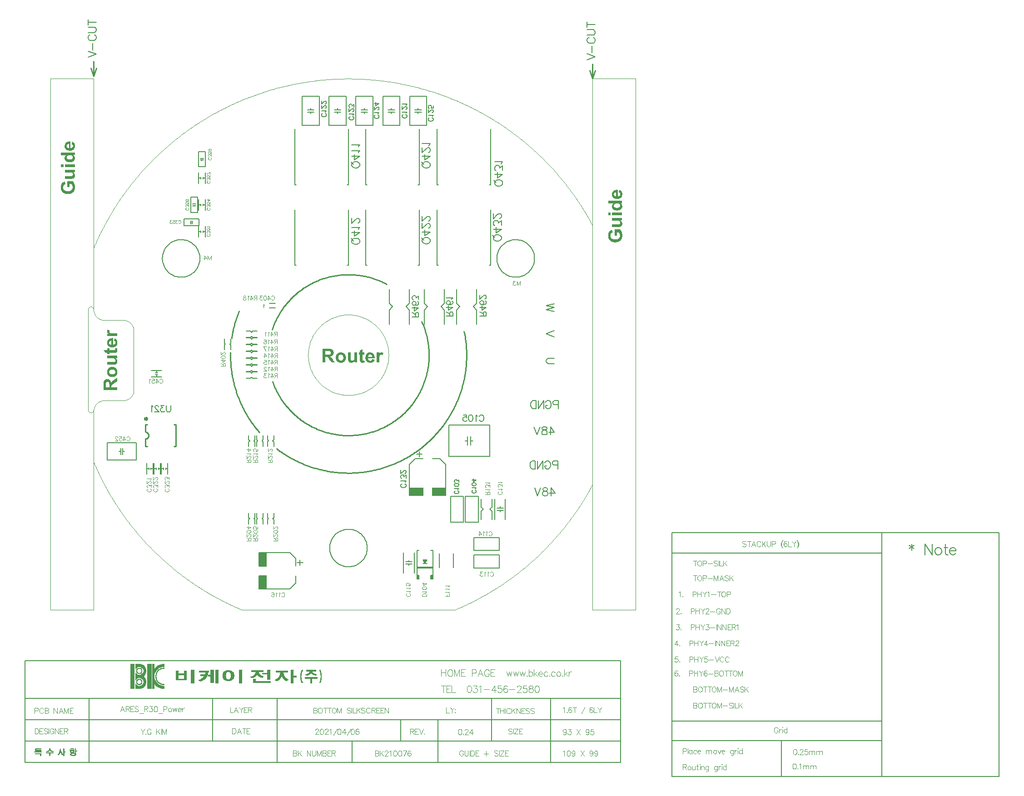
<source format=gbo>
G04*
G04 #@! TF.GenerationSoftware,Altium Limited,Altium Designer,18.1.9 (240)*
G04*
G04 Layer_Color=12429013*
%FSLAX44Y44*%
%MOMM*%
G71*
G01*
G75*
%ADD10C,0.2032*%
%ADD12C,0.2000*%
%ADD14C,0.2540*%
%ADD16C,0.1500*%
%ADD18C,0.1000*%
%ADD19C,0.1800*%
%ADD20C,0.1200*%
%ADD21C,0.0100*%
%ADD22C,0.0254*%
%ADD23C,0.1524*%
%ADD105C,0.4000*%
%ADD150C,0.0500*%
G36*
X-517884Y385924D02*
X-517857D01*
X-517801D01*
X-517662D01*
X-517524Y385952D01*
X-517329Y385979D01*
X-517107Y386007D01*
X-516635Y386091D01*
X-516080Y386229D01*
X-515497Y386424D01*
X-514942Y386701D01*
X-514442Y387090D01*
Y387118D01*
X-514386Y387146D01*
X-514248Y387284D01*
X-514053Y387534D01*
X-513859Y387867D01*
X-513637Y388284D01*
X-513442Y388783D01*
X-513304Y389339D01*
X-513276Y389644D01*
X-513248Y389949D01*
Y390144D01*
X-513276Y390338D01*
X-513331Y390616D01*
X-513387Y390921D01*
X-513498Y391227D01*
X-513665Y391560D01*
X-513859Y391865D01*
X-513887Y391893D01*
X-513970Y392004D01*
X-514137Y392143D01*
X-514359Y392309D01*
X-514636Y392531D01*
X-514997Y392726D01*
X-515414Y392920D01*
X-515913Y393087D01*
X-515080Y397973D01*
X-515053D01*
X-514969Y397917D01*
X-514831Y397862D01*
X-514636Y397806D01*
X-514414Y397695D01*
X-514164Y397556D01*
X-513859Y397417D01*
X-513554Y397251D01*
X-512887Y396834D01*
X-512221Y396307D01*
X-511555Y395696D01*
X-511249Y395335D01*
X-510972Y394975D01*
X-510944Y394947D01*
X-510916Y394891D01*
X-510833Y394780D01*
X-510750Y394614D01*
X-510639Y394419D01*
X-510527Y394169D01*
X-510416Y393892D01*
X-510278Y393586D01*
X-510139Y393226D01*
X-510028Y392837D01*
X-509917Y392420D01*
X-509806Y391976D01*
X-509722Y391504D01*
X-509639Y390977D01*
X-509611Y390449D01*
X-509584Y389894D01*
Y389672D01*
X-509611Y389422D01*
X-509639Y389089D01*
X-509667Y388700D01*
X-509750Y388228D01*
X-509833Y387729D01*
X-509972Y387173D01*
X-510139Y386590D01*
X-510361Y386007D01*
X-510611Y385424D01*
X-510916Y384813D01*
X-511277Y384258D01*
X-511693Y383703D01*
X-512165Y383203D01*
X-512721Y382731D01*
X-512748Y382704D01*
X-512832Y382648D01*
X-512971Y382565D01*
X-513193Y382454D01*
X-513442Y382315D01*
X-513720Y382148D01*
X-514081Y381982D01*
X-514470Y381815D01*
X-514914Y381649D01*
X-515414Y381482D01*
X-515941Y381315D01*
X-516496Y381177D01*
X-517107Y381066D01*
X-517746Y380982D01*
X-518440Y380927D01*
X-519134Y380899D01*
X-519189D01*
X-519328D01*
X-519578Y380927D01*
X-519883D01*
X-520272Y380982D01*
X-520744Y381038D01*
X-521216Y381093D01*
X-521771Y381204D01*
X-522326Y381315D01*
X-522909Y381482D01*
X-523520Y381676D01*
X-524131Y381898D01*
X-524714Y382176D01*
X-525297Y382509D01*
X-525852Y382870D01*
X-526352Y383287D01*
X-526380Y383314D01*
X-526463Y383398D01*
X-526602Y383536D01*
X-526768Y383731D01*
X-526963Y383953D01*
X-527185Y384258D01*
X-527435Y384591D01*
X-527685Y384952D01*
X-527907Y385369D01*
X-528157Y385841D01*
X-528379Y386340D01*
X-528573Y386896D01*
X-528740Y387451D01*
X-528878Y388062D01*
X-528962Y388728D01*
X-528989Y389394D01*
Y389589D01*
X-528962Y389783D01*
X-528934Y390088D01*
X-528906Y390421D01*
X-528851Y390838D01*
X-528767Y391282D01*
X-528656Y391754D01*
X-528490Y392281D01*
X-528323Y392809D01*
X-528101Y393336D01*
X-527823Y393892D01*
X-527518Y394419D01*
X-527157Y394947D01*
X-526713Y395446D01*
X-526241Y395918D01*
X-526213Y395946D01*
X-526102Y396029D01*
X-525963Y396141D01*
X-525741Y396279D01*
X-525436Y396474D01*
X-525075Y396668D01*
X-524658Y396890D01*
X-524187Y397112D01*
X-523631Y397334D01*
X-522993Y397529D01*
X-522326Y397723D01*
X-521577Y397890D01*
X-520744Y398028D01*
X-519856Y398139D01*
X-518912Y398223D01*
X-517884D01*
Y385924D01*
D02*
G37*
G36*
X-510000Y372931D02*
X-512693D01*
X-512637Y372876D01*
X-512554Y372820D01*
X-512471Y372737D01*
X-512165Y372487D01*
X-511832Y372182D01*
X-511444Y371765D01*
X-511027Y371321D01*
X-510666Y370794D01*
X-510333Y370238D01*
Y370211D01*
X-510305Y370183D01*
X-510278Y370072D01*
X-510222Y369961D01*
X-510083Y369655D01*
X-509972Y369267D01*
X-509833Y368795D01*
X-509695Y368267D01*
X-509611Y367712D01*
X-509584Y367129D01*
Y366990D01*
X-509611Y366824D01*
Y366601D01*
X-509667Y366324D01*
X-509722Y365991D01*
X-509806Y365630D01*
X-509917Y365241D01*
X-510028Y364825D01*
X-510194Y364380D01*
X-510416Y363936D01*
X-510666Y363464D01*
X-510944Y363020D01*
X-511305Y362548D01*
X-511693Y362104D01*
X-512138Y361660D01*
X-512165Y361632D01*
X-512249Y361576D01*
X-512415Y361438D01*
X-512610Y361299D01*
X-512887Y361132D01*
X-513193Y360938D01*
X-513581Y360744D01*
X-513998Y360522D01*
X-514497Y360299D01*
X-515025Y360105D01*
X-515636Y359911D01*
X-516274Y359744D01*
X-516968Y359605D01*
X-517718Y359494D01*
X-518523Y359411D01*
X-519356Y359383D01*
X-519411D01*
X-519578D01*
X-519800Y359411D01*
X-520133D01*
X-520522Y359439D01*
X-520966Y359494D01*
X-521493Y359578D01*
X-522021Y359661D01*
X-522604Y359772D01*
X-523187Y359911D01*
X-523770Y360105D01*
X-524381Y360299D01*
X-524964Y360549D01*
X-525519Y360855D01*
X-526046Y361188D01*
X-526519Y361576D01*
X-526546Y361604D01*
X-526630Y361688D01*
X-526741Y361799D01*
X-526907Y361965D01*
X-527102Y362187D01*
X-527296Y362465D01*
X-527518Y362770D01*
X-527768Y363103D01*
X-527990Y363492D01*
X-528212Y363936D01*
X-528406Y364380D01*
X-528601Y364880D01*
X-528767Y365408D01*
X-528878Y365963D01*
X-528962Y366574D01*
X-528989Y367184D01*
Y367323D01*
X-528962Y367490D01*
Y367712D01*
X-528906Y367990D01*
X-528851Y368295D01*
X-528767Y368628D01*
X-528656Y369017D01*
X-528517Y369433D01*
X-528351Y369877D01*
X-528129Y370322D01*
X-527879Y370766D01*
X-527601Y371238D01*
X-527240Y371682D01*
X-526852Y372126D01*
X-526380Y372570D01*
X-535625D01*
Y377484D01*
X-510000D01*
Y372931D01*
D02*
G37*
G36*
Y350555D02*
X-528573D01*
Y355469D01*
X-510000D01*
Y350555D01*
D02*
G37*
G36*
X-531072D02*
X-535625D01*
Y355469D01*
X-531072D01*
Y350555D01*
D02*
G37*
G36*
X-510000Y340894D02*
X-512748D01*
X-512721Y340838D01*
X-512637Y340783D01*
X-512526Y340699D01*
X-512249Y340477D01*
X-511916Y340172D01*
X-511555Y339783D01*
X-511138Y339339D01*
X-510777Y338784D01*
X-510416Y338201D01*
Y338173D01*
X-510389Y338117D01*
X-510333Y338034D01*
X-510278Y337923D01*
X-510222Y337757D01*
X-510167Y337590D01*
X-510000Y337146D01*
X-509861Y336646D01*
X-509722Y336035D01*
X-509611Y335397D01*
X-509584Y334730D01*
Y334425D01*
X-509611Y334258D01*
X-509639Y334064D01*
X-509695Y333620D01*
X-509778Y333092D01*
X-509917Y332537D01*
X-510111Y331954D01*
X-510389Y331371D01*
Y331343D01*
X-510416Y331316D01*
X-510472Y331232D01*
X-510555Y331121D01*
X-510722Y330872D01*
X-510999Y330566D01*
X-511305Y330205D01*
X-511721Y329844D01*
X-512165Y329511D01*
X-512693Y329234D01*
X-512721D01*
X-512776Y329206D01*
X-512859Y329178D01*
X-512971Y329123D01*
X-513109Y329095D01*
X-513304Y329039D01*
X-513526Y328984D01*
X-513776Y328928D01*
X-514053Y328845D01*
X-514359Y328789D01*
X-514692Y328734D01*
X-515053Y328706D01*
X-515441Y328651D01*
X-515886Y328623D01*
X-516802Y328595D01*
X-528573D01*
Y333509D01*
X-520022D01*
X-519967D01*
X-519856D01*
X-519661D01*
X-519411D01*
X-519078D01*
X-518745Y333537D01*
X-518356D01*
X-517968D01*
X-517135Y333564D01*
X-516718Y333592D01*
X-516357Y333620D01*
X-515997Y333648D01*
X-515691Y333675D01*
X-515414Y333703D01*
X-515219Y333759D01*
X-515191Y333787D01*
X-515080Y333814D01*
X-514914Y333898D01*
X-514720Y333981D01*
X-514497Y334120D01*
X-514275Y334286D01*
X-514053Y334481D01*
X-513831Y334730D01*
X-513803Y334758D01*
X-513748Y334869D01*
X-513665Y335008D01*
X-513581Y335230D01*
X-513498Y335508D01*
X-513415Y335813D01*
X-513359Y336174D01*
X-513331Y336563D01*
Y336785D01*
X-513359Y337007D01*
X-513415Y337312D01*
X-513498Y337645D01*
X-513609Y338034D01*
X-513776Y338423D01*
X-513998Y338784D01*
X-514025Y338839D01*
X-514137Y338950D01*
X-514275Y339117D01*
X-514470Y339339D01*
X-514720Y339561D01*
X-515025Y339783D01*
X-515358Y339978D01*
X-515719Y340144D01*
X-515774Y340172D01*
X-515830D01*
X-515941Y340200D01*
X-516080Y340227D01*
X-516246Y340255D01*
X-516469Y340311D01*
X-516718Y340339D01*
X-517024Y340366D01*
X-517385Y340422D01*
X-517801Y340449D01*
X-518273Y340477D01*
X-518773Y340505D01*
X-519356D01*
X-519994Y340533D01*
X-520716D01*
X-528573D01*
Y345447D01*
X-510000D01*
Y340894D01*
D02*
G37*
G36*
X-513442Y323931D02*
X-513415Y323876D01*
X-513331Y323792D01*
X-513220Y323653D01*
X-513082Y323487D01*
X-512915Y323293D01*
X-512748Y323043D01*
X-512554Y322765D01*
X-512332Y322432D01*
X-512110Y322099D01*
X-511888Y321710D01*
X-511666Y321266D01*
X-511416Y320822D01*
X-511194Y320322D01*
X-510944Y319794D01*
X-510722Y319239D01*
Y319211D01*
X-510666Y319100D01*
X-510611Y318934D01*
X-510527Y318712D01*
X-510444Y318434D01*
X-510333Y318101D01*
X-510250Y317712D01*
X-510139Y317296D01*
X-510028Y316852D01*
X-509917Y316352D01*
X-509806Y315852D01*
X-509722Y315297D01*
X-509584Y314159D01*
X-509556Y313576D01*
X-509528Y312993D01*
Y312604D01*
X-509556Y312326D01*
X-509584Y311966D01*
X-509611Y311549D01*
X-509667Y311105D01*
X-509750Y310605D01*
X-509833Y310078D01*
X-509944Y309522D01*
X-510083Y308939D01*
X-510222Y308329D01*
X-510416Y307718D01*
X-510639Y307135D01*
X-510888Y306552D01*
X-511194Y305969D01*
X-511222Y305941D01*
X-511277Y305830D01*
X-511360Y305691D01*
X-511499Y305469D01*
X-511693Y305247D01*
X-511888Y304942D01*
X-512138Y304636D01*
X-512443Y304303D01*
X-512748Y303942D01*
X-513109Y303581D01*
X-513526Y303193D01*
X-513942Y302832D01*
X-514414Y302471D01*
X-514914Y302110D01*
X-515441Y301805D01*
X-516024Y301499D01*
X-516052Y301471D01*
X-516163Y301444D01*
X-516330Y301360D01*
X-516580Y301277D01*
X-516857Y301166D01*
X-517218Y301027D01*
X-517607Y300888D01*
X-518051Y300750D01*
X-518551Y300611D01*
X-519078Y300472D01*
X-519633Y300361D01*
X-520216Y300222D01*
X-520855Y300139D01*
X-521493Y300056D01*
X-522160Y300028D01*
X-522854Y300000D01*
X-522909D01*
X-523021D01*
X-523243D01*
X-523520Y300028D01*
X-523881Y300056D01*
X-524297Y300083D01*
X-524742Y300139D01*
X-525241Y300222D01*
X-525769Y300305D01*
X-526352Y300416D01*
X-526935Y300555D01*
X-527546Y300694D01*
X-528157Y300888D01*
X-528767Y301110D01*
X-529378Y301360D01*
X-529961Y301666D01*
X-529989Y301693D01*
X-530100Y301749D01*
X-530266Y301832D01*
X-530489Y301971D01*
X-530738Y302165D01*
X-531044Y302360D01*
X-531377Y302610D01*
X-531738Y302915D01*
X-532127Y303220D01*
X-532515Y303609D01*
X-532904Y303998D01*
X-533320Y304442D01*
X-533709Y304914D01*
X-534070Y305441D01*
X-534431Y305997D01*
X-534764Y306580D01*
X-534792Y306607D01*
X-534819Y306691D01*
X-534875Y306829D01*
X-534958Y307024D01*
X-535069Y307274D01*
X-535180Y307551D01*
X-535291Y307884D01*
X-535402Y308273D01*
X-535513Y308690D01*
X-535625Y309161D01*
X-535736Y309661D01*
X-535847Y310217D01*
X-535930Y310800D01*
X-535985Y311410D01*
X-536041Y312049D01*
Y313187D01*
X-536013Y313492D01*
X-535985Y313909D01*
X-535930Y314381D01*
X-535874Y314881D01*
X-535791Y315436D01*
X-535680Y316019D01*
X-535541Y316630D01*
X-535402Y317240D01*
X-535208Y317879D01*
X-534958Y318490D01*
X-534708Y319073D01*
X-534403Y319628D01*
X-534042Y320155D01*
X-534014Y320183D01*
X-533959Y320266D01*
X-533848Y320405D01*
X-533681Y320600D01*
X-533459Y320794D01*
X-533237Y321044D01*
X-532932Y321321D01*
X-532598Y321599D01*
X-532238Y321904D01*
X-531821Y322182D01*
X-531349Y322487D01*
X-530877Y322765D01*
X-530350Y323015D01*
X-529767Y323265D01*
X-529156Y323459D01*
X-528517Y323626D01*
X-527546Y318490D01*
X-527574D01*
X-527629Y318462D01*
X-527740Y318434D01*
X-527851Y318379D01*
X-528018Y318323D01*
X-528212Y318240D01*
X-528628Y318018D01*
X-529100Y317740D01*
X-529600Y317379D01*
X-530072Y316963D01*
X-530516Y316435D01*
Y316407D01*
X-530572Y316380D01*
X-530627Y316296D01*
X-530683Y316158D01*
X-530766Y316019D01*
X-530877Y315852D01*
X-530961Y315630D01*
X-531072Y315408D01*
X-531266Y314881D01*
X-531460Y314242D01*
X-531571Y313520D01*
X-531627Y312715D01*
Y312382D01*
X-531599Y312160D01*
X-531571Y311882D01*
X-531516Y311549D01*
X-531432Y311160D01*
X-531349Y310772D01*
X-531238Y310355D01*
X-531099Y309911D01*
X-530933Y309467D01*
X-530711Y309023D01*
X-530461Y308578D01*
X-530183Y308134D01*
X-529850Y307718D01*
X-529461Y307329D01*
X-529434Y307301D01*
X-529350Y307246D01*
X-529239Y307135D01*
X-529045Y307024D01*
X-528823Y306857D01*
X-528545Y306691D01*
X-528240Y306524D01*
X-527851Y306330D01*
X-527435Y306135D01*
X-526963Y305969D01*
X-526435Y305802D01*
X-525852Y305636D01*
X-525241Y305525D01*
X-524575Y305414D01*
X-523853Y305358D01*
X-523076Y305330D01*
X-523021D01*
X-522882D01*
X-522632Y305358D01*
X-522326D01*
X-521938Y305386D01*
X-521521Y305441D01*
X-521022Y305497D01*
X-520494Y305580D01*
X-519967Y305691D01*
X-519384Y305830D01*
X-518828Y305997D01*
X-518245Y306191D01*
X-517690Y306413D01*
X-517163Y306691D01*
X-516663Y306996D01*
X-516219Y307357D01*
X-516191Y307385D01*
X-516135Y307440D01*
X-515997Y307579D01*
X-515858Y307718D01*
X-515691Y307940D01*
X-515497Y308162D01*
X-515303Y308468D01*
X-515080Y308773D01*
X-514858Y309134D01*
X-514664Y309550D01*
X-514470Y309967D01*
X-514303Y310439D01*
X-514164Y310966D01*
X-514053Y311493D01*
X-513970Y312049D01*
X-513942Y312659D01*
Y312937D01*
X-513970Y313076D01*
Y313270D01*
X-514025Y313687D01*
X-514109Y314186D01*
X-514220Y314714D01*
X-514359Y315297D01*
X-514581Y315908D01*
Y315935D01*
X-514608Y315991D01*
X-514636Y316074D01*
X-514692Y316185D01*
X-514831Y316491D01*
X-515025Y316879D01*
X-515247Y317324D01*
X-515497Y317796D01*
X-515774Y318267D01*
X-516108Y318739D01*
X-519384D01*
Y312826D01*
X-523714D01*
Y323959D01*
X-513470D01*
X-513442Y323931D01*
D02*
G37*
G36*
X502116Y295924D02*
X502143D01*
X502199D01*
X502338D01*
X502477Y295952D01*
X502671Y295979D01*
X502893Y296007D01*
X503365Y296091D01*
X503920Y296229D01*
X504503Y296424D01*
X505058Y296701D01*
X505558Y297090D01*
Y297118D01*
X505614Y297146D01*
X505752Y297284D01*
X505947Y297534D01*
X506141Y297867D01*
X506363Y298284D01*
X506558Y298783D01*
X506696Y299339D01*
X506724Y299644D01*
X506752Y299949D01*
Y300144D01*
X506724Y300338D01*
X506669Y300616D01*
X506613Y300921D01*
X506502Y301227D01*
X506335Y301560D01*
X506141Y301865D01*
X506113Y301893D01*
X506030Y302004D01*
X505863Y302143D01*
X505641Y302309D01*
X505364Y302531D01*
X505003Y302726D01*
X504586Y302920D01*
X504087Y303087D01*
X504920Y307973D01*
X504947D01*
X505031Y307917D01*
X505169Y307862D01*
X505364Y307806D01*
X505586Y307695D01*
X505836Y307556D01*
X506141Y307418D01*
X506446Y307251D01*
X507113Y306835D01*
X507779Y306307D01*
X508445Y305696D01*
X508751Y305335D01*
X509028Y304974D01*
X509056Y304947D01*
X509084Y304891D01*
X509167Y304780D01*
X509250Y304614D01*
X509361Y304419D01*
X509473Y304169D01*
X509584Y303892D01*
X509722Y303586D01*
X509861Y303225D01*
X509972Y302837D01*
X510083Y302420D01*
X510194Y301976D01*
X510278Y301504D01*
X510361Y300977D01*
X510389Y300449D01*
X510416Y299894D01*
Y299672D01*
X510389Y299422D01*
X510361Y299089D01*
X510333Y298700D01*
X510250Y298228D01*
X510167Y297729D01*
X510028Y297173D01*
X509861Y296590D01*
X509639Y296007D01*
X509389Y295424D01*
X509084Y294813D01*
X508723Y294258D01*
X508307Y293703D01*
X507835Y293203D01*
X507279Y292731D01*
X507252Y292704D01*
X507168Y292648D01*
X507029Y292565D01*
X506807Y292454D01*
X506558Y292315D01*
X506280Y292148D01*
X505919Y291982D01*
X505530Y291815D01*
X505086Y291649D01*
X504586Y291482D01*
X504059Y291315D01*
X503504Y291177D01*
X502893Y291066D01*
X502254Y290982D01*
X501560Y290927D01*
X500866Y290899D01*
X500811D01*
X500672D01*
X500422Y290927D01*
X500117D01*
X499728Y290982D01*
X499256Y291038D01*
X498784Y291093D01*
X498229Y291204D01*
X497674Y291315D01*
X497091Y291482D01*
X496480Y291676D01*
X495869Y291898D01*
X495286Y292176D01*
X494703Y292509D01*
X494148Y292870D01*
X493648Y293287D01*
X493620Y293314D01*
X493537Y293398D01*
X493398Y293536D01*
X493232Y293731D01*
X493037Y293953D01*
X492815Y294258D01*
X492565Y294591D01*
X492315Y294952D01*
X492093Y295369D01*
X491843Y295841D01*
X491621Y296340D01*
X491427Y296896D01*
X491260Y297451D01*
X491122Y298062D01*
X491038Y298728D01*
X491011Y299394D01*
Y299589D01*
X491038Y299783D01*
X491066Y300088D01*
X491094Y300422D01*
X491149Y300838D01*
X491233Y301282D01*
X491344Y301754D01*
X491510Y302281D01*
X491677Y302809D01*
X491899Y303337D01*
X492177Y303892D01*
X492482Y304419D01*
X492843Y304947D01*
X493287Y305446D01*
X493759Y305918D01*
X493787Y305946D01*
X493898Y306029D01*
X494037Y306140D01*
X494259Y306279D01*
X494564Y306474D01*
X494925Y306668D01*
X495342Y306890D01*
X495813Y307112D01*
X496369Y307334D01*
X497007Y307529D01*
X497674Y307723D01*
X498423Y307889D01*
X499256Y308028D01*
X500144Y308139D01*
X501088Y308223D01*
X502116D01*
Y295924D01*
D02*
G37*
G36*
X510000Y282931D02*
X507307D01*
X507363Y282876D01*
X507446Y282820D01*
X507529Y282737D01*
X507835Y282487D01*
X508168Y282182D01*
X508556Y281765D01*
X508973Y281321D01*
X509334Y280794D01*
X509667Y280238D01*
Y280211D01*
X509695Y280183D01*
X509722Y280072D01*
X509778Y279961D01*
X509917Y279655D01*
X510028Y279267D01*
X510167Y278795D01*
X510305Y278267D01*
X510389Y277712D01*
X510416Y277129D01*
Y276990D01*
X510389Y276824D01*
Y276602D01*
X510333Y276324D01*
X510278Y275991D01*
X510194Y275630D01*
X510083Y275241D01*
X509972Y274825D01*
X509806Y274380D01*
X509584Y273936D01*
X509334Y273464D01*
X509056Y273020D01*
X508695Y272548D01*
X508307Y272104D01*
X507862Y271660D01*
X507835Y271632D01*
X507751Y271576D01*
X507585Y271438D01*
X507390Y271299D01*
X507113Y271132D01*
X506807Y270938D01*
X506419Y270744D01*
X506002Y270522D01*
X505503Y270299D01*
X504975Y270105D01*
X504364Y269911D01*
X503726Y269744D01*
X503032Y269605D01*
X502282Y269494D01*
X501477Y269411D01*
X500644Y269383D01*
X500589D01*
X500422D01*
X500200Y269411D01*
X499867D01*
X499478Y269439D01*
X499034Y269494D01*
X498507Y269578D01*
X497979Y269661D01*
X497396Y269772D01*
X496813Y269911D01*
X496230Y270105D01*
X495619Y270299D01*
X495036Y270549D01*
X494481Y270855D01*
X493954Y271188D01*
X493481Y271576D01*
X493454Y271604D01*
X493371Y271688D01*
X493259Y271799D01*
X493093Y271965D01*
X492898Y272187D01*
X492704Y272465D01*
X492482Y272770D01*
X492232Y273104D01*
X492010Y273492D01*
X491788Y273936D01*
X491594Y274380D01*
X491399Y274880D01*
X491233Y275408D01*
X491122Y275963D01*
X491038Y276574D01*
X491011Y277185D01*
Y277323D01*
X491038Y277490D01*
Y277712D01*
X491094Y277990D01*
X491149Y278295D01*
X491233Y278628D01*
X491344Y279017D01*
X491483Y279433D01*
X491649Y279877D01*
X491871Y280322D01*
X492121Y280766D01*
X492399Y281238D01*
X492760Y281682D01*
X493148Y282126D01*
X493620Y282570D01*
X484375D01*
Y287484D01*
X510000D01*
Y282931D01*
D02*
G37*
G36*
Y260555D02*
X491427D01*
Y265469D01*
X510000D01*
Y260555D01*
D02*
G37*
G36*
X488928D02*
X484375D01*
Y265469D01*
X488928D01*
Y260555D01*
D02*
G37*
G36*
X510000Y250894D02*
X507252D01*
X507279Y250838D01*
X507363Y250783D01*
X507474Y250699D01*
X507751Y250477D01*
X508084Y250172D01*
X508445Y249783D01*
X508862Y249339D01*
X509223Y248784D01*
X509584Y248201D01*
Y248173D01*
X509611Y248118D01*
X509667Y248034D01*
X509722Y247923D01*
X509778Y247757D01*
X509833Y247590D01*
X510000Y247146D01*
X510139Y246646D01*
X510278Y246035D01*
X510389Y245397D01*
X510416Y244730D01*
Y244425D01*
X510389Y244258D01*
X510361Y244064D01*
X510305Y243620D01*
X510222Y243092D01*
X510083Y242537D01*
X509889Y241954D01*
X509611Y241371D01*
Y241343D01*
X509584Y241316D01*
X509528Y241232D01*
X509445Y241121D01*
X509278Y240872D01*
X509001Y240566D01*
X508695Y240205D01*
X508279Y239844D01*
X507835Y239511D01*
X507307Y239234D01*
X507279D01*
X507224Y239206D01*
X507141Y239178D01*
X507029Y239123D01*
X506891Y239095D01*
X506696Y239039D01*
X506474Y238984D01*
X506224Y238928D01*
X505947Y238845D01*
X505641Y238789D01*
X505308Y238734D01*
X504947Y238706D01*
X504559Y238651D01*
X504114Y238623D01*
X503198Y238595D01*
X491427D01*
Y243509D01*
X499978D01*
X500033D01*
X500144D01*
X500339D01*
X500589D01*
X500922D01*
X501255Y243537D01*
X501644D01*
X502032D01*
X502865Y243564D01*
X503282Y243592D01*
X503643Y243620D01*
X504003Y243648D01*
X504309Y243675D01*
X504586Y243703D01*
X504781Y243759D01*
X504809Y243787D01*
X504920Y243814D01*
X505086Y243898D01*
X505280Y243981D01*
X505503Y244120D01*
X505725Y244286D01*
X505947Y244481D01*
X506169Y244730D01*
X506197Y244758D01*
X506252Y244869D01*
X506335Y245008D01*
X506419Y245230D01*
X506502Y245508D01*
X506585Y245813D01*
X506641Y246174D01*
X506669Y246563D01*
Y246785D01*
X506641Y247007D01*
X506585Y247312D01*
X506502Y247645D01*
X506391Y248034D01*
X506224Y248423D01*
X506002Y248784D01*
X505975Y248839D01*
X505863Y248950D01*
X505725Y249117D01*
X505530Y249339D01*
X505280Y249561D01*
X504975Y249783D01*
X504642Y249978D01*
X504281Y250144D01*
X504226Y250172D01*
X504170D01*
X504059Y250200D01*
X503920Y250227D01*
X503754Y250255D01*
X503531Y250311D01*
X503282Y250338D01*
X502976Y250366D01*
X502615Y250422D01*
X502199Y250450D01*
X501727Y250477D01*
X501227Y250505D01*
X500644D01*
X500006Y250533D01*
X499284D01*
X491427D01*
Y255447D01*
X510000D01*
Y250894D01*
D02*
G37*
G36*
X506558Y233931D02*
X506585Y233876D01*
X506669Y233792D01*
X506780Y233653D01*
X506918Y233487D01*
X507085Y233293D01*
X507252Y233043D01*
X507446Y232765D01*
X507668Y232432D01*
X507890Y232099D01*
X508112Y231710D01*
X508334Y231266D01*
X508584Y230822D01*
X508806Y230322D01*
X509056Y229794D01*
X509278Y229239D01*
Y229211D01*
X509334Y229100D01*
X509389Y228934D01*
X509473Y228712D01*
X509556Y228434D01*
X509667Y228101D01*
X509750Y227712D01*
X509861Y227296D01*
X509972Y226852D01*
X510083Y226352D01*
X510194Y225852D01*
X510278Y225297D01*
X510416Y224159D01*
X510444Y223576D01*
X510472Y222993D01*
Y222604D01*
X510444Y222326D01*
X510416Y221966D01*
X510389Y221549D01*
X510333Y221105D01*
X510250Y220605D01*
X510167Y220078D01*
X510056Y219522D01*
X509917Y218939D01*
X509778Y218329D01*
X509584Y217718D01*
X509361Y217135D01*
X509112Y216552D01*
X508806Y215969D01*
X508778Y215941D01*
X508723Y215830D01*
X508640Y215691D01*
X508501Y215469D01*
X508307Y215247D01*
X508112Y214942D01*
X507862Y214636D01*
X507557Y214303D01*
X507252Y213942D01*
X506891Y213581D01*
X506474Y213193D01*
X506058Y212832D01*
X505586Y212471D01*
X505086Y212110D01*
X504559Y211805D01*
X503976Y211499D01*
X503948Y211471D01*
X503837Y211444D01*
X503670Y211360D01*
X503420Y211277D01*
X503143Y211166D01*
X502782Y211027D01*
X502393Y210888D01*
X501949Y210750D01*
X501449Y210611D01*
X500922Y210472D01*
X500367Y210361D01*
X499784Y210222D01*
X499145Y210139D01*
X498507Y210056D01*
X497840Y210028D01*
X497146Y210000D01*
X497091D01*
X496979D01*
X496758D01*
X496480Y210028D01*
X496119Y210056D01*
X495703Y210083D01*
X495258Y210139D01*
X494759Y210222D01*
X494231Y210305D01*
X493648Y210416D01*
X493065Y210555D01*
X492454Y210694D01*
X491843Y210888D01*
X491233Y211110D01*
X490622Y211360D01*
X490039Y211666D01*
X490011Y211693D01*
X489900Y211749D01*
X489734Y211832D01*
X489511Y211971D01*
X489262Y212165D01*
X488956Y212360D01*
X488623Y212610D01*
X488262Y212915D01*
X487873Y213220D01*
X487485Y213609D01*
X487096Y213998D01*
X486680Y214442D01*
X486291Y214914D01*
X485930Y215441D01*
X485569Y215997D01*
X485236Y216580D01*
X485208Y216607D01*
X485181Y216691D01*
X485125Y216829D01*
X485042Y217024D01*
X484931Y217274D01*
X484820Y217551D01*
X484709Y217885D01*
X484598Y218273D01*
X484487Y218690D01*
X484375Y219161D01*
X484264Y219661D01*
X484153Y220217D01*
X484070Y220800D01*
X484015Y221410D01*
X483959Y222049D01*
Y223187D01*
X483987Y223492D01*
X484015Y223909D01*
X484070Y224381D01*
X484126Y224881D01*
X484209Y225436D01*
X484320Y226019D01*
X484459Y226630D01*
X484598Y227240D01*
X484792Y227879D01*
X485042Y228490D01*
X485292Y229073D01*
X485597Y229628D01*
X485958Y230155D01*
X485986Y230183D01*
X486041Y230266D01*
X486152Y230405D01*
X486319Y230599D01*
X486541Y230794D01*
X486763Y231044D01*
X487068Y231321D01*
X487402Y231599D01*
X487762Y231904D01*
X488179Y232182D01*
X488651Y232487D01*
X489123Y232765D01*
X489650Y233015D01*
X490233Y233265D01*
X490844Y233459D01*
X491483Y233626D01*
X492454Y228490D01*
X492426D01*
X492371Y228462D01*
X492260Y228434D01*
X492149Y228379D01*
X491982Y228323D01*
X491788Y228240D01*
X491372Y228018D01*
X490900Y227740D01*
X490400Y227379D01*
X489928Y226963D01*
X489484Y226435D01*
Y226407D01*
X489428Y226380D01*
X489373Y226296D01*
X489317Y226158D01*
X489234Y226019D01*
X489123Y225852D01*
X489040Y225630D01*
X488928Y225408D01*
X488734Y224881D01*
X488540Y224242D01*
X488429Y223520D01*
X488373Y222715D01*
Y222382D01*
X488401Y222160D01*
X488429Y221882D01*
X488484Y221549D01*
X488568Y221160D01*
X488651Y220772D01*
X488762Y220355D01*
X488901Y219911D01*
X489067Y219467D01*
X489289Y219023D01*
X489539Y218578D01*
X489817Y218134D01*
X490150Y217718D01*
X490539Y217329D01*
X490566Y217301D01*
X490650Y217246D01*
X490761Y217135D01*
X490955Y217024D01*
X491177Y216857D01*
X491455Y216691D01*
X491760Y216524D01*
X492149Y216330D01*
X492565Y216135D01*
X493037Y215969D01*
X493565Y215802D01*
X494148Y215636D01*
X494759Y215525D01*
X495425Y215414D01*
X496147Y215358D01*
X496924Y215330D01*
X496979D01*
X497118D01*
X497368Y215358D01*
X497674D01*
X498062Y215386D01*
X498479Y215441D01*
X498978Y215497D01*
X499506Y215580D01*
X500033Y215691D01*
X500616Y215830D01*
X501172Y215997D01*
X501755Y216191D01*
X502310Y216413D01*
X502837Y216691D01*
X503337Y216996D01*
X503781Y217357D01*
X503809Y217385D01*
X503865Y217440D01*
X504003Y217579D01*
X504142Y217718D01*
X504309Y217940D01*
X504503Y218162D01*
X504697Y218468D01*
X504920Y218773D01*
X505142Y219134D01*
X505336Y219550D01*
X505530Y219967D01*
X505697Y220439D01*
X505836Y220966D01*
X505947Y221493D01*
X506030Y222049D01*
X506058Y222659D01*
Y222937D01*
X506030Y223076D01*
Y223270D01*
X505975Y223687D01*
X505891Y224186D01*
X505780Y224714D01*
X505641Y225297D01*
X505419Y225908D01*
Y225935D01*
X505392Y225991D01*
X505364Y226074D01*
X505308Y226185D01*
X505169Y226491D01*
X504975Y226879D01*
X504753Y227324D01*
X504503Y227796D01*
X504226Y228267D01*
X503892Y228739D01*
X500616D01*
Y222826D01*
X496286D01*
Y233959D01*
X506530D01*
X506558Y233931D01*
D02*
G37*
G36*
X-444673Y45824D02*
X-444700Y45768D01*
X-444811Y45602D01*
X-444922Y45380D01*
X-445089Y45074D01*
X-445228Y44714D01*
X-445367Y44325D01*
X-445450Y43936D01*
X-445478Y43520D01*
Y43353D01*
X-445450Y43159D01*
X-445394Y42909D01*
X-445339Y42631D01*
X-445228Y42354D01*
X-445089Y42048D01*
X-444895Y41771D01*
X-444867Y41743D01*
X-444784Y41660D01*
X-444645Y41521D01*
X-444423Y41354D01*
X-444145Y41188D01*
X-443784Y40993D01*
X-443368Y40799D01*
X-442840Y40633D01*
X-442813D01*
X-442757Y40605D01*
X-442674D01*
X-442535Y40577D01*
X-442368Y40549D01*
X-442118Y40521D01*
X-441841Y40466D01*
X-441508Y40438D01*
X-441119Y40410D01*
X-440675Y40355D01*
X-440175Y40327D01*
X-439592Y40299D01*
X-438954Y40272D01*
X-438260D01*
X-437482Y40244D01*
X-436622D01*
X-430903D01*
Y35330D01*
X-449476D01*
Y39883D01*
X-446810D01*
X-446838Y39911D01*
X-446894Y39938D01*
X-446977Y39994D01*
X-447116Y40077D01*
X-447449Y40299D01*
X-447837Y40577D01*
X-448254Y40910D01*
X-448643Y41243D01*
X-449003Y41604D01*
X-449170Y41799D01*
X-449281Y41965D01*
X-449309Y42021D01*
X-449364Y42132D01*
X-449476Y42326D01*
X-449586Y42576D01*
X-449698Y42909D01*
X-449809Y43270D01*
X-449864Y43659D01*
X-449892Y44103D01*
Y44380D01*
X-449864Y44547D01*
X-449836Y44714D01*
X-449781Y45130D01*
X-449670Y45630D01*
X-449503Y46185D01*
X-449253Y46768D01*
X-448948Y47351D01*
X-444673Y45824D01*
D02*
G37*
G36*
X-438787Y19228D02*
X-438759D01*
X-438704D01*
X-438565D01*
X-438426Y19256D01*
X-438232Y19283D01*
X-438010Y19311D01*
X-437538Y19394D01*
X-436982Y19533D01*
X-436399Y19727D01*
X-435844Y20005D01*
X-435345Y20394D01*
Y20422D01*
X-435289Y20449D01*
X-435150Y20588D01*
X-434956Y20838D01*
X-434762Y21171D01*
X-434539Y21588D01*
X-434345Y22087D01*
X-434206Y22643D01*
X-434179Y22948D01*
X-434151Y23253D01*
Y23448D01*
X-434179Y23642D01*
X-434234Y23920D01*
X-434290Y24225D01*
X-434401Y24530D01*
X-434567Y24864D01*
X-434762Y25169D01*
X-434789Y25197D01*
X-434873Y25308D01*
X-435039Y25447D01*
X-435261Y25613D01*
X-435539Y25835D01*
X-435900Y26030D01*
X-436316Y26224D01*
X-436816Y26391D01*
X-435983Y31277D01*
X-435955D01*
X-435872Y31221D01*
X-435733Y31166D01*
X-435539Y31110D01*
X-435317Y30999D01*
X-435067Y30860D01*
X-434762Y30721D01*
X-434456Y30555D01*
X-433790Y30138D01*
X-433124Y29611D01*
X-432457Y29000D01*
X-432152Y28639D01*
X-431874Y28278D01*
X-431847Y28251D01*
X-431819Y28195D01*
X-431735Y28084D01*
X-431652Y27917D01*
X-431541Y27723D01*
X-431430Y27473D01*
X-431319Y27196D01*
X-431180Y26890D01*
X-431041Y26529D01*
X-430930Y26141D01*
X-430819Y25724D01*
X-430708Y25280D01*
X-430625Y24808D01*
X-430542Y24281D01*
X-430514Y23753D01*
X-430486Y23198D01*
Y22976D01*
X-430514Y22726D01*
X-430542Y22393D01*
X-430569Y22004D01*
X-430653Y21532D01*
X-430736Y21032D01*
X-430875Y20477D01*
X-431041Y19894D01*
X-431264Y19311D01*
X-431513Y18728D01*
X-431819Y18117D01*
X-432180Y17562D01*
X-432596Y17007D01*
X-433068Y16507D01*
X-433623Y16035D01*
X-433651Y16007D01*
X-433734Y15952D01*
X-433873Y15869D01*
X-434095Y15758D01*
X-434345Y15619D01*
X-434623Y15452D01*
X-434984Y15286D01*
X-435372Y15119D01*
X-435816Y14952D01*
X-436316Y14786D01*
X-436844Y14619D01*
X-437399Y14481D01*
X-438010Y14369D01*
X-438648Y14286D01*
X-439342Y14231D01*
X-440036Y14203D01*
X-440092D01*
X-440231D01*
X-440480Y14231D01*
X-440786D01*
X-441175Y14286D01*
X-441646Y14342D01*
X-442118Y14397D01*
X-442674Y14508D01*
X-443229Y14619D01*
X-443812Y14786D01*
X-444423Y14980D01*
X-445033Y15202D01*
X-445616Y15480D01*
X-446199Y15813D01*
X-446755Y16174D01*
X-447254Y16590D01*
X-447282Y16618D01*
X-447366Y16702D01*
X-447504Y16840D01*
X-447671Y17035D01*
X-447865Y17257D01*
X-448087Y17562D01*
X-448337Y17895D01*
X-448587Y18256D01*
X-448809Y18673D01*
X-449059Y19145D01*
X-449281Y19644D01*
X-449476Y20199D01*
X-449642Y20755D01*
X-449781Y21365D01*
X-449864Y22032D01*
X-449892Y22698D01*
Y22892D01*
X-449864Y23087D01*
X-449836Y23392D01*
X-449809Y23725D01*
X-449753Y24142D01*
X-449670Y24586D01*
X-449559Y25058D01*
X-449392Y25585D01*
X-449226Y26113D01*
X-449003Y26640D01*
X-448726Y27196D01*
X-448420Y27723D01*
X-448060Y28251D01*
X-447615Y28750D01*
X-447144Y29222D01*
X-447116Y29250D01*
X-447005Y29333D01*
X-446866Y29444D01*
X-446644Y29583D01*
X-446338Y29778D01*
X-445977Y29972D01*
X-445561Y30194D01*
X-445089Y30416D01*
X-444534Y30638D01*
X-443895Y30832D01*
X-443229Y31027D01*
X-442479Y31193D01*
X-441646Y31332D01*
X-440758Y31443D01*
X-439814Y31527D01*
X-438787D01*
Y19228D01*
D02*
G37*
G36*
X-431208Y12593D02*
X-431180Y12537D01*
X-431152Y12454D01*
X-431097Y12315D01*
X-431041Y12148D01*
X-430986Y11954D01*
X-430903Y11732D01*
X-430847Y11482D01*
X-430708Y10927D01*
X-430597Y10261D01*
X-430514Y9511D01*
X-430486Y8734D01*
Y8512D01*
X-430514Y8262D01*
X-430542Y7929D01*
X-430597Y7568D01*
X-430681Y7179D01*
X-430792Y6763D01*
X-430930Y6346D01*
X-430958Y6291D01*
X-431014Y6180D01*
X-431097Y5985D01*
X-431236Y5763D01*
X-431402Y5513D01*
X-431597Y5236D01*
X-431819Y5014D01*
X-432069Y4791D01*
X-432096Y4764D01*
X-432207Y4708D01*
X-432374Y4625D01*
X-432568Y4514D01*
X-432846Y4403D01*
X-433179Y4292D01*
X-433568Y4181D01*
X-433984Y4097D01*
X-434040D01*
X-434151Y4070D01*
X-434262D01*
X-434401Y4042D01*
X-434567D01*
X-434734D01*
X-434956Y4014D01*
X-435206D01*
X-435483Y3986D01*
X-435816D01*
X-436177Y3959D01*
X-436566D01*
X-436982D01*
X-437454D01*
X-445561D01*
Y1710D01*
X-449476D01*
Y3959D01*
X-453168D01*
X-456055Y8873D01*
X-449476D01*
Y12232D01*
X-445561D01*
Y8873D01*
X-438065D01*
X-438037D01*
X-437954D01*
X-437843D01*
X-437704D01*
X-437538D01*
X-437316D01*
X-436871D01*
X-436427Y8900D01*
X-435983D01*
X-435789Y8928D01*
X-435622D01*
X-435483Y8956D01*
X-435400D01*
X-435372D01*
X-435345Y8984D01*
X-435178Y9039D01*
X-434984Y9178D01*
X-434789Y9372D01*
Y9400D01*
X-434762Y9428D01*
X-434734Y9511D01*
X-434678Y9622D01*
X-434595Y9872D01*
X-434567Y10205D01*
Y10344D01*
X-434595Y10483D01*
X-434623Y10705D01*
X-434678Y10983D01*
X-434762Y11343D01*
X-434873Y11732D01*
X-435011Y12176D01*
X-431208Y12620D01*
Y12593D01*
D02*
G37*
G36*
X62047Y4864D02*
X62214Y4836D01*
X62630Y4781D01*
X63130Y4670D01*
X63685Y4503D01*
X64268Y4253D01*
X64851Y3948D01*
X63324Y-327D01*
X63268Y-300D01*
X63102Y-189D01*
X62880Y-77D01*
X62574Y89D01*
X62214Y228D01*
X61825Y367D01*
X61436Y450D01*
X61020Y478D01*
X60853D01*
X60659Y450D01*
X60409Y395D01*
X60131Y339D01*
X59854Y228D01*
X59548Y89D01*
X59271Y-105D01*
X59243Y-133D01*
X59160Y-216D01*
X59021Y-355D01*
X58854Y-577D01*
X58688Y-855D01*
X58493Y-1216D01*
X58299Y-1632D01*
X58133Y-2160D01*
Y-2187D01*
X58105Y-2243D01*
Y-2326D01*
X58077Y-2465D01*
X58049Y-2632D01*
X58021Y-2882D01*
X57966Y-3159D01*
X57938Y-3492D01*
X57910Y-3881D01*
X57855Y-4325D01*
X57827Y-4825D01*
X57799Y-5408D01*
X57772Y-6046D01*
Y-6740D01*
X57744Y-7518D01*
Y-8378D01*
Y-14097D01*
X52830D01*
Y4475D01*
X57383D01*
Y1810D01*
X57411Y1838D01*
X57438Y1894D01*
X57494Y1977D01*
X57577Y2116D01*
X57799Y2449D01*
X58077Y2837D01*
X58410Y3254D01*
X58743Y3643D01*
X59104Y4004D01*
X59299Y4170D01*
X59465Y4281D01*
X59521Y4309D01*
X59632Y4365D01*
X59826Y4475D01*
X60076Y4587D01*
X60409Y4698D01*
X60770Y4809D01*
X61159Y4864D01*
X61603Y4892D01*
X61880D01*
X62047Y4864D01*
D02*
G37*
G36*
X16128Y-14097D02*
X11575D01*
Y-11349D01*
X11520Y-11377D01*
X11464Y-11460D01*
X11381Y-11571D01*
X11159Y-11849D01*
X10854Y-12182D01*
X10465Y-12543D01*
X10021Y-12959D01*
X9465Y-13320D01*
X8882Y-13681D01*
X8855D01*
X8799Y-13709D01*
X8716Y-13764D01*
X8605Y-13820D01*
X8438Y-13875D01*
X8272Y-13931D01*
X7827Y-14097D01*
X7328Y-14236D01*
X6717Y-14375D01*
X6078Y-14486D01*
X5412Y-14514D01*
X5107D01*
X4940Y-14486D01*
X4746Y-14458D01*
X4302Y-14403D01*
X3774Y-14319D01*
X3219Y-14181D01*
X2636Y-13986D01*
X2053Y-13709D01*
X2025D01*
X1997Y-13681D01*
X1914Y-13626D01*
X1803Y-13542D01*
X1553Y-13376D01*
X1248Y-13098D01*
X887Y-12793D01*
X526Y-12376D01*
X193Y-11932D01*
X-85Y-11405D01*
Y-11377D01*
X-113Y-11321D01*
X-140Y-11238D01*
X-196Y-11127D01*
X-224Y-10988D01*
X-279Y-10794D01*
X-335Y-10572D01*
X-390Y-10322D01*
X-474Y-10044D01*
X-529Y-9739D01*
X-585Y-9406D01*
X-612Y-9045D01*
X-668Y-8656D01*
X-696Y-8212D01*
X-723Y-7296D01*
Y4475D01*
X4191D01*
Y-4075D01*
Y-4131D01*
Y-4242D01*
Y-4436D01*
Y-4686D01*
Y-5019D01*
X4218Y-5352D01*
Y-5741D01*
Y-6130D01*
X4246Y-6963D01*
X4274Y-7379D01*
X4302Y-7740D01*
X4329Y-8101D01*
X4357Y-8406D01*
X4385Y-8684D01*
X4440Y-8878D01*
X4468Y-8906D01*
X4496Y-9017D01*
X4579Y-9183D01*
X4663Y-9378D01*
X4801Y-9600D01*
X4968Y-9822D01*
X5162Y-10044D01*
X5412Y-10266D01*
X5440Y-10294D01*
X5551Y-10350D01*
X5690Y-10433D01*
X5912Y-10516D01*
X6189Y-10599D01*
X6495Y-10683D01*
X6856Y-10738D01*
X7244Y-10766D01*
X7466D01*
X7689Y-10738D01*
X7994Y-10683D01*
X8327Y-10599D01*
X8716Y-10488D01*
X9104Y-10322D01*
X9465Y-10100D01*
X9521Y-10072D01*
X9632Y-9961D01*
X9798Y-9822D01*
X10021Y-9628D01*
X10243Y-9378D01*
X10465Y-9072D01*
X10659Y-8739D01*
X10826Y-8378D01*
X10854Y-8323D01*
Y-8267D01*
X10881Y-8156D01*
X10909Y-8018D01*
X10937Y-7851D01*
X10992Y-7629D01*
X11020Y-7379D01*
X11048Y-7074D01*
X11103Y-6713D01*
X11131Y-6296D01*
X11159Y-5824D01*
X11187Y-5325D01*
Y-4742D01*
X11214Y-4103D01*
Y-3381D01*
Y4475D01*
X16128D01*
Y-14097D01*
D02*
G37*
G36*
X-36398Y11499D02*
X-36009D01*
X-35565Y11472D01*
X-35121Y11444D01*
X-34121Y11360D01*
X-33150Y11222D01*
X-32678Y11166D01*
X-32206Y11055D01*
X-31789Y10944D01*
X-31428Y10833D01*
X-31401D01*
X-31345Y10805D01*
X-31262Y10750D01*
X-31123Y10694D01*
X-30956Y10611D01*
X-30790Y10528D01*
X-30346Y10278D01*
X-29874Y9917D01*
X-29402Y9500D01*
X-28902Y8973D01*
X-28458Y8362D01*
Y8334D01*
X-28402Y8279D01*
X-28347Y8196D01*
X-28291Y8057D01*
X-28180Y7890D01*
X-28097Y7696D01*
X-27986Y7446D01*
X-27875Y7196D01*
X-27680Y6613D01*
X-27486Y5919D01*
X-27375Y5170D01*
X-27320Y4337D01*
Y4309D01*
Y4198D01*
Y4059D01*
X-27347Y3865D01*
X-27375Y3615D01*
X-27403Y3337D01*
X-27458Y3004D01*
X-27542Y2671D01*
X-27736Y1894D01*
X-27875Y1505D01*
X-28041Y1116D01*
X-28236Y700D01*
X-28458Y311D01*
X-28708Y-77D01*
X-29013Y-438D01*
X-29041Y-466D01*
X-29096Y-522D01*
X-29180Y-605D01*
X-29318Y-744D01*
X-29513Y-883D01*
X-29735Y-1049D01*
X-29985Y-1243D01*
X-30290Y-1438D01*
X-30623Y-1660D01*
X-30984Y-1854D01*
X-31401Y-2049D01*
X-31873Y-2243D01*
X-32372Y-2410D01*
X-32900Y-2576D01*
X-33483Y-2715D01*
X-34093Y-2826D01*
X-34066D01*
X-34010Y-2882D01*
X-33927Y-2909D01*
X-33816Y-2993D01*
X-33510Y-3187D01*
X-33122Y-3465D01*
X-32678Y-3770D01*
X-32206Y-4131D01*
X-31734Y-4547D01*
X-31317Y-4964D01*
X-31262Y-5019D01*
X-31206Y-5102D01*
X-31123Y-5186D01*
X-31012Y-5325D01*
X-30873Y-5491D01*
X-30707Y-5685D01*
X-30540Y-5908D01*
X-30346Y-6185D01*
X-30124Y-6491D01*
X-29874Y-6824D01*
X-29624Y-7212D01*
X-29346Y-7629D01*
X-29041Y-8101D01*
X-28708Y-8573D01*
X-28375Y-9128D01*
X-25237Y-14097D01*
X-31428D01*
X-35176Y-8517D01*
X-35204Y-8490D01*
X-35259Y-8378D01*
X-35371Y-8240D01*
X-35509Y-8045D01*
X-35648Y-7795D01*
X-35842Y-7546D01*
X-36259Y-6935D01*
X-36731Y-6296D01*
X-37175Y-5685D01*
X-37397Y-5408D01*
X-37592Y-5158D01*
X-37758Y-4936D01*
X-37925Y-4769D01*
X-37952Y-4742D01*
X-38036Y-4631D01*
X-38202Y-4520D01*
X-38397Y-4353D01*
X-38619Y-4159D01*
X-38896Y-3992D01*
X-39174Y-3825D01*
X-39479Y-3714D01*
X-39507Y-3687D01*
X-39646Y-3659D01*
X-39840Y-3603D01*
X-40118Y-3548D01*
X-40479Y-3492D01*
X-40923Y-3465D01*
X-41451Y-3409D01*
X-43116D01*
Y-14097D01*
X-48280D01*
Y11527D01*
X-36731D01*
X-36398Y11499D01*
D02*
G37*
G36*
X40587Y4864D02*
X40892Y4836D01*
X41225Y4809D01*
X41642Y4753D01*
X42086Y4670D01*
X42558Y4559D01*
X43085Y4392D01*
X43613Y4226D01*
X44140Y4004D01*
X44696Y3726D01*
X45223Y3420D01*
X45751Y3060D01*
X46250Y2615D01*
X46722Y2144D01*
X46750Y2116D01*
X46833Y2005D01*
X46944Y1866D01*
X47083Y1644D01*
X47277Y1338D01*
X47472Y978D01*
X47694Y561D01*
X47916Y89D01*
X48138Y-466D01*
X48332Y-1105D01*
X48527Y-1771D01*
X48693Y-2521D01*
X48832Y-3353D01*
X48943Y-4242D01*
X49026Y-5186D01*
Y-6213D01*
X36728D01*
Y-6241D01*
Y-6296D01*
Y-6435D01*
X36756Y-6574D01*
X36783Y-6768D01*
X36811Y-6990D01*
X36894Y-7462D01*
X37033Y-8018D01*
X37228Y-8601D01*
X37505Y-9156D01*
X37894Y-9656D01*
X37922D01*
X37949Y-9711D01*
X38088Y-9850D01*
X38338Y-10044D01*
X38671Y-10238D01*
X39088Y-10461D01*
X39587Y-10655D01*
X40143Y-10794D01*
X40448Y-10821D01*
X40753Y-10849D01*
X40948D01*
X41142Y-10821D01*
X41420Y-10766D01*
X41725Y-10710D01*
X42030Y-10599D01*
X42364Y-10433D01*
X42669Y-10238D01*
X42697Y-10211D01*
X42808Y-10127D01*
X42947Y-9961D01*
X43113Y-9739D01*
X43335Y-9461D01*
X43530Y-9100D01*
X43724Y-8684D01*
X43891Y-8184D01*
X48777Y-9017D01*
Y-9045D01*
X48721Y-9128D01*
X48666Y-9267D01*
X48610Y-9461D01*
X48499Y-9683D01*
X48360Y-9933D01*
X48221Y-10238D01*
X48055Y-10544D01*
X47638Y-11210D01*
X47111Y-11876D01*
X46500Y-12543D01*
X46139Y-12848D01*
X45778Y-13126D01*
X45751Y-13154D01*
X45695Y-13181D01*
X45584Y-13264D01*
X45417Y-13348D01*
X45223Y-13459D01*
X44973Y-13570D01*
X44696Y-13681D01*
X44390Y-13820D01*
X44029Y-13959D01*
X43641Y-14070D01*
X43224Y-14181D01*
X42780Y-14292D01*
X42308Y-14375D01*
X41781Y-14458D01*
X41253Y-14486D01*
X40698Y-14514D01*
X40476D01*
X40226Y-14486D01*
X39893Y-14458D01*
X39504Y-14431D01*
X39032Y-14347D01*
X38532Y-14264D01*
X37977Y-14125D01*
X37394Y-13959D01*
X36811Y-13736D01*
X36228Y-13487D01*
X35617Y-13181D01*
X35062Y-12820D01*
X34507Y-12404D01*
X34007Y-11932D01*
X33535Y-11377D01*
X33507Y-11349D01*
X33452Y-11266D01*
X33369Y-11127D01*
X33258Y-10905D01*
X33119Y-10655D01*
X32952Y-10377D01*
X32786Y-10016D01*
X32619Y-9628D01*
X32452Y-9183D01*
X32286Y-8684D01*
X32119Y-8156D01*
X31981Y-7601D01*
X31869Y-6990D01*
X31786Y-6352D01*
X31731Y-5658D01*
X31703Y-4964D01*
Y-4908D01*
Y-4769D01*
X31731Y-4519D01*
Y-4214D01*
X31786Y-3825D01*
X31842Y-3353D01*
X31897Y-2882D01*
X32008Y-2326D01*
X32119Y-1771D01*
X32286Y-1188D01*
X32480Y-577D01*
X32702Y34D01*
X32980Y617D01*
X33313Y1200D01*
X33674Y1755D01*
X34090Y2254D01*
X34118Y2282D01*
X34202Y2366D01*
X34340Y2504D01*
X34535Y2671D01*
X34757Y2865D01*
X35062Y3087D01*
X35395Y3337D01*
X35756Y3587D01*
X36173Y3809D01*
X36645Y4059D01*
X37144Y4281D01*
X37699Y4475D01*
X38255Y4642D01*
X38865Y4781D01*
X39532Y4864D01*
X40198Y4892D01*
X40392D01*
X40587Y4864D01*
D02*
G37*
G36*
X26372Y4475D02*
X29732D01*
Y561D01*
X26372D01*
Y-6935D01*
Y-6963D01*
Y-7046D01*
Y-7157D01*
Y-7296D01*
Y-7462D01*
Y-7684D01*
Y-8128D01*
X26400Y-8573D01*
Y-9017D01*
X26428Y-9211D01*
Y-9378D01*
X26456Y-9517D01*
Y-9600D01*
Y-9628D01*
X26484Y-9656D01*
X26539Y-9822D01*
X26678Y-10016D01*
X26872Y-10211D01*
X26900D01*
X26928Y-10238D01*
X27011Y-10266D01*
X27122Y-10322D01*
X27372Y-10405D01*
X27705Y-10433D01*
X27844D01*
X27983Y-10405D01*
X28205Y-10377D01*
X28482Y-10322D01*
X28843Y-10238D01*
X29232Y-10127D01*
X29676Y-9989D01*
X30120Y-13792D01*
X30093D01*
X30037Y-13820D01*
X29954Y-13848D01*
X29815Y-13903D01*
X29648Y-13959D01*
X29454Y-14014D01*
X29232Y-14097D01*
X28982Y-14153D01*
X28427Y-14292D01*
X27761Y-14403D01*
X27011Y-14486D01*
X26234Y-14514D01*
X26012D01*
X25762Y-14486D01*
X25429Y-14458D01*
X25068Y-14403D01*
X24679Y-14319D01*
X24263Y-14209D01*
X23846Y-14070D01*
X23791Y-14042D01*
X23680Y-13986D01*
X23485Y-13903D01*
X23263Y-13764D01*
X23013Y-13598D01*
X22736Y-13403D01*
X22514Y-13181D01*
X22292Y-12931D01*
X22264Y-12904D01*
X22208Y-12793D01*
X22125Y-12626D01*
X22014Y-12432D01*
X21903Y-12154D01*
X21792Y-11821D01*
X21681Y-11432D01*
X21597Y-11016D01*
Y-10960D01*
X21570Y-10849D01*
Y-10738D01*
X21542Y-10599D01*
Y-10433D01*
Y-10266D01*
X21514Y-10044D01*
Y-9794D01*
X21486Y-9517D01*
Y-9183D01*
X21459Y-8823D01*
Y-8434D01*
Y-8018D01*
Y-7546D01*
Y561D01*
X19210D01*
Y4475D01*
X21459D01*
Y8168D01*
X26372Y11055D01*
Y4475D01*
D02*
G37*
G36*
X-13661Y4864D02*
X-13383Y4836D01*
X-13022Y4809D01*
X-12606Y4753D01*
X-12134Y4670D01*
X-11634Y4559D01*
X-11106Y4392D01*
X-10551Y4226D01*
X-9968Y4004D01*
X-9413Y3726D01*
X-8830Y3420D01*
X-8247Y3060D01*
X-7719Y2615D01*
X-7192Y2144D01*
X-7164Y2116D01*
X-7081Y2005D01*
X-6942Y1866D01*
X-6776Y1644D01*
X-6553Y1366D01*
X-6331Y1061D01*
X-6109Y672D01*
X-5832Y256D01*
X-5582Y-216D01*
X-5360Y-744D01*
X-5110Y-1327D01*
X-4915Y-1938D01*
X-4749Y-2576D01*
X-4610Y-3270D01*
X-4527Y-3992D01*
X-4499Y-4769D01*
Y-4825D01*
Y-4964D01*
X-4527Y-5186D01*
Y-5463D01*
X-4582Y-5824D01*
X-4638Y-6241D01*
X-4721Y-6713D01*
X-4832Y-7212D01*
X-4971Y-7768D01*
X-5165Y-8323D01*
X-5387Y-8906D01*
X-5637Y-9489D01*
X-5970Y-10100D01*
X-6331Y-10655D01*
X-6748Y-11238D01*
X-7220Y-11765D01*
X-7247Y-11793D01*
X-7331Y-11876D01*
X-7497Y-12015D01*
X-7719Y-12182D01*
X-7969Y-12404D01*
X-8302Y-12626D01*
X-8663Y-12876D01*
X-9080Y-13126D01*
X-9552Y-13403D01*
X-10079Y-13653D01*
X-10634Y-13875D01*
X-11245Y-14070D01*
X-11884Y-14264D01*
X-12578Y-14403D01*
X-13300Y-14486D01*
X-14049Y-14514D01*
X-14299D01*
X-14493Y-14486D01*
X-14715D01*
X-14965Y-14458D01*
X-15271Y-14431D01*
X-15604Y-14375D01*
X-16353Y-14236D01*
X-17186Y-14042D01*
X-18047Y-13764D01*
X-18908Y-13376D01*
X-18935Y-13348D01*
X-19019Y-13320D01*
X-19130Y-13265D01*
X-19296Y-13154D01*
X-19491Y-13043D01*
X-19685Y-12876D01*
X-20212Y-12515D01*
X-20768Y-12043D01*
X-21351Y-11460D01*
X-21906Y-10766D01*
X-22406Y-9989D01*
Y-9961D01*
X-22461Y-9878D01*
X-22517Y-9766D01*
X-22600Y-9600D01*
X-22683Y-9378D01*
X-22794Y-9128D01*
X-22878Y-8823D01*
X-22989Y-8490D01*
X-23100Y-8101D01*
X-23211Y-7684D01*
X-23322Y-7240D01*
X-23405Y-6768D01*
X-23488Y-6269D01*
X-23544Y-5713D01*
X-23572Y-5158D01*
X-23599Y-4575D01*
Y-4547D01*
Y-4464D01*
Y-4325D01*
X-23572Y-4159D01*
Y-3936D01*
X-23544Y-3659D01*
X-23488Y-3381D01*
X-23461Y-3048D01*
X-23294Y-2326D01*
X-23100Y-1521D01*
X-22794Y-688D01*
X-22628Y-244D01*
X-22406Y172D01*
X-22378Y200D01*
X-22350Y283D01*
X-22267Y394D01*
X-22183Y561D01*
X-22073Y755D01*
X-21906Y977D01*
X-21545Y1477D01*
X-21045Y2032D01*
X-20462Y2615D01*
X-19796Y3171D01*
X-19019Y3670D01*
X-18991Y3698D01*
X-18908Y3726D01*
X-18797Y3781D01*
X-18630Y3865D01*
X-18408Y3948D01*
X-18158Y4059D01*
X-17880Y4170D01*
X-17575Y4281D01*
X-17214Y4392D01*
X-16825Y4503D01*
X-15993Y4698D01*
X-15076Y4836D01*
X-14577Y4892D01*
X-13883D01*
X-13661Y4864D01*
D02*
G37*
G36*
X-430903Y-5925D02*
X-433651D01*
X-433623Y-5980D01*
X-433540Y-6036D01*
X-433429Y-6119D01*
X-433151Y-6341D01*
X-432818Y-6647D01*
X-432457Y-7035D01*
X-432041Y-7479D01*
X-431680Y-8035D01*
X-431319Y-8618D01*
Y-8645D01*
X-431291Y-8701D01*
X-431236Y-8784D01*
X-431180Y-8895D01*
X-431125Y-9062D01*
X-431069Y-9228D01*
X-430903Y-9673D01*
X-430764Y-10172D01*
X-430625Y-10783D01*
X-430514Y-11422D01*
X-430486Y-12088D01*
Y-12393D01*
X-430514Y-12560D01*
X-430542Y-12754D01*
X-430597Y-13198D01*
X-430681Y-13726D01*
X-430819Y-14281D01*
X-431014Y-14864D01*
X-431291Y-15447D01*
Y-15475D01*
X-431319Y-15503D01*
X-431375Y-15586D01*
X-431458Y-15697D01*
X-431624Y-15947D01*
X-431902Y-16252D01*
X-432207Y-16613D01*
X-432624Y-16974D01*
X-433068Y-17307D01*
X-433596Y-17585D01*
X-433623D01*
X-433679Y-17613D01*
X-433762Y-17640D01*
X-433873Y-17696D01*
X-434012Y-17724D01*
X-434206Y-17779D01*
X-434428Y-17835D01*
X-434678Y-17890D01*
X-434956Y-17974D01*
X-435261Y-18029D01*
X-435594Y-18085D01*
X-435955Y-18112D01*
X-436344Y-18168D01*
X-436788Y-18196D01*
X-437704Y-18223D01*
X-449476D01*
Y-13310D01*
X-440925D01*
X-440869D01*
X-440758D01*
X-440564D01*
X-440314D01*
X-439981D01*
X-439648Y-13282D01*
X-439259D01*
X-438870D01*
X-438037Y-13254D01*
X-437621Y-13226D01*
X-437260Y-13198D01*
X-436899Y-13171D01*
X-436594Y-13143D01*
X-436316Y-13115D01*
X-436122Y-13060D01*
X-436094Y-13032D01*
X-435983Y-13004D01*
X-435816Y-12921D01*
X-435622Y-12838D01*
X-435400Y-12699D01*
X-435178Y-12532D01*
X-434956Y-12338D01*
X-434734Y-12088D01*
X-434706Y-12060D01*
X-434650Y-11949D01*
X-434567Y-11810D01*
X-434484Y-11588D01*
X-434401Y-11311D01*
X-434317Y-11005D01*
X-434262Y-10644D01*
X-434234Y-10256D01*
Y-10034D01*
X-434262Y-9811D01*
X-434317Y-9506D01*
X-434401Y-9173D01*
X-434512Y-8784D01*
X-434678Y-8396D01*
X-434900Y-8035D01*
X-434928Y-7979D01*
X-435039Y-7868D01*
X-435178Y-7702D01*
X-435372Y-7479D01*
X-435622Y-7257D01*
X-435928Y-7035D01*
X-436261Y-6841D01*
X-436622Y-6674D01*
X-436677Y-6647D01*
X-436733D01*
X-436844Y-6619D01*
X-436982Y-6591D01*
X-437149Y-6563D01*
X-437371Y-6508D01*
X-437621Y-6480D01*
X-437926Y-6452D01*
X-438287Y-6397D01*
X-438704Y-6369D01*
X-439176Y-6341D01*
X-439675Y-6313D01*
X-440258D01*
X-440897Y-6286D01*
X-441619D01*
X-449476D01*
Y-1372D01*
X-430903D01*
Y-5925D01*
D02*
G37*
G36*
X-439814Y-22027D02*
X-439537D01*
X-439176Y-22082D01*
X-438759Y-22138D01*
X-438287Y-22221D01*
X-437788Y-22332D01*
X-437232Y-22471D01*
X-436677Y-22665D01*
X-436094Y-22887D01*
X-435511Y-23137D01*
X-434900Y-23470D01*
X-434345Y-23831D01*
X-433762Y-24248D01*
X-433235Y-24720D01*
X-433207Y-24748D01*
X-433124Y-24831D01*
X-432985Y-24997D01*
X-432818Y-25220D01*
X-432596Y-25469D01*
X-432374Y-25803D01*
X-432124Y-26163D01*
X-431874Y-26580D01*
X-431597Y-27052D01*
X-431347Y-27579D01*
X-431125Y-28135D01*
X-430930Y-28745D01*
X-430736Y-29384D01*
X-430597Y-30078D01*
X-430514Y-30800D01*
X-430486Y-31549D01*
Y-31799D01*
X-430514Y-31993D01*
Y-32215D01*
X-430542Y-32465D01*
X-430569Y-32771D01*
X-430625Y-33104D01*
X-430764Y-33853D01*
X-430958Y-34686D01*
X-431236Y-35547D01*
X-431624Y-36408D01*
X-431652Y-36435D01*
X-431680Y-36519D01*
X-431735Y-36630D01*
X-431847Y-36796D01*
X-431958Y-36991D01*
X-432124Y-37185D01*
X-432485Y-37712D01*
X-432957Y-38268D01*
X-433540Y-38851D01*
X-434234Y-39406D01*
X-435011Y-39906D01*
X-435039D01*
X-435122Y-39961D01*
X-435233Y-40017D01*
X-435400Y-40100D01*
X-435622Y-40183D01*
X-435872Y-40294D01*
X-436177Y-40378D01*
X-436511Y-40489D01*
X-436899Y-40600D01*
X-437316Y-40711D01*
X-437760Y-40822D01*
X-438232Y-40905D01*
X-438731Y-40988D01*
X-439287Y-41044D01*
X-439842Y-41072D01*
X-440425Y-41099D01*
X-440453D01*
X-440536D01*
X-440675D01*
X-440841Y-41072D01*
X-441063D01*
X-441341Y-41044D01*
X-441619Y-40988D01*
X-441952Y-40961D01*
X-442674Y-40794D01*
X-443479Y-40600D01*
X-444312Y-40294D01*
X-444756Y-40128D01*
X-445172Y-39906D01*
X-445200Y-39878D01*
X-445283Y-39850D01*
X-445394Y-39767D01*
X-445561Y-39684D01*
X-445755Y-39573D01*
X-445977Y-39406D01*
X-446477Y-39045D01*
X-447032Y-38545D01*
X-447615Y-37962D01*
X-448171Y-37296D01*
X-448670Y-36519D01*
X-448698Y-36491D01*
X-448726Y-36408D01*
X-448781Y-36297D01*
X-448865Y-36130D01*
X-448948Y-35908D01*
X-449059Y-35658D01*
X-449170Y-35380D01*
X-449281Y-35075D01*
X-449392Y-34714D01*
X-449503Y-34325D01*
X-449698Y-33493D01*
X-449836Y-32576D01*
X-449892Y-32077D01*
Y-31383D01*
X-449864Y-31161D01*
X-449836Y-30883D01*
X-449809Y-30522D01*
X-449753Y-30106D01*
X-449670Y-29634D01*
X-449559Y-29134D01*
X-449392Y-28606D01*
X-449226Y-28051D01*
X-449003Y-27468D01*
X-448726Y-26913D01*
X-448420Y-26330D01*
X-448060Y-25747D01*
X-447615Y-25220D01*
X-447144Y-24692D01*
X-447116Y-24664D01*
X-447005Y-24581D01*
X-446866Y-24442D01*
X-446644Y-24276D01*
X-446366Y-24053D01*
X-446061Y-23831D01*
X-445672Y-23609D01*
X-445256Y-23332D01*
X-444784Y-23082D01*
X-444256Y-22860D01*
X-443673Y-22610D01*
X-443062Y-22415D01*
X-442424Y-22249D01*
X-441730Y-22110D01*
X-441008Y-22027D01*
X-440231Y-21999D01*
X-440175D01*
X-440036D01*
X-439814Y-22027D01*
D02*
G37*
G36*
X-430903Y-48928D02*
X-436483Y-52676D01*
X-436511Y-52704D01*
X-436622Y-52760D01*
X-436760Y-52871D01*
X-436955Y-53009D01*
X-437205Y-53148D01*
X-437454Y-53343D01*
X-438065Y-53759D01*
X-438704Y-54231D01*
X-439314Y-54675D01*
X-439592Y-54897D01*
X-439842Y-55092D01*
X-440064Y-55258D01*
X-440231Y-55425D01*
X-440258Y-55452D01*
X-440369Y-55536D01*
X-440480Y-55702D01*
X-440647Y-55897D01*
X-440841Y-56119D01*
X-441008Y-56396D01*
X-441175Y-56674D01*
X-441286Y-56979D01*
X-441313Y-57007D01*
X-441341Y-57146D01*
X-441397Y-57340D01*
X-441452Y-57618D01*
X-441508Y-57979D01*
X-441535Y-58423D01*
X-441591Y-58951D01*
Y-60616D01*
X-430903D01*
Y-65780D01*
X-456527D01*
Y-54231D01*
X-456499Y-53898D01*
Y-53509D01*
X-456472Y-53065D01*
X-456444Y-52621D01*
X-456361Y-51621D01*
X-456222Y-50650D01*
X-456166Y-50178D01*
X-456055Y-49706D01*
X-455944Y-49289D01*
X-455833Y-48928D01*
Y-48901D01*
X-455805Y-48845D01*
X-455750Y-48762D01*
X-455694Y-48623D01*
X-455611Y-48456D01*
X-455528Y-48290D01*
X-455278Y-47846D01*
X-454917Y-47374D01*
X-454500Y-46902D01*
X-453973Y-46402D01*
X-453362Y-45958D01*
X-453334D01*
X-453279Y-45902D01*
X-453196Y-45847D01*
X-453057Y-45791D01*
X-452890Y-45680D01*
X-452696Y-45597D01*
X-452446Y-45486D01*
X-452196Y-45375D01*
X-451613Y-45181D01*
X-450919Y-44986D01*
X-450169Y-44875D01*
X-449337Y-44820D01*
X-449309D01*
X-449198D01*
X-449059D01*
X-448865Y-44847D01*
X-448615Y-44875D01*
X-448337Y-44903D01*
X-448004Y-44958D01*
X-447671Y-45042D01*
X-446894Y-45236D01*
X-446505Y-45375D01*
X-446116Y-45541D01*
X-445700Y-45736D01*
X-445311Y-45958D01*
X-444922Y-46208D01*
X-444562Y-46513D01*
X-444534Y-46541D01*
X-444478Y-46596D01*
X-444395Y-46680D01*
X-444256Y-46818D01*
X-444117Y-47013D01*
X-443951Y-47235D01*
X-443756Y-47485D01*
X-443562Y-47790D01*
X-443340Y-48123D01*
X-443146Y-48484D01*
X-442951Y-48901D01*
X-442757Y-49373D01*
X-442590Y-49872D01*
X-442424Y-50400D01*
X-442285Y-50983D01*
X-442174Y-51593D01*
Y-51566D01*
X-442118Y-51510D01*
X-442091Y-51427D01*
X-442007Y-51316D01*
X-441813Y-51010D01*
X-441535Y-50622D01*
X-441230Y-50178D01*
X-440869Y-49706D01*
X-440453Y-49234D01*
X-440036Y-48817D01*
X-439981Y-48762D01*
X-439897Y-48706D01*
X-439814Y-48623D01*
X-439675Y-48512D01*
X-439509Y-48373D01*
X-439314Y-48207D01*
X-439092Y-48040D01*
X-438815Y-47846D01*
X-438509Y-47624D01*
X-438176Y-47374D01*
X-437788Y-47124D01*
X-437371Y-46846D01*
X-436899Y-46541D01*
X-436427Y-46208D01*
X-435872Y-45875D01*
X-430903Y-42737D01*
Y-48928D01*
D02*
G37*
G36*
X181500Y-261500D02*
X155500D01*
Y-247500D01*
X181500D01*
Y-261500D01*
D02*
G37*
G36*
X139500D02*
X113500D01*
Y-247500D01*
X139500D01*
Y-261500D01*
D02*
G37*
G36*
X142501Y-388499D02*
X138501Y-382499D01*
X146501D01*
X142501Y-388499D01*
D02*
G37*
G36*
X-152500Y-394500D02*
X-166500D01*
Y-368500D01*
X-152500D01*
Y-394500D01*
D02*
G37*
G36*
X157500Y-398500D02*
X127500D01*
Y-394500D01*
X157500D01*
Y-398500D01*
D02*
G37*
G36*
X-152500Y-436500D02*
X-166500D01*
Y-410500D01*
X-152500D01*
Y-436500D01*
D02*
G37*
%LPC*%
G36*
X-520883Y393336D02*
X-520910D01*
X-520966D01*
X-521077D01*
X-521244Y393309D01*
X-521410Y393281D01*
X-521605Y393253D01*
X-522077Y393170D01*
X-522604Y393031D01*
X-523131Y392837D01*
X-523659Y392587D01*
X-524103Y392226D01*
X-524159Y392170D01*
X-524270Y392032D01*
X-524464Y391810D01*
X-524686Y391504D01*
X-524880Y391143D01*
X-525075Y390699D01*
X-525186Y390199D01*
X-525241Y389672D01*
Y389505D01*
X-525214Y389394D01*
X-525186Y389117D01*
X-525103Y388728D01*
X-524964Y388312D01*
X-524742Y387867D01*
X-524436Y387451D01*
X-524270Y387229D01*
X-524048Y387034D01*
X-523992Y386979D01*
X-523826Y386868D01*
X-523576Y386701D01*
X-523215Y386507D01*
X-522771Y386313D01*
X-522215Y386146D01*
X-521605Y386035D01*
X-520883Y386007D01*
Y393336D01*
D02*
G37*
G36*
X-518690Y372598D02*
X-519217D01*
X-519245D01*
X-519356D01*
X-519522D01*
X-519744Y372570D01*
X-519994D01*
X-520300Y372543D01*
X-520633Y372515D01*
X-520994Y372459D01*
X-521743Y372321D01*
X-522521Y372098D01*
X-523215Y371821D01*
X-523548Y371627D01*
X-523826Y371432D01*
X-523853D01*
X-523881Y371377D01*
X-524048Y371238D01*
X-524270Y370988D01*
X-524547Y370627D01*
X-524797Y370211D01*
X-525019Y369711D01*
X-525186Y369128D01*
X-525214Y368823D01*
X-525241Y368489D01*
Y368323D01*
X-525214Y368212D01*
X-525158Y367879D01*
X-525075Y367462D01*
X-524908Y367018D01*
X-524658Y366518D01*
X-524492Y366268D01*
X-524297Y366046D01*
X-524075Y365796D01*
X-523826Y365574D01*
X-523798D01*
X-523770Y365519D01*
X-523687Y365463D01*
X-523576Y365380D01*
X-523409Y365297D01*
X-523243Y365213D01*
X-523021Y365102D01*
X-522798Y364991D01*
X-522521Y364880D01*
X-522215Y364769D01*
X-521855Y364686D01*
X-521493Y364603D01*
X-521105Y364519D01*
X-520661Y364464D01*
X-520189Y364436D01*
X-519689Y364408D01*
X-519661D01*
X-519550D01*
X-519411D01*
X-519217D01*
X-518967Y364436D01*
X-518690Y364464D01*
X-518356D01*
X-518051Y364519D01*
X-517329Y364603D01*
X-516635Y364741D01*
X-515941Y364936D01*
X-515663Y365075D01*
X-515386Y365213D01*
X-515358Y365241D01*
X-515303Y365269D01*
X-515219Y365352D01*
X-515080Y365435D01*
X-514775Y365713D01*
X-514442Y366074D01*
X-514081Y366546D01*
X-513776Y367101D01*
X-513637Y367434D01*
X-513554Y367767D01*
X-513498Y368128D01*
X-513470Y368517D01*
Y368684D01*
X-513498Y368795D01*
X-513554Y369128D01*
X-513637Y369516D01*
X-513803Y369961D01*
X-514081Y370460D01*
X-514220Y370682D01*
X-514414Y370932D01*
X-514636Y371182D01*
X-514886Y371404D01*
X-514914Y371432D01*
X-514942Y371460D01*
X-515053Y371515D01*
X-515164Y371599D01*
X-515303Y371682D01*
X-515497Y371793D01*
X-515719Y371904D01*
X-515969Y372015D01*
X-516246Y372126D01*
X-516580Y372210D01*
X-516940Y372321D01*
X-517329Y372404D01*
X-517746Y372487D01*
X-518190Y372543D01*
X-518690Y372598D01*
D02*
G37*
G36*
X499117Y303337D02*
X499090D01*
X499034D01*
X498923D01*
X498756Y303309D01*
X498590Y303281D01*
X498395Y303253D01*
X497924Y303170D01*
X497396Y303031D01*
X496869Y302837D01*
X496341Y302587D01*
X495897Y302226D01*
X495841Y302171D01*
X495730Y302032D01*
X495536Y301810D01*
X495314Y301504D01*
X495120Y301143D01*
X494925Y300699D01*
X494814Y300199D01*
X494759Y299672D01*
Y299505D01*
X494786Y299394D01*
X494814Y299117D01*
X494897Y298728D01*
X495036Y298312D01*
X495258Y297867D01*
X495564Y297451D01*
X495730Y297229D01*
X495952Y297034D01*
X496008Y296979D01*
X496174Y296868D01*
X496424Y296701D01*
X496785Y296507D01*
X497229Y296313D01*
X497785Y296146D01*
X498395Y296035D01*
X499117Y296007D01*
Y303337D01*
D02*
G37*
G36*
X501311Y282598D02*
X500783D01*
X500755D01*
X500644D01*
X500478D01*
X500256Y282570D01*
X500006D01*
X499700Y282543D01*
X499367Y282515D01*
X499006Y282459D01*
X498257Y282320D01*
X497479Y282098D01*
X496785Y281821D01*
X496452Y281626D01*
X496174Y281432D01*
X496147D01*
X496119Y281377D01*
X495952Y281238D01*
X495730Y280988D01*
X495453Y280627D01*
X495203Y280211D01*
X494981Y279711D01*
X494814Y279128D01*
X494786Y278822D01*
X494759Y278489D01*
Y278323D01*
X494786Y278212D01*
X494842Y277879D01*
X494925Y277462D01*
X495092Y277018D01*
X495342Y276518D01*
X495508Y276268D01*
X495703Y276046D01*
X495925Y275796D01*
X496174Y275574D01*
X496202D01*
X496230Y275519D01*
X496313Y275463D01*
X496424Y275380D01*
X496591Y275297D01*
X496758Y275213D01*
X496979Y275102D01*
X497202Y274991D01*
X497479Y274880D01*
X497785Y274769D01*
X498146Y274686D01*
X498507Y274603D01*
X498895Y274519D01*
X499339Y274464D01*
X499811Y274436D01*
X500311Y274408D01*
X500339D01*
X500450D01*
X500589D01*
X500783D01*
X501033Y274436D01*
X501311Y274464D01*
X501644D01*
X501949Y274519D01*
X502671Y274603D01*
X503365Y274741D01*
X504059Y274936D01*
X504337Y275075D01*
X504614Y275213D01*
X504642Y275241D01*
X504697Y275269D01*
X504781Y275352D01*
X504920Y275436D01*
X505225Y275713D01*
X505558Y276074D01*
X505919Y276546D01*
X506224Y277101D01*
X506363Y277434D01*
X506446Y277768D01*
X506502Y278128D01*
X506530Y278517D01*
Y278684D01*
X506502Y278795D01*
X506446Y279128D01*
X506363Y279517D01*
X506197Y279961D01*
X505919Y280460D01*
X505780Y280683D01*
X505586Y280932D01*
X505364Y281182D01*
X505114Y281404D01*
X505086Y281432D01*
X505058Y281460D01*
X504947Y281515D01*
X504836Y281599D01*
X504697Y281682D01*
X504503Y281793D01*
X504281Y281904D01*
X504031Y282015D01*
X503754Y282126D01*
X503420Y282209D01*
X503060Y282320D01*
X502671Y282404D01*
X502254Y282487D01*
X501810Y282543D01*
X501311Y282598D01*
D02*
G37*
G36*
X-441785Y26640D02*
X-441813D01*
X-441869D01*
X-441980D01*
X-442146Y26613D01*
X-442313Y26585D01*
X-442507Y26557D01*
X-442979Y26474D01*
X-443507Y26335D01*
X-444034Y26141D01*
X-444562Y25891D01*
X-445006Y25530D01*
X-445061Y25474D01*
X-445172Y25336D01*
X-445367Y25113D01*
X-445589Y24808D01*
X-445783Y24447D01*
X-445977Y24003D01*
X-446088Y23503D01*
X-446144Y22976D01*
Y22809D01*
X-446116Y22698D01*
X-446088Y22420D01*
X-446005Y22032D01*
X-445866Y21615D01*
X-445644Y21171D01*
X-445339Y20755D01*
X-445172Y20533D01*
X-444950Y20338D01*
X-444895Y20283D01*
X-444728Y20172D01*
X-444478Y20005D01*
X-444117Y19811D01*
X-443673Y19617D01*
X-443118Y19450D01*
X-442507Y19339D01*
X-441785Y19311D01*
Y26640D01*
D02*
G37*
G36*
X-37564Y7196D02*
X-43116D01*
Y672D01*
X-38397D01*
X-38063Y700D01*
X-37314D01*
X-36509Y755D01*
X-35759Y811D01*
X-35426Y839D01*
X-35121Y866D01*
X-34843Y922D01*
X-34649Y977D01*
X-34593Y1005D01*
X-34482Y1033D01*
X-34316Y1116D01*
X-34121Y1227D01*
X-33871Y1366D01*
X-33622Y1560D01*
X-33400Y1782D01*
X-33177Y2060D01*
X-33150Y2088D01*
X-33094Y2199D01*
X-33011Y2366D01*
X-32900Y2588D01*
X-32817Y2865D01*
X-32733Y3198D01*
X-32678Y3587D01*
X-32650Y4004D01*
Y4031D01*
Y4059D01*
Y4226D01*
X-32678Y4448D01*
X-32733Y4753D01*
X-32817Y5086D01*
X-32955Y5419D01*
X-33122Y5753D01*
X-33344Y6086D01*
X-33372Y6113D01*
X-33483Y6224D01*
X-33622Y6363D01*
X-33844Y6502D01*
X-34121Y6697D01*
X-34454Y6835D01*
X-34871Y6974D01*
X-35315Y7085D01*
X-35343D01*
X-35454Y7113D01*
X-35676D01*
X-35815Y7141D01*
X-36231D01*
X-36509Y7168D01*
X-37175D01*
X-37564Y7196D01*
D02*
G37*
G36*
X40476Y1144D02*
X40309D01*
X40198Y1116D01*
X39920Y1089D01*
X39532Y1005D01*
X39115Y866D01*
X38671Y644D01*
X38255Y339D01*
X38033Y172D01*
X37838Y-50D01*
X37783Y-105D01*
X37672Y-272D01*
X37505Y-522D01*
X37311Y-883D01*
X37116Y-1327D01*
X36950Y-1882D01*
X36839Y-2493D01*
X36811Y-3215D01*
X44140D01*
Y-3187D01*
Y-3131D01*
Y-3020D01*
X44113Y-2854D01*
X44085Y-2687D01*
X44057Y-2493D01*
X43974Y-2021D01*
X43835Y-1493D01*
X43641Y-966D01*
X43391Y-438D01*
X43030Y6D01*
X42974Y61D01*
X42835Y172D01*
X42613Y367D01*
X42308Y589D01*
X41947Y783D01*
X41503Y978D01*
X41003Y1089D01*
X40476Y1144D01*
D02*
G37*
G36*
X-14077Y894D02*
X-14271D01*
X-14382Y866D01*
X-14549Y839D01*
X-14743Y811D01*
X-15187Y700D01*
X-15715Y533D01*
X-16242Y283D01*
X-16520Y117D01*
X-16770Y-77D01*
X-17047Y-327D01*
X-17297Y-577D01*
Y-605D01*
X-17353Y-633D01*
X-17408Y-744D01*
X-17492Y-855D01*
X-17603Y-994D01*
X-17714Y-1188D01*
X-17825Y-1410D01*
X-17936Y-1660D01*
X-18047Y-1938D01*
X-18158Y-2271D01*
X-18269Y-2604D01*
X-18380Y-2993D01*
X-18463Y-3409D01*
X-18519Y-3853D01*
X-18547Y-4325D01*
X-18575Y-4825D01*
Y-4853D01*
Y-4936D01*
Y-5102D01*
X-18547Y-5269D01*
Y-5519D01*
X-18519Y-5769D01*
X-18463Y-6074D01*
X-18408Y-6407D01*
X-18269Y-7074D01*
X-18047Y-7795D01*
X-17714Y-8462D01*
X-17520Y-8795D01*
X-17297Y-9072D01*
X-17270Y-9100D01*
X-17242Y-9128D01*
X-17159Y-9211D01*
X-17075Y-9295D01*
X-16770Y-9517D01*
X-16409Y-9794D01*
X-15937Y-10072D01*
X-15382Y-10294D01*
X-14771Y-10461D01*
X-14438Y-10488D01*
X-14077Y-10516D01*
X-13883D01*
X-13744Y-10488D01*
X-13605Y-10461D01*
X-13411Y-10433D01*
X-12967Y-10322D01*
X-12439Y-10155D01*
X-11911Y-9905D01*
X-11634Y-9739D01*
X-11356Y-9544D01*
X-11106Y-9322D01*
X-10857Y-9072D01*
X-10829Y-9045D01*
X-10801Y-8989D01*
X-10746Y-8906D01*
X-10662Y-8795D01*
X-10551Y-8656D01*
X-10440Y-8462D01*
X-10329Y-8240D01*
X-10190Y-7990D01*
X-10079Y-7712D01*
X-9968Y-7379D01*
X-9857Y-7018D01*
X-9746Y-6657D01*
X-9663Y-6241D01*
X-9607Y-5796D01*
X-9552Y-5297D01*
Y-4797D01*
Y-4769D01*
Y-4686D01*
Y-4520D01*
X-9579Y-4353D01*
Y-4103D01*
X-9607Y-3853D01*
X-9663Y-3548D01*
X-9718Y-3242D01*
X-9857Y-2548D01*
X-10107Y-1854D01*
X-10412Y-1188D01*
X-10634Y-855D01*
X-10857Y-577D01*
X-10884Y-549D01*
X-10912Y-522D01*
X-10995Y-438D01*
X-11079Y-355D01*
X-11356Y-105D01*
X-11745Y172D01*
X-12217Y422D01*
X-12772Y672D01*
X-13383Y839D01*
X-13716Y866D01*
X-14077Y894D01*
D02*
G37*
G36*
X-439703Y-27052D02*
X-440203D01*
X-440231D01*
X-440314D01*
X-440480D01*
X-440647Y-27080D01*
X-440897D01*
X-441147Y-27107D01*
X-441452Y-27163D01*
X-441758Y-27218D01*
X-442452Y-27357D01*
X-443146Y-27607D01*
X-443812Y-27912D01*
X-444145Y-28135D01*
X-444423Y-28357D01*
X-444450Y-28384D01*
X-444478Y-28412D01*
X-444562Y-28495D01*
X-444645Y-28579D01*
X-444895Y-28856D01*
X-445172Y-29245D01*
X-445422Y-29717D01*
X-445672Y-30272D01*
X-445839Y-30883D01*
X-445866Y-31216D01*
X-445894Y-31577D01*
Y-31771D01*
X-445866Y-31882D01*
X-445839Y-32049D01*
X-445811Y-32243D01*
X-445700Y-32687D01*
X-445533Y-33215D01*
X-445283Y-33742D01*
X-445117Y-34020D01*
X-444922Y-34270D01*
X-444673Y-34548D01*
X-444423Y-34797D01*
X-444395D01*
X-444367Y-34853D01*
X-444256Y-34908D01*
X-444145Y-34992D01*
X-444006Y-35103D01*
X-443812Y-35214D01*
X-443590Y-35325D01*
X-443340Y-35436D01*
X-443062Y-35547D01*
X-442729Y-35658D01*
X-442396Y-35769D01*
X-442007Y-35880D01*
X-441591Y-35963D01*
X-441147Y-36019D01*
X-440675Y-36047D01*
X-440175Y-36075D01*
X-440147D01*
X-440064D01*
X-439897D01*
X-439731Y-36047D01*
X-439481D01*
X-439231Y-36019D01*
X-438926Y-35963D01*
X-438593Y-35908D01*
X-437926Y-35769D01*
X-437205Y-35547D01*
X-436538Y-35214D01*
X-436205Y-35020D01*
X-435928Y-34797D01*
X-435900Y-34770D01*
X-435872Y-34742D01*
X-435789Y-34659D01*
X-435705Y-34575D01*
X-435483Y-34270D01*
X-435206Y-33909D01*
X-434928Y-33437D01*
X-434706Y-32882D01*
X-434539Y-32271D01*
X-434512Y-31938D01*
X-434484Y-31577D01*
Y-31383D01*
X-434512Y-31244D01*
X-434539Y-31105D01*
X-434567Y-30911D01*
X-434678Y-30466D01*
X-434845Y-29939D01*
X-435095Y-29411D01*
X-435261Y-29134D01*
X-435456Y-28856D01*
X-435678Y-28606D01*
X-435928Y-28357D01*
X-435955Y-28329D01*
X-436011Y-28301D01*
X-436094Y-28245D01*
X-436205Y-28162D01*
X-436344Y-28051D01*
X-436538Y-27940D01*
X-436760Y-27829D01*
X-437010Y-27690D01*
X-437288Y-27579D01*
X-437621Y-27468D01*
X-437982Y-27357D01*
X-438343Y-27246D01*
X-438759Y-27163D01*
X-439203Y-27107D01*
X-439703Y-27052D01*
D02*
G37*
G36*
X-449003Y-50150D02*
X-449031D01*
X-449059D01*
X-449226D01*
X-449448Y-50178D01*
X-449753Y-50233D01*
X-450086Y-50317D01*
X-450419Y-50455D01*
X-450752Y-50622D01*
X-451086Y-50844D01*
X-451113Y-50872D01*
X-451225Y-50983D01*
X-451363Y-51122D01*
X-451502Y-51344D01*
X-451697Y-51621D01*
X-451835Y-51954D01*
X-451974Y-52371D01*
X-452085Y-52815D01*
Y-52843D01*
X-452113Y-52954D01*
Y-53176D01*
X-452141Y-53315D01*
Y-53731D01*
X-452168Y-54009D01*
Y-54675D01*
X-452196Y-55064D01*
Y-60616D01*
X-445672D01*
Y-55897D01*
X-445700Y-55564D01*
Y-54814D01*
X-445755Y-54009D01*
X-445811Y-53259D01*
X-445839Y-52926D01*
X-445866Y-52621D01*
X-445922Y-52343D01*
X-445977Y-52149D01*
X-446005Y-52093D01*
X-446033Y-51982D01*
X-446116Y-51816D01*
X-446227Y-51621D01*
X-446366Y-51371D01*
X-446560Y-51122D01*
X-446782Y-50900D01*
X-447060Y-50677D01*
X-447088Y-50650D01*
X-447199Y-50594D01*
X-447366Y-50511D01*
X-447588Y-50400D01*
X-447865Y-50317D01*
X-448198Y-50233D01*
X-448587Y-50178D01*
X-449003Y-50150D01*
D02*
G37*
%LPD*%
D10*
X35000Y-360000D02*
X34909Y-357475D01*
X34636Y-354962D01*
X34182Y-352476D01*
X33550Y-350029D01*
X32743Y-347634D01*
X31765Y-345304D01*
X30622Y-343050D01*
X29319Y-340885D01*
X27863Y-338819D01*
X26262Y-336864D01*
X24524Y-335029D01*
X22659Y-333324D01*
X20675Y-331759D01*
X18583Y-330341D01*
X16394Y-329077D01*
X14120Y-327975D01*
X11773Y-327039D01*
X9363Y-326276D01*
X6906Y-325688D01*
X4412Y-325279D01*
X1895Y-325051D01*
X-632Y-325006D01*
X-3155Y-325143D01*
X-5662Y-325461D01*
X-8140Y-325960D01*
X-10575Y-326636D01*
X-12955Y-327486D01*
X-15267Y-328505D01*
X-17500Y-329689D01*
X-19642Y-331031D01*
X-21681Y-332524D01*
X-23607Y-334160D01*
X-25410Y-335930D01*
X-27080Y-337827D01*
X-28610Y-339839D01*
X-29990Y-341956D01*
X-31214Y-344167D01*
X-32275Y-346460D01*
X-33168Y-348824D01*
X-33888Y-351247D01*
X-34431Y-353715D01*
X-34795Y-356216D01*
X-34977Y-358736D01*
Y-361264D01*
X-34795Y-363784D01*
X-34431Y-366285D01*
X-33888Y-368753D01*
X-33168Y-371175D01*
X-32275Y-373540D01*
X-31214Y-375833D01*
X-29990Y-378044D01*
X-28610Y-380161D01*
X-27081Y-382173D01*
X-25410Y-384069D01*
X-23607Y-385840D01*
X-21681Y-387476D01*
X-19642Y-388969D01*
X-17500Y-390311D01*
X-15267Y-391495D01*
X-12955Y-392514D01*
X-10575Y-393364D01*
X-8140Y-394040D01*
X-5663Y-394539D01*
X-3155Y-394857D01*
X-632Y-394994D01*
X1895Y-394949D01*
X4412Y-394721D01*
X6906Y-394312D01*
X9363Y-393724D01*
X11773Y-392961D01*
X14120Y-392025D01*
X16394Y-390923D01*
X18583Y-389659D01*
X20675Y-388241D01*
X22659Y-386676D01*
X24524Y-384971D01*
X26262Y-383136D01*
X27863Y-381181D01*
X29319Y-379115D01*
X30622Y-376950D01*
X31765Y-374696D01*
X32743Y-372366D01*
X33550Y-369971D01*
X34182Y-367524D01*
X34636Y-365038D01*
X34909Y-362525D01*
X35000Y-360000D01*
X-276769Y180000D02*
X-276860Y182526D01*
X-277134Y185038D01*
X-277587Y187524D01*
X-278219Y189971D01*
X-279026Y192366D01*
X-280004Y194696D01*
X-281147Y196950D01*
X-282450Y199115D01*
X-283906Y201181D01*
X-285507Y203136D01*
X-287245Y204971D01*
X-289111Y206676D01*
X-291094Y208241D01*
X-293186Y209659D01*
X-295375Y210923D01*
X-297649Y212025D01*
X-299997Y212961D01*
X-302406Y213724D01*
X-304863Y214312D01*
X-307357Y214721D01*
X-309874Y214949D01*
X-312401Y214994D01*
X-314925Y214858D01*
X-317432Y214539D01*
X-319909Y214040D01*
X-322344Y213364D01*
X-324724Y212514D01*
X-327036Y211495D01*
X-329269Y210311D01*
X-331411Y208969D01*
X-333450Y207476D01*
X-335376Y205840D01*
X-337179Y204069D01*
X-338850Y202173D01*
X-340379Y200161D01*
X-341759Y198044D01*
X-342983Y195833D01*
X-344044Y193540D01*
X-344937Y191176D01*
X-345657Y188753D01*
X-346200Y186285D01*
X-346564Y183784D01*
X-346746Y181264D01*
Y178736D01*
X-346564Y176216D01*
X-346200Y173715D01*
X-345657Y171247D01*
X-344937Y168825D01*
X-344044Y166460D01*
X-342983Y164167D01*
X-341759Y161956D01*
X-340379Y159839D01*
X-338850Y157827D01*
X-337179Y155931D01*
X-335376Y154160D01*
X-333450Y152524D01*
X-331411Y151031D01*
X-329269Y149689D01*
X-327037Y148505D01*
X-324724Y147486D01*
X-322344Y146636D01*
X-319909Y145960D01*
X-317432Y145461D01*
X-314925Y145142D01*
X-312401Y145006D01*
X-309874Y145051D01*
X-307358Y145279D01*
X-304864Y145688D01*
X-302406Y146276D01*
X-299997Y147039D01*
X-297649Y147975D01*
X-295375Y149077D01*
X-293186Y150341D01*
X-291095Y151759D01*
X-289111Y153324D01*
X-287245Y155029D01*
X-285507Y156863D01*
X-283906Y158819D01*
X-282450Y160885D01*
X-281147Y163050D01*
X-280004Y165304D01*
X-279026Y167634D01*
X-278219Y170029D01*
X-277587Y172476D01*
X-277134Y174962D01*
X-276860Y177474D01*
X-276769Y180000D01*
X346769D02*
X346678Y182526D01*
X346405Y185038D01*
X345951Y187524D01*
X345319Y189971D01*
X344512Y192366D01*
X343534Y194696D01*
X342391Y196950D01*
X341088Y199115D01*
X339632Y201181D01*
X338031Y203136D01*
X336293Y204971D01*
X334428Y206676D01*
X332444Y208241D01*
X330352Y209659D01*
X328163Y210923D01*
X325889Y212025D01*
X323542Y212961D01*
X321133Y213724D01*
X318675Y214312D01*
X316181Y214721D01*
X313664Y214949D01*
X311137Y214994D01*
X308614Y214858D01*
X306107Y214539D01*
X303629Y214040D01*
X301194Y213364D01*
X298814Y212514D01*
X296502Y211495D01*
X294269Y210311D01*
X292127Y208969D01*
X290088Y207476D01*
X288162Y205840D01*
X286359Y204069D01*
X284689Y202173D01*
X283159Y200161D01*
X281779Y198044D01*
X280555Y195833D01*
X279494Y193540D01*
X278601Y191176D01*
X277881Y188753D01*
X277338Y186285D01*
X276974Y183784D01*
X276792Y181264D01*
Y178736D01*
X276974Y176216D01*
X277338Y173715D01*
X277881Y171247D01*
X278601Y168825D01*
X279494Y166460D01*
X280555Y164167D01*
X281779Y161956D01*
X283159Y159839D01*
X284689Y157827D01*
X286359Y155931D01*
X288162Y154160D01*
X290088Y152524D01*
X292127Y151031D01*
X294269Y149689D01*
X296502Y148505D01*
X298814Y147486D01*
X301194Y146636D01*
X303629Y145960D01*
X306107Y145461D01*
X308614Y145142D01*
X311137Y145006D01*
X313664Y145051D01*
X316181Y145279D01*
X318675Y145688D01*
X321133Y146276D01*
X323541Y147039D01*
X325889Y147975D01*
X328163Y149077D01*
X330352Y150341D01*
X332444Y151759D01*
X334428Y153324D01*
X336293Y155029D01*
X338031Y156863D01*
X339632Y158819D01*
X341088Y160885D01*
X342391Y163050D01*
X343534Y165304D01*
X344512Y167634D01*
X345319Y170029D01*
X345951Y172476D01*
X346405Y174962D01*
X346678Y177474D01*
X346769Y180000D01*
D12*
X-109500Y-436500D02*
X-98500Y-425500D01*
Y-411500D01*
X-109500Y-368500D02*
X-98500Y-379500D01*
Y-393500D02*
Y-379500D01*
X-166500Y-436500D02*
Y-411500D01*
Y-393500D02*
Y-368500D01*
Y-436500D02*
X-109500D01*
X-166500Y-368500D02*
X-109500D01*
X113500Y-261500D02*
Y-204500D01*
X181500Y-261500D02*
Y-204500D01*
X113500Y-261500D02*
X138500D01*
X156500D02*
X181500D01*
X124500Y-193500D02*
X138500D01*
X113500Y-204500D02*
X124500Y-193500D01*
X156500D02*
X170500D01*
X181500Y-204500D01*
X107730Y90000D02*
X113730Y84000D01*
X107730Y90000D02*
X113730Y96000D01*
Y57500D02*
Y84000D01*
Y96000D02*
Y122500D01*
X76270Y96000D02*
Y122500D01*
Y57500D02*
Y84000D01*
Y96000D02*
X82270Y90000D01*
X76270Y84000D02*
X82270Y90000D01*
X214500Y-311500D02*
Y-263500D01*
X190500Y-311500D02*
Y-263500D01*
X214500D01*
X190500Y-311500D02*
X214500D01*
X218000Y-263500D02*
X242000D01*
X218000Y-311500D02*
X242000D01*
Y-263500D01*
X218000Y-311500D02*
Y-263500D01*
X222000Y-168000D02*
Y-152000D01*
X218000Y-160000D02*
X222000D01*
X228000Y-168000D02*
Y-152000D01*
Y-160000D02*
X232000D01*
X187000Y-189000D02*
Y-131000D01*
X263000Y-189000D02*
Y-131000D01*
X187000D02*
X263000D01*
X187000Y-189000D02*
X263000D01*
X281500Y-373000D02*
X281500Y-397000D01*
X233500Y-397000D02*
X233500Y-373000D01*
X233500Y-397000D02*
X281500Y-397000D01*
X233500Y-373000D02*
X281500D01*
X233500Y-364500D02*
Y-340500D01*
X281500Y-364500D02*
Y-340500D01*
X233500D02*
X281500D01*
X233500Y-364500D02*
X281500D01*
X102500Y-368500D02*
X102500Y-406500D01*
X122500Y-406500D02*
X122500Y-368500D01*
X153500Y-417500D02*
Y-410500D01*
Y-417500D02*
X157500D01*
Y-410500D01*
X156000Y-417500D02*
Y-410750D01*
X154750Y-417500D02*
Y-410500D01*
X128750Y-417500D02*
Y-410500D01*
X129750D02*
X130000Y-410750D01*
Y-417500D02*
Y-410750D01*
X131500Y-417500D02*
Y-410500D01*
X127500Y-417500D02*
X131500D01*
X127500D02*
Y-410500D01*
X153500Y-364500D02*
X157500D01*
X127500D02*
X131500D01*
X153500Y-410500D02*
X157500D01*
X127500D02*
X131500D01*
X157500D02*
Y-364500D01*
X127500Y-410500D02*
Y-364500D01*
X32500Y317000D02*
X35000D01*
X130000D02*
X132500D01*
X32500D02*
Y421000D01*
X132500Y317000D02*
Y421000D01*
Y167000D02*
Y271000D01*
X32500Y167000D02*
Y271000D01*
X130000Y167000D02*
X132500D01*
X32500D02*
X35000D01*
X265000Y317000D02*
Y421000D01*
X165000Y317000D02*
Y421000D01*
X262500Y317000D02*
X265000D01*
X165000D02*
X167500D01*
X265000Y167000D02*
Y271000D01*
X165000Y167000D02*
Y271000D01*
X262500Y167000D02*
X265000D01*
X165000D02*
X167500D01*
X0Y317000D02*
Y421000D01*
X-100000Y317000D02*
Y421000D01*
X-2500Y317000D02*
X0D01*
X-100000D02*
X-97500D01*
X0Y167000D02*
Y271000D01*
X-100000Y167000D02*
Y271000D01*
X-2500Y167000D02*
X0D01*
X-100000D02*
X-97500D01*
X267500Y-268500D02*
X267500Y-283500D01*
Y-306500D02*
Y-291500D01*
X263500Y-287500D02*
X267500Y-283500D01*
X263500Y-287500D02*
X267500Y-291500D01*
X247500D02*
X251500Y-287500D01*
X247500Y-283500D02*
X251500Y-287500D01*
X247500Y-291500D02*
X247500Y-306500D01*
X247500Y-283500D02*
Y-268500D01*
X272500Y-306500D02*
X272500Y-268500D01*
X292500D02*
X292500Y-306500D01*
X195500Y-396497D02*
Y-370497D01*
X169500Y-396497D02*
Y-370497D01*
X-449500Y-196000D02*
Y-164000D01*
X-395500Y-196000D02*
Y-164000D01*
X-449500D02*
X-395500D01*
X-449500Y-196000D02*
X-395500D01*
X232730Y90000D02*
X238730Y84000D01*
X232730Y90000D02*
X238730Y96000D01*
Y57500D02*
Y84000D01*
Y96000D02*
Y122500D01*
X201270Y96000D02*
Y122500D01*
Y57500D02*
Y84000D01*
Y96000D02*
X207270Y90000D01*
X201270Y84000D02*
X207270Y90000D01*
X146000Y428000D02*
Y482000D01*
X114000Y428000D02*
Y482000D01*
X146000D01*
X114000Y428000D02*
X146000D01*
X-86000D02*
X-54000D01*
X-86000Y482000D02*
X-54000D01*
X-86000Y428000D02*
Y482000D01*
X-54000Y428000D02*
Y482000D01*
X-4000Y428000D02*
Y482000D01*
X-36000Y428000D02*
Y482000D01*
X-4000D01*
X-36000Y428000D02*
X-4000D01*
X46000D02*
Y482000D01*
X14000Y428000D02*
Y482000D01*
X46000D01*
X14000Y428000D02*
X46000D01*
X64000D02*
X96000D01*
X64000Y482000D02*
X96000D01*
X64000Y428000D02*
Y482000D01*
X96000Y428000D02*
Y482000D01*
X141270Y84000D02*
X147270Y90000D01*
X141270Y96000D02*
X147270Y90000D01*
X141270Y57500D02*
Y84000D01*
Y96000D02*
Y122500D01*
X178730Y96000D02*
Y122500D01*
Y57500D02*
Y84000D01*
X172730Y90000D02*
X178730Y96000D01*
X172730Y90000D02*
X178730Y84000D01*
X-90142Y-382216D02*
Y-392500D01*
X-85000Y-387358D02*
X-95283D01*
X127217Y-185142D02*
X137500D01*
X132358Y-180000D02*
Y-190284D01*
X377859Y-247503D02*
X385000Y-257501D01*
X374288D01*
X377859Y-247503D02*
Y-262500D01*
X368075Y-247503D02*
X370217Y-248217D01*
X370932Y-249646D01*
Y-251074D01*
X370217Y-252502D01*
X368789Y-253216D01*
X365933Y-253930D01*
X363790Y-254645D01*
X362362Y-256073D01*
X361648Y-257501D01*
Y-259643D01*
X362362Y-261072D01*
X363076Y-261786D01*
X365219Y-262500D01*
X368075D01*
X370217Y-261786D01*
X370932Y-261072D01*
X371646Y-259643D01*
Y-257501D01*
X370932Y-256073D01*
X369503Y-254645D01*
X367361Y-253930D01*
X364504Y-253216D01*
X363076Y-252502D01*
X362362Y-251074D01*
Y-249646D01*
X363076Y-248217D01*
X365219Y-247503D01*
X368075D01*
X358291D02*
X352578Y-262500D01*
X346865Y-247503D02*
X352578Y-262500D01*
X390000Y-205359D02*
X383573D01*
X381430Y-204645D01*
X380716Y-203930D01*
X380002Y-202502D01*
Y-200360D01*
X380716Y-198932D01*
X381430Y-198217D01*
X383573Y-197503D01*
X390000D01*
Y-212500D01*
X365934Y-201074D02*
X366648Y-199646D01*
X368076Y-198217D01*
X369504Y-197503D01*
X372361D01*
X373789Y-198217D01*
X375218Y-199646D01*
X375932Y-201074D01*
X376646Y-203216D01*
Y-206787D01*
X375932Y-208929D01*
X375218Y-210358D01*
X373789Y-211786D01*
X372361Y-212500D01*
X369504D01*
X368076Y-211786D01*
X366648Y-210358D01*
X365934Y-208929D01*
Y-206787D01*
X369504D02*
X365934D01*
X362506Y-197503D02*
Y-212500D01*
Y-197503D02*
X352508Y-212500D01*
Y-197503D02*
Y-212500D01*
X348366Y-197503D02*
Y-212500D01*
Y-197503D02*
X343367D01*
X341225Y-198217D01*
X339796Y-199646D01*
X339082Y-201074D01*
X338368Y-203216D01*
Y-206787D01*
X339082Y-208929D01*
X339796Y-210358D01*
X341225Y-211786D01*
X343367Y-212500D01*
X348366D01*
X376609Y-133753D02*
X383750Y-143751D01*
X373038D01*
X376609Y-133753D02*
Y-148750D01*
X366825Y-133753D02*
X368968Y-134467D01*
X369682Y-135896D01*
Y-137324D01*
X368968Y-138752D01*
X367539Y-139466D01*
X364683Y-140180D01*
X362540Y-140894D01*
X361112Y-142323D01*
X360398Y-143751D01*
Y-145893D01*
X361112Y-147322D01*
X361826Y-148036D01*
X363969Y-148750D01*
X366825D01*
X368968Y-148036D01*
X369682Y-147322D01*
X370396Y-145893D01*
Y-143751D01*
X369682Y-142323D01*
X368253Y-140894D01*
X366111Y-140180D01*
X363254Y-139466D01*
X361826Y-138752D01*
X361112Y-137324D01*
Y-135896D01*
X361826Y-134467D01*
X363969Y-133753D01*
X366825D01*
X357042D02*
X351328Y-148750D01*
X345615Y-133753D02*
X351328Y-148750D01*
X391250Y-92859D02*
X384823D01*
X382680Y-92144D01*
X381966Y-91430D01*
X381252Y-90002D01*
Y-87860D01*
X381966Y-86432D01*
X382680Y-85717D01*
X384823Y-85003D01*
X391250D01*
Y-100000D01*
X367184Y-88574D02*
X367898Y-87146D01*
X369326Y-85717D01*
X370754Y-85003D01*
X373611D01*
X375039Y-85717D01*
X376467Y-87146D01*
X377182Y-88574D01*
X377896Y-90716D01*
Y-94287D01*
X377182Y-96429D01*
X376467Y-97858D01*
X375039Y-99286D01*
X373611Y-100000D01*
X370754D01*
X369326Y-99286D01*
X367898Y-97858D01*
X367184Y-96429D01*
Y-94287D01*
X370754D02*
X367184D01*
X363756Y-85003D02*
Y-100000D01*
Y-85003D02*
X353758Y-100000D01*
Y-85003D02*
Y-100000D01*
X349616Y-85003D02*
Y-100000D01*
Y-85003D02*
X344617D01*
X342475Y-85717D01*
X341046Y-87146D01*
X340332Y-88574D01*
X339618Y-90716D01*
Y-94287D01*
X340332Y-96429D01*
X341046Y-97858D01*
X342475Y-99286D01*
X344617Y-100000D01*
X349616D01*
X383747Y33750D02*
X368750Y39463D01*
X383747Y45176D02*
X368750Y39463D01*
X383747Y-16250D02*
X373035D01*
X370892Y-15536D01*
X369464Y-14108D01*
X368750Y-11965D01*
Y-10537D01*
X369464Y-8395D01*
X370892Y-6966D01*
X373035Y-6252D01*
X383747D01*
Y81250D02*
X368750Y84821D01*
X383747Y88391D02*
X368750Y84821D01*
X383747Y88391D02*
X368750Y91962D01*
X383747Y95533D02*
X368750Y91962D01*
X-331250Y-94253D02*
Y-102822D01*
X-331821Y-104536D01*
X-332964Y-105679D01*
X-334678Y-106250D01*
X-335821D01*
X-337534Y-105679D01*
X-338677Y-104536D01*
X-339248Y-102822D01*
Y-94253D01*
X-343704D02*
X-349989D01*
X-346561Y-98823D01*
X-348275D01*
X-349417Y-99394D01*
X-349989Y-99966D01*
X-350560Y-101680D01*
Y-102822D01*
X-349989Y-104536D01*
X-348846Y-105679D01*
X-347132Y-106250D01*
X-345418D01*
X-343704Y-105679D01*
X-343133Y-105107D01*
X-342562Y-103965D01*
X-353817Y-97109D02*
Y-96538D01*
X-354388Y-95395D01*
X-354959Y-94824D01*
X-356102Y-94253D01*
X-358387D01*
X-359530Y-94824D01*
X-360101Y-95395D01*
X-360672Y-96538D01*
Y-97680D01*
X-360101Y-98823D01*
X-358958Y-100537D01*
X-353245Y-106250D01*
X-361244D01*
X-363929Y-96538D02*
X-365071Y-95967D01*
X-366785Y-94253D01*
Y-106250D01*
X152497Y353035D02*
X151783Y351606D01*
X150354Y350178D01*
X148926Y349464D01*
X146784Y348750D01*
X143213D01*
X141071Y349464D01*
X139642Y350178D01*
X138214Y351606D01*
X137500Y353035D01*
Y355891D01*
X138214Y357320D01*
X139642Y358748D01*
X141071Y359462D01*
X143213Y360176D01*
X146784D01*
X148926Y359462D01*
X150354Y358748D01*
X151783Y357320D01*
X152497Y355891D01*
Y353035D01*
X140357Y355177D02*
X136072Y359462D01*
X152497Y370817D02*
X142499Y363675D01*
Y374387D01*
X152497Y370817D02*
X137500D01*
X148926Y377744D02*
X149640D01*
X151068Y378458D01*
X151783Y379172D01*
X152497Y380600D01*
Y383457D01*
X151783Y384885D01*
X151068Y385599D01*
X149640Y386313D01*
X148212D01*
X146784Y385599D01*
X144641Y384171D01*
X137500Y377030D01*
Y387028D01*
X149640Y390384D02*
X150354Y391812D01*
X152497Y393955D01*
X137500D01*
X152497Y211785D02*
X151783Y210357D01*
X150354Y208928D01*
X148926Y208214D01*
X146784Y207500D01*
X143213D01*
X141071Y208214D01*
X139642Y208928D01*
X138214Y210357D01*
X137500Y211785D01*
Y214641D01*
X138214Y216070D01*
X139642Y217498D01*
X141071Y218212D01*
X143213Y218926D01*
X146784D01*
X148926Y218212D01*
X150354Y217498D01*
X151783Y216070D01*
X152497Y214641D01*
Y211785D01*
X140357Y213927D02*
X136072Y218212D01*
X152497Y229567D02*
X142499Y222425D01*
Y233137D01*
X152497Y229567D02*
X137500D01*
X148926Y236494D02*
X149640D01*
X151068Y237208D01*
X151783Y237922D01*
X152497Y239350D01*
Y242207D01*
X151783Y243635D01*
X151068Y244349D01*
X149640Y245063D01*
X148212D01*
X146784Y244349D01*
X144641Y242921D01*
X137500Y235780D01*
Y245777D01*
X148926Y249848D02*
X149640D01*
X151068Y250562D01*
X151783Y251276D01*
X152497Y252705D01*
Y255561D01*
X151783Y256989D01*
X151068Y257703D01*
X149640Y258418D01*
X148212D01*
X146784Y257703D01*
X144641Y256275D01*
X137500Y249134D01*
Y259132D01*
X287497Y319285D02*
X286783Y317857D01*
X285354Y316428D01*
X283926Y315714D01*
X281784Y315000D01*
X278213D01*
X276071Y315714D01*
X274642Y316428D01*
X273214Y317857D01*
X272500Y319285D01*
Y322141D01*
X273214Y323570D01*
X274642Y324998D01*
X276071Y325712D01*
X278213Y326426D01*
X281784D01*
X283926Y325712D01*
X285354Y324998D01*
X286783Y323570D01*
X287497Y322141D01*
Y319285D01*
X275357Y321427D02*
X271072Y325712D01*
X287497Y337067D02*
X277499Y329925D01*
Y340637D01*
X287497Y337067D02*
X272500D01*
X287497Y344708D02*
Y352563D01*
X281784Y348279D01*
Y350421D01*
X281070Y351849D01*
X280355Y352563D01*
X278213Y353278D01*
X276785D01*
X274642Y352563D01*
X273214Y351135D01*
X272500Y348993D01*
Y346850D01*
X273214Y344708D01*
X273928Y343994D01*
X275357Y343280D01*
X284640Y356634D02*
X285354Y358062D01*
X287497Y360205D01*
X272500D01*
X284997Y216785D02*
X284283Y215357D01*
X282854Y213928D01*
X281426Y213214D01*
X279284Y212500D01*
X275713D01*
X273571Y213214D01*
X272142Y213928D01*
X270714Y215357D01*
X270000Y216785D01*
Y219641D01*
X270714Y221070D01*
X272142Y222498D01*
X273571Y223212D01*
X275713Y223926D01*
X279284D01*
X281426Y223212D01*
X282854Y222498D01*
X284283Y221070D01*
X284997Y219641D01*
Y216785D01*
X272857Y218927D02*
X268572Y223212D01*
X284997Y234567D02*
X274999Y227425D01*
Y238137D01*
X284997Y234567D02*
X270000D01*
X284997Y242208D02*
Y250063D01*
X279284Y245779D01*
Y247921D01*
X278570Y249349D01*
X277855Y250063D01*
X275713Y250777D01*
X274285D01*
X272142Y250063D01*
X270714Y248635D01*
X270000Y246493D01*
Y244350D01*
X270714Y242208D01*
X271428Y241494D01*
X272857Y240780D01*
X281426Y254848D02*
X282140D01*
X283568Y255562D01*
X284283Y256276D01*
X284997Y257705D01*
Y260561D01*
X284283Y261989D01*
X283568Y262703D01*
X282140Y263418D01*
X280712D01*
X279284Y262703D01*
X277141Y261275D01*
X270000Y254134D01*
Y264132D01*
X21247Y353035D02*
X20533Y351606D01*
X19104Y350178D01*
X17676Y349464D01*
X15534Y348750D01*
X11963D01*
X9821Y349464D01*
X8392Y350178D01*
X6964Y351606D01*
X6250Y353035D01*
Y355891D01*
X6964Y357320D01*
X8392Y358748D01*
X9821Y359462D01*
X11963Y360176D01*
X15534D01*
X17676Y359462D01*
X19104Y358748D01*
X20533Y357320D01*
X21247Y355891D01*
Y353035D01*
X9107Y355177D02*
X4822Y359462D01*
X21247Y370817D02*
X11249Y363675D01*
Y374387D01*
X21247Y370817D02*
X6250D01*
X18390Y377030D02*
X19104Y378458D01*
X21247Y380600D01*
X6250D01*
X18390Y388027D02*
X19104Y389456D01*
X21247Y391598D01*
X6250D01*
X21247Y210535D02*
X20533Y209107D01*
X19104Y207678D01*
X17676Y206964D01*
X15534Y206250D01*
X11963D01*
X9821Y206964D01*
X8392Y207678D01*
X6964Y209107D01*
X6250Y210535D01*
Y213391D01*
X6964Y214820D01*
X8392Y216248D01*
X9821Y216962D01*
X11963Y217676D01*
X15534D01*
X17676Y216962D01*
X19104Y216248D01*
X20533Y214820D01*
X21247Y213391D01*
Y210535D01*
X9107Y212677D02*
X4822Y216962D01*
X21247Y228317D02*
X11249Y221175D01*
Y231887D01*
X21247Y228317D02*
X6250D01*
X18390Y234530D02*
X19104Y235958D01*
X21247Y238100D01*
X6250D01*
X17676Y246241D02*
X18390D01*
X19819Y246956D01*
X20533Y247670D01*
X21247Y249098D01*
Y251954D01*
X20533Y253383D01*
X19819Y254097D01*
X18390Y254811D01*
X16962D01*
X15534Y254097D01*
X13391Y252669D01*
X6250Y245527D01*
Y255525D01*
X602500Y-369068D02*
X994330D01*
X602500Y-785998D02*
Y-331568D01*
X806830Y-785998D02*
Y-718998D01*
X994330Y-785998D02*
Y-331568D01*
Y-785998D02*
Y-331498D01*
X602500Y-785998D02*
X994330D01*
X1212500D01*
X602500Y-718998D02*
X994330D01*
X602500Y-682998D02*
X994330D01*
X602500Y-331568D02*
X994330D01*
Y-331498D02*
X1212500D01*
X1212500Y-785998D01*
X1049761Y-352504D02*
Y-363930D01*
X1045000Y-355361D02*
X1054522Y-361074D01*
Y-355361D02*
X1045000Y-361074D01*
X1074327Y-352504D02*
Y-372500D01*
Y-352504D02*
X1087657Y-372500D01*
Y-352504D02*
Y-372500D01*
X1097941Y-359170D02*
X1096037Y-360122D01*
X1094132Y-362026D01*
X1093180Y-364883D01*
Y-366787D01*
X1094132Y-369644D01*
X1096037Y-371548D01*
X1097941Y-372500D01*
X1100798D01*
X1102702Y-371548D01*
X1104606Y-369644D01*
X1105558Y-366787D01*
Y-364883D01*
X1104606Y-362026D01*
X1102702Y-360122D01*
X1100798Y-359170D01*
X1097941D01*
X1112795Y-352504D02*
Y-368691D01*
X1113747Y-371548D01*
X1115651Y-372500D01*
X1117556D01*
X1109939Y-359170D02*
X1116604D01*
X1120412Y-364883D02*
X1131839D01*
Y-362978D01*
X1130886Y-361074D01*
X1129934Y-360122D01*
X1128030Y-359170D01*
X1125173D01*
X1123269Y-360122D01*
X1121365Y-362026D01*
X1120412Y-364883D01*
Y-366787D01*
X1121365Y-369644D01*
X1123269Y-371548D01*
X1125173Y-372500D01*
X1128030D01*
X1129934Y-371548D01*
X1131839Y-369644D01*
D14*
X-378575Y-156350D02*
X-376145Y-155867D01*
X-374085Y-154490D01*
X-372708Y-152430D01*
X-372225Y-150000D01*
X-372708Y-147570D01*
X-374085Y-145510D01*
X-376145Y-144133D01*
X-378575Y-143650D01*
X-204265Y81706D02*
X-205180Y79380D01*
X-206069Y77043D01*
X-206931Y74697D01*
X-207766Y72341D01*
X-208575Y69976D01*
X-209356Y67601D01*
X-210111Y65218D01*
X-210838Y62827D01*
X-211539Y60427D01*
X-212211Y58020D01*
X-212857Y55605D01*
X-213475Y53183D01*
X-214066Y50754D01*
X-214628Y48318D01*
X-215164Y45876D01*
X-215671Y43429D01*
X-216150Y40975D01*
X-216602Y38517D01*
X-217026Y36053D01*
X-217421Y33585D01*
X-217789Y31113D01*
X-219943Y4999D02*
X-219986Y2466D01*
X-220000Y-66D01*
X-219985Y-2599D01*
X-219940Y-5132D01*
X-219867Y-7663D01*
X-219764Y-10194D01*
X-219632Y-12723D01*
X-219471Y-15251D01*
X-219281Y-17777D01*
X-219061Y-20300D01*
X-218813Y-22821D01*
X-218536Y-25338D01*
X-218230Y-27853D01*
X-217895Y-30363D01*
X-217531Y-32870D01*
X-217138Y-35372D01*
X-216716Y-37869D01*
X-216266Y-40362D01*
X-215787Y-42849D01*
X-215279Y-45330D01*
X-214743Y-47806D01*
X-214179Y-50275D01*
X-213585Y-52737D01*
X-212964Y-55193D01*
X-212315Y-57641D01*
X-211637Y-60081D01*
X-210931Y-62514D01*
X-210198Y-64938D01*
X-209436Y-67354D01*
X-208647Y-69760D01*
X-207830Y-72158D01*
X-206985Y-74546D01*
X-206113Y-76924D01*
X-205214Y-79291D01*
X-204288Y-81649D01*
X-203334Y-83995D01*
X-202354Y-86330D01*
X-201346Y-88654D01*
X-200312Y-90967D01*
X-199252Y-93267D01*
X-198165Y-95554D01*
X-197052Y-97829D01*
X-195912Y-100091D01*
X-194747Y-102340D01*
X-193556Y-104576D01*
X-192339Y-106797D01*
X-191097Y-109004D01*
X-189829Y-111197D01*
X-188537Y-113375D01*
X-187219Y-115538D01*
X-185876Y-117686D01*
X-184509Y-119818D01*
X-183118Y-121934D01*
X-181702Y-124034D01*
X-180262Y-126118D01*
X-178798Y-128185D01*
X-177310Y-130235D01*
X-175799Y-132268D01*
X-174265Y-134283D01*
X-172707Y-136280D01*
X-171127Y-138259D01*
X-169524Y-140220D01*
X-167898Y-142163D01*
X-166252Y-144085D01*
X-141540Y-49663D02*
X-140679Y-52052D01*
X-139778Y-54426D01*
X-138836Y-56785D01*
X-137855Y-59127D01*
X-136834Y-61452D01*
X-135774Y-63760D01*
X-134676Y-66049D01*
X-133538Y-68320D01*
X-132362Y-70571D01*
X-131149Y-72801D01*
X-129897Y-75011D01*
X-128609Y-77199D01*
X-127284Y-79365D01*
X-125922Y-81509D01*
X-124524Y-83629D01*
X-123090Y-85725D01*
X-121622Y-87796D01*
X-120118Y-89843D01*
X-118580Y-91863D01*
X-117008Y-93857D01*
X-115402Y-95825D01*
X-113763Y-97765D01*
X-112092Y-99677D01*
X-110388Y-101560D01*
X-108653Y-103414D01*
X-106887Y-105239D01*
X-105090Y-107033D01*
X-103263Y-108797D01*
X-101406Y-110529D01*
X-99521Y-112230D01*
X-97606Y-113899D01*
X-95664Y-115535D01*
X-93695Y-117138D01*
X-91698Y-118707D01*
X-89676Y-120243D01*
X-87627Y-121743D01*
X-85554Y-123209D01*
X-83455Y-124640D01*
X-81334Y-126035D01*
X-79188Y-127394D01*
X-77020Y-128716D01*
X-74830Y-130002D01*
X-72619Y-131250D01*
X-70386Y-132460D01*
X-68134Y-133633D01*
X-65862Y-134767D01*
X-63571Y-135863D01*
X-61262Y-136920D01*
X-58935Y-137937D01*
X-56592Y-138915D01*
X-54232Y-139853D01*
X-51856Y-140751D01*
X-49466Y-141609D01*
X-47062Y-142426D01*
X-44644Y-143202D01*
X-42213Y-143938D01*
X-39771Y-144632D01*
X-37317Y-145284D01*
X-34852Y-145895D01*
X-32377Y-146464D01*
X-29893Y-146991D01*
X-27400Y-147476D01*
X-24899Y-147919D01*
X-22392Y-148319D01*
X-19878Y-148677D01*
X-17358Y-148992D01*
X-14833Y-149265D01*
X-12304Y-149494D01*
X-9772Y-149681D01*
X-7236Y-149825D01*
X-4699Y-149926D01*
X-2160Y-149985D01*
X379Y-150000D01*
X2919Y-149972D01*
X5457Y-149901D01*
X7994Y-149787D01*
X10529Y-149630D01*
X13060Y-149430D01*
X15588Y-149188D01*
X18111Y-148903D01*
X20629Y-148575D01*
X23142Y-148204D01*
X25647Y-147791D01*
X28145Y-147336D01*
X30636Y-146838D01*
X33117Y-146299D01*
X35589Y-145717D01*
X38051Y-145093D01*
X40502Y-144429D01*
X42941Y-143722D01*
X45368Y-142975D01*
X47782Y-142186D01*
X50182Y-141357D01*
X52568Y-140487D01*
X54939Y-139577D01*
X57294Y-138627D01*
X59632Y-137637D01*
X61954Y-136608D01*
X64257Y-135540D01*
X66543Y-134432D01*
X68809Y-133287D01*
X71055Y-132103D01*
X73282Y-130881D01*
X75487Y-129622D01*
X77670Y-128325D01*
X79832Y-126992D01*
X81970Y-125622D01*
X84085Y-124216D01*
X86176Y-122775D01*
X88242Y-121299D01*
X90283Y-119788D01*
X92297Y-118242D01*
X94286Y-116663D01*
X96248Y-115050D01*
X98181Y-113404D01*
X100087Y-111726D01*
X101964Y-110015D01*
X103812Y-108273D01*
X105630Y-106500D01*
X107418Y-104697D01*
X109175Y-102863D01*
X110900Y-101000D01*
X112594Y-99108D01*
X114256Y-97188D01*
X115885Y-95240D01*
X117481Y-93265D01*
X119043Y-91262D01*
X120571Y-89234D01*
X122064Y-87180D01*
X123522Y-85101D01*
X124945Y-82998D01*
X126333Y-80871D01*
X127683Y-78721D01*
X128998Y-76548D01*
X130275Y-74353D01*
X131515Y-72137D01*
X132718Y-69900D01*
X133882Y-67643D01*
X135008Y-65367D01*
X136095Y-63072D01*
X137143Y-60759D01*
X138152Y-58429D01*
X139122Y-56082D01*
X140051Y-53719D01*
X140941Y-51340D01*
X141789Y-48947D01*
X142598Y-46539D01*
X143365Y-44119D01*
X144091Y-41685D01*
X144776Y-39240D01*
X145420Y-36783D01*
X146022Y-34316D01*
X146582Y-31839D01*
X147100Y-29353D01*
X147576Y-26859D01*
X148009Y-24357D01*
X148400Y-21848D01*
X148749Y-19332D01*
X149055Y-16811D01*
X149318Y-14286D01*
X149539Y-11756D01*
X149716Y-9223D01*
X149851Y-6687D01*
X149943Y-4149D01*
X149991Y-1610D01*
X149997Y929D01*
X149960Y3469D01*
X149880Y6007D01*
X149756Y8543D01*
X149590Y11077D01*
X149382Y13608D01*
X149130Y16135D01*
X148835Y18657D01*
X148498Y21174D01*
X148118Y23685D01*
X147696Y26189D01*
X147232Y28686D01*
X146725Y31174D01*
X146176Y33654D01*
X145585Y36123D01*
X144953Y38583D01*
X144279Y41031D01*
X143564Y43468D01*
X142807Y45892D01*
X142010Y48303D01*
X141172Y50700D01*
X140293Y53082D01*
X139375Y55450D01*
X138416Y57801D01*
X137418Y60136D01*
X136380Y62454D01*
X4834Y-219947D02*
X7367Y-219877D01*
X9899Y-219777D01*
X12429Y-219649D01*
X14958Y-219491D01*
X17485Y-219304D01*
X20010Y-219088D01*
X22532Y-218843D01*
X25051Y-218569D01*
X27567Y-218266D01*
X30079Y-217934D01*
X32587Y-217573D01*
X35090Y-217183D01*
X37589Y-216765D01*
X40083Y-216318D01*
X42572Y-215842D01*
X45055Y-215337D01*
X47533Y-214804D01*
X50003Y-214242D01*
X52467Y-213652D01*
X54925Y-213034D01*
X57375Y-212387D01*
X59817Y-211712D01*
X62251Y-211009D01*
X64678Y-210278D01*
X67095Y-209519D01*
X69504Y-208732D01*
X71903Y-207918D01*
X74293Y-207076D01*
X76673Y-206207D01*
X79043Y-205310D01*
X81403Y-204386D01*
X83751Y-203435D01*
X86089Y-202457D01*
X88415Y-201452D01*
X90729Y-200420D01*
X93031Y-199362D01*
X95321Y-198277D01*
X97598Y-197166D01*
X99863Y-196029D01*
X102114Y-194866D01*
X104352Y-193677D01*
X106575Y-192462D01*
X108785Y-191222D01*
X110980Y-189956D01*
X113160Y-188666D01*
X115326Y-187350D01*
X117476Y-186009D01*
X119611Y-184644D01*
X121729Y-183254D01*
X123832Y-181840D01*
X125918Y-180401D01*
X127987Y-178939D01*
X130040Y-177453D01*
X132075Y-175944D01*
X134093Y-174411D01*
X136092Y-172855D01*
X138074Y-171276D01*
X140038Y-169674D01*
X141983Y-168050D01*
X143909Y-166404D01*
X145816Y-164736D01*
X147703Y-163045D01*
X149571Y-161333D01*
X151420Y-159600D01*
X153248Y-157845D01*
X155056Y-156070D01*
X156843Y-154274D01*
X158609Y-152457D01*
X160355Y-150620D01*
X162079Y-148763D01*
X163781Y-146887D01*
X165462Y-144991D01*
X167121Y-143075D01*
X168758Y-141141D01*
X170372Y-139188D01*
X171964Y-137216D01*
X173533Y-135227D01*
X175079Y-133219D01*
X176602Y-131194D01*
X178101Y-129151D01*
X179577Y-127091D01*
X181028Y-125015D01*
X182456Y-122921D01*
X183860Y-120812D01*
X185239Y-118686D01*
X186594Y-116545D01*
X187924Y-114388D01*
X189229Y-112216D01*
X190509Y-110029D01*
X191763Y-107828D01*
X192992Y-105612D01*
X194196Y-103382D01*
X195374Y-101139D01*
X196526Y-98882D01*
X197652Y-96612D01*
X198751Y-94329D01*
X199824Y-92034D01*
X200871Y-89726D01*
X201891Y-87407D01*
X202885Y-85076D01*
X203851Y-82733D01*
X204790Y-80380D01*
X205702Y-78016D01*
X206587Y-75642D01*
X207445Y-73257D01*
X208275Y-70863D01*
X209077Y-68460D01*
X209852Y-66047D01*
X210599Y-63626D01*
X211317Y-61196D01*
X212008Y-58758D01*
X212671Y-56312D01*
X213305Y-53859D01*
X213911Y-51399D01*
X214489Y-48932D01*
X215039Y-46458D01*
X215560Y-43979D01*
X216052Y-41493D01*
X216515Y-39002D01*
X216950Y-36505D01*
X217356Y-34004D01*
X217733Y-31499D01*
X218082Y-28989D01*
X218401Y-26475D01*
X218692Y-23958D01*
X218953Y-21438D01*
X219185Y-18915D01*
X219389Y-16389D01*
X219563Y-13861D01*
X219708Y-11331D01*
X219824Y-8800D01*
X219911Y-6268D01*
X219968Y-3735D01*
X219997Y-1201D01*
X219996Y1333D01*
X219966Y3867D01*
X219907Y6400D01*
X219819Y8932D01*
X219701Y11463D01*
X219555Y13993D01*
X219379Y16521D01*
X219174Y19046D01*
X218940Y21569D01*
X218677Y24090D01*
X218385Y26607D01*
X218064Y29120D01*
X217714Y31630D01*
X217336Y34135D01*
X216928Y36636D01*
X216492Y39132D01*
X216027Y41623D01*
X215533Y44108D01*
X215532Y44115D01*
X-133639Y-174759D02*
X-131597Y-176302D01*
X-129537Y-177821D01*
X-127459Y-179316D01*
X-125364Y-180787D01*
X-123252Y-182233D01*
X-121124Y-183655D01*
X-118979Y-185051D01*
X-116818Y-186423D01*
X-114641Y-187770D01*
X-112449Y-189091D01*
X-110241Y-190386D01*
X-108018Y-191656D01*
X-105781Y-192900D01*
X-103530Y-194118D01*
X-101264Y-195309D01*
X-98985Y-196474D01*
X-96692Y-197612D01*
X-94387Y-198724D01*
X-92068Y-199808D01*
X-89738Y-200866D01*
X-87394Y-201896D01*
X-85040Y-202900D01*
X-82673Y-203875D01*
X-80295Y-204823D01*
X-77907Y-205744D01*
X-75508Y-206636D01*
X-73099Y-207501D01*
X-70680Y-208337D01*
X-68251Y-209145D01*
X-65813Y-209925D01*
X-63366Y-210677D01*
X-60911Y-211400D01*
X-58447Y-212094D01*
X-55975Y-212760D01*
X-53496Y-213397D01*
X-51010Y-214005D01*
X-48517Y-214584D01*
X-46017Y-215134D01*
X-43511Y-215654D01*
X-40999Y-216146D01*
X-38481Y-216608D01*
X-35958Y-217041D01*
X-33431Y-217445D01*
X-30899Y-217819D01*
X-28362Y-218164D01*
X-25822Y-218479D01*
X-23279Y-218765D01*
X-20732Y-219021D01*
X-18182Y-219247D01*
X-15630Y-219444D01*
X-13076Y-219611D01*
X-10520Y-219748D01*
X-7962Y-219856D01*
X-5404Y-219934D01*
X-2845Y-219982D01*
X-285Y-220000D01*
X2274Y-219988D01*
X4834Y-219947D01*
X71115Y132071D02*
X68870Y133255D01*
X66605Y134401D01*
X64321Y135509D01*
X62019Y136578D01*
X59699Y137608D01*
X57362Y138599D01*
X55009Y139549D01*
X52639Y140460D01*
X50255Y141331D01*
X47856Y142161D01*
X45444Y142950D01*
X43018Y143699D01*
X40581Y144406D01*
X38131Y145072D01*
X35671Y145697D01*
X33201Y146280D01*
X30721Y146820D01*
X28232Y147319D01*
X25735Y147776D01*
X23231Y148190D01*
X20720Y148562D01*
X18203Y148891D01*
X15681Y149178D01*
X13154Y149422D01*
X10624Y149623D01*
X8091Y149782D01*
X5555Y149897D01*
X3018Y149970D01*
X479Y149999D01*
X-2059Y149986D01*
X-4597Y149930D01*
X-7133Y149830D01*
X-9667Y149688D01*
X-12199Y149503D01*
X-14727Y149275D01*
X-17251Y149005D01*
X-19770Y148692D01*
X-22283Y148336D01*
X-24790Y147937D01*
X-27290Y147497D01*
X-29781Y147014D01*
X-32265Y146489D01*
X-34739Y145922D01*
X-37203Y145313D01*
X-39657Y144663D01*
X-42099Y143971D01*
X-44529Y143238D01*
X-46947Y142464D01*
X-49351Y141649D01*
X-51740Y140794D01*
X-54116Y139898D01*
X-56475Y138962D01*
X-58818Y137987D01*
X-61145Y136972D01*
X-63454Y135918D01*
X-65745Y134824D01*
X-68017Y133693D01*
X-70269Y132522D01*
X-72502Y131314D01*
X-74713Y130069D01*
X-76904Y128786D01*
X-79072Y127466D01*
X-81217Y126110D01*
X-83340Y124718D01*
X-85438Y123289D01*
X-87512Y121826D01*
X-89561Y120328D01*
X-91585Y118795D01*
X-93582Y117228D01*
X-95552Y115628D01*
X-97495Y113995D01*
X-99410Y112329D01*
X-101296Y110630D01*
X-103154Y108900D01*
X-104982Y107139D01*
X-106780Y105347D01*
X-108547Y103525D01*
X-110283Y101674D01*
X-111988Y99793D01*
X-113661Y97884D01*
X-115301Y95947D01*
X-116908Y93982D01*
X-118481Y91990D01*
X-120021Y89972D01*
X-121526Y87928D01*
X-122997Y85859D01*
X-124432Y83766D01*
X-125832Y81648D01*
X-127195Y79507D01*
X-128522Y77344D01*
X-129813Y75158D01*
X-131066Y72950D01*
X-132282Y70722D01*
X-133459Y68474D01*
X-134599Y66205D01*
X-135700Y63918D01*
X-136762Y61613D01*
X-137785Y59290D01*
X-138769Y56950D01*
X-139712Y54594D01*
X-140616Y52221D01*
X-141480Y49835D01*
X-142303Y47434D01*
X-378575Y-143650D02*
Y-130000D01*
Y-170000D02*
Y-156350D01*
X-321425Y-170000D02*
Y-130000D01*
X-325000Y-170000D02*
X-321425D01*
X-378575D02*
X-375000D01*
X-378574Y-130011D02*
X-374999D01*
X-324999D02*
X-321424D01*
X-480080Y535240D02*
X-475000Y520000D01*
X-469920Y535240D01*
X-475000Y520000D02*
Y537500D01*
Y547500D01*
X449920Y530240D02*
X455000Y515000D01*
X460080Y530240D01*
X455000Y515000D02*
Y532500D01*
Y542500D01*
D16*
X106499Y-389501D02*
X118499Y-389501D01*
X112499Y-392501D02*
Y-389501D01*
X106499Y-385501D02*
X118499Y-385501D01*
X112499Y-385501D02*
Y-382501D01*
X138501Y-388499D02*
X146501D01*
X138501Y-382499D02*
X142501Y-388499D01*
X146501Y-382499D01*
X138501D02*
X146501D01*
X-141000Y-305000D02*
X-139000Y-303000D01*
Y-295000D01*
X-141000Y-305000D02*
X-139000Y-307000D01*
Y-315000D02*
Y-307000D01*
X-151000Y-315000D02*
Y-307000D01*
X-149000Y-305000D01*
X-151000Y-303000D02*
Y-295000D01*
Y-303000D02*
X-149000Y-305000D01*
X-186000Y-307000D02*
X-184000Y-305000D01*
X-186000Y-315000D02*
Y-307000D01*
Y-303000D02*
X-184000Y-305000D01*
X-186000Y-303000D02*
Y-295000D01*
X-174000Y-303000D02*
Y-295000D01*
X-176000Y-305000D02*
X-174000Y-303000D01*
Y-315000D02*
Y-307000D01*
X-176000Y-305000D02*
X-174000Y-307000D01*
X-161000Y-305000D02*
X-159000Y-303000D01*
Y-295000D01*
X-161000Y-305000D02*
X-159000Y-307000D01*
Y-315000D02*
Y-307000D01*
X-171000Y-315000D02*
Y-307000D01*
X-169000Y-305000D01*
X-171000Y-303000D02*
Y-295000D01*
Y-303000D02*
X-169000Y-305000D01*
X-141000Y-160000D02*
X-139000Y-158000D01*
Y-150000D01*
X-141000Y-160000D02*
X-139000Y-162000D01*
Y-170000D02*
Y-162000D01*
X-151000Y-170000D02*
Y-162000D01*
X-149000Y-160000D01*
X-151000Y-158000D02*
Y-150000D01*
Y-158000D02*
X-149000Y-160000D01*
X-186000Y-162000D02*
X-184000Y-160000D01*
X-186000Y-170000D02*
Y-162000D01*
Y-158000D02*
X-184000Y-160000D01*
X-186000Y-158000D02*
Y-150000D01*
X-174000Y-158000D02*
Y-150000D01*
X-176000Y-160000D02*
X-174000Y-158000D01*
Y-170000D02*
Y-162000D01*
X-176000Y-160000D02*
X-174000Y-162000D01*
X-161000Y-160000D02*
X-159000Y-158000D01*
Y-150000D01*
X-161000Y-160000D02*
X-159000Y-162000D01*
Y-170000D02*
Y-162000D01*
X-171000Y-170000D02*
Y-162000D01*
X-169000Y-160000D01*
X-171000Y-158000D02*
Y-150000D01*
Y-158000D02*
X-169000Y-160000D01*
X-275000Y232000D02*
X-275000Y228000D01*
X-271000Y228000D02*
X-271000Y232000D01*
X-279000Y230000D02*
X-275000Y230000D01*
X-271000Y230000D02*
X-267000Y230000D01*
X-279000Y240000D02*
X-279000Y220000D01*
X-267000Y220000D02*
X-267000Y240000D01*
X-267000Y270000D02*
X-267000Y290000D01*
X-279000D02*
X-279000Y270000D01*
X-271000Y280000D02*
X-267000Y280000D01*
X-279000D02*
X-275000Y280000D01*
X-271000Y278000D02*
X-271000Y282000D01*
X-275000Y282000D02*
X-275000Y278000D01*
X-267000Y320000D02*
X-267000Y340000D01*
X-279000D02*
X-279000Y320000D01*
X-271000Y330000D02*
X-267000Y330000D01*
X-279000D02*
X-275000Y330000D01*
X-271000Y328000D02*
X-271000Y332000D01*
X-275000Y332000D02*
X-275000Y328000D01*
X282501Y-292499D02*
Y-289499D01*
X276501D02*
X288501D01*
X282501Y-285499D02*
Y-282499D01*
X276501Y-285499D02*
X288501Y-285499D01*
X-147500Y87500D02*
X-136500D01*
X-147500Y96500D02*
X-136500D01*
X-420500Y-186000D02*
Y-174000D01*
Y-180000D02*
X-417500D01*
X-424500Y-186000D02*
Y-174000D01*
X-427500Y-180000D02*
X-424500D01*
X130000Y450000D02*
Y453000D01*
X124000D02*
X136000D01*
X130000Y457000D02*
Y460000D01*
X124000Y457000D02*
X136000D01*
X-276000Y366500D02*
X-270000Y366501D01*
X-276000Y363500D02*
X-270000Y363501D01*
X-266500Y351000D02*
Y379000D01*
X-279500Y351000D02*
X-266500D01*
X-279500Y379000D02*
X-266500D01*
X-279500Y351000D02*
Y379000D01*
X-273000Y362500D02*
Y363500D01*
Y366500D02*
Y367500D01*
X-287500Y277500D02*
Y278500D01*
Y281500D02*
Y282500D01*
X-281000Y266000D02*
Y294000D01*
X-294000Y266000D02*
X-281000D01*
X-294000Y294000D02*
X-281000D01*
X-294000Y266000D02*
Y294000D01*
X-290500Y281499D02*
X-284500Y281500D01*
X-290500Y278499D02*
X-284500Y278500D01*
X-295000Y247500D02*
X-294000D01*
X-291000D02*
X-290000D01*
X-306500Y241000D02*
X-278500D01*
X-306500D02*
Y254000D01*
X-278500Y241000D02*
Y254000D01*
X-306500D02*
X-278500D01*
X-291001Y250500D02*
X-291000Y244500D01*
X-294001Y250500D02*
X-294000Y244500D01*
X-76000Y457000D02*
X-64000D01*
X-70000D02*
Y460000D01*
X-76000Y453000D02*
X-64000D01*
X-70000Y450000D02*
Y453000D01*
X-20000Y450000D02*
Y453000D01*
X-26000D02*
X-14000D01*
X-20000Y457000D02*
Y460000D01*
X-26000Y457000D02*
X-14000D01*
X30000Y450000D02*
Y453000D01*
X24000D02*
X36000D01*
X30000Y457000D02*
Y460000D01*
X24000Y457000D02*
X36000D01*
X74000D02*
X86000D01*
X80000D02*
Y460000D01*
X74000Y453000D02*
X86000D01*
X80000Y450000D02*
Y453000D01*
X-182500Y-43700D02*
X-180500Y-41700D01*
X-190500Y-43700D02*
X-182500D01*
X-180500Y-41700D02*
X-178500Y-43700D01*
X-170500D01*
X-178500Y-31700D02*
X-170500D01*
X-180500Y-33700D02*
X-178500Y-31700D01*
X-190500D02*
X-182500D01*
X-180500Y-33700D01*
X-182500Y-31000D02*
X-180500Y-29000D01*
X-190500Y-31000D02*
X-182500D01*
X-180500Y-29000D02*
X-178500Y-31000D01*
X-170500D01*
X-178500Y-19000D02*
X-170500D01*
X-180500Y-21000D02*
X-178500Y-19000D01*
X-190500D02*
X-182500D01*
X-180500Y-21000D01*
X-182500Y-5600D02*
X-180500Y-3600D01*
X-190500Y-5600D02*
X-182500D01*
X-180500Y-3600D02*
X-178500Y-5600D01*
X-170500D01*
X-178500Y6400D02*
X-170500D01*
X-180500Y4400D02*
X-178500Y6400D01*
X-190500D02*
X-182500D01*
X-180500Y4400D01*
Y34500D02*
X-178500Y32500D01*
X-170500D01*
X-182500D02*
X-180500Y34500D01*
X-190500Y32500D02*
X-182500D01*
X-190500Y44500D02*
X-182500D01*
X-180500Y42500D01*
X-178500Y44500D02*
X-170500D01*
X-180500Y42500D02*
X-178500Y44500D01*
X-180500Y21800D02*
X-178500Y19800D01*
X-170500D01*
X-182500D02*
X-180500Y21800D01*
X-190500Y19800D02*
X-182500D01*
X-190500Y31800D02*
X-182500D01*
X-180500Y29800D01*
X-178500Y31800D02*
X-170500D01*
X-180500Y29800D02*
X-178500Y31800D01*
X-180500Y17100D02*
X-178500Y19100D01*
X-170500D01*
X-182500D02*
X-180500Y17100D01*
X-190500Y19100D02*
X-182500D01*
X-190500Y7100D02*
X-182500D01*
X-180500Y9100D01*
X-178500Y7100D02*
X-170500D01*
X-180500Y9100D02*
X-178500Y7100D01*
X-182500Y-18300D02*
X-180500Y-16300D01*
X-190500Y-18300D02*
X-182500D01*
X-180500Y-16300D02*
X-178500Y-18300D01*
X-170500D01*
X-178500Y-6300D02*
X-170500D01*
X-180500Y-8300D02*
X-178500Y-6300D01*
X-190500D02*
X-182500D01*
X-180500Y-8300D01*
X-367500Y-29000D02*
X-347500D01*
X-367500Y-41000D02*
X-347500D01*
X-357500Y-33000D02*
Y-29000D01*
Y-41000D02*
Y-37000D01*
X-359500Y-33000D02*
X-355500D01*
X-359500Y-37000D02*
X-355500D01*
X-231000Y18000D02*
X-229000Y20000D01*
X-231000Y10000D02*
Y18000D01*
Y22000D02*
X-229000Y20000D01*
X-231000Y22000D02*
Y30000D01*
X-219000Y22000D02*
Y30000D01*
X-221000Y20000D02*
X-219000Y22000D01*
Y10000D02*
Y18000D01*
X-221000Y20000D02*
X-219000Y18000D01*
X-376000Y-221875D02*
Y-201875D01*
X-364000Y-221875D02*
Y-201875D01*
X-376000Y-211875D02*
X-372000D01*
X-368000D02*
X-364000D01*
X-372000Y-213875D02*
Y-209875D01*
X-368000Y-213875D02*
Y-209875D01*
X-350264Y-221875D02*
Y-201875D01*
X-362264Y-221875D02*
Y-201875D01*
X-354264Y-211875D02*
X-350264D01*
X-362264D02*
X-358264D01*
X-354264Y-213875D02*
Y-209875D01*
X-358264Y-213875D02*
Y-209875D01*
X-344500Y-213875D02*
Y-209875D01*
X-340500Y-213875D02*
Y-209875D01*
X-348500Y-211875D02*
X-344500D01*
X-340500D02*
X-336500D01*
X-348500Y-221875D02*
Y-201875D01*
X-336500Y-221875D02*
Y-201875D01*
X105117Y-240359D02*
X106070Y-240835D01*
X107022Y-241787D01*
X107498Y-242739D01*
Y-244643D01*
X107022Y-245596D01*
X106070Y-246548D01*
X105117Y-247024D01*
X103689Y-247500D01*
X101309D01*
X99880Y-247024D01*
X98928Y-246548D01*
X97976Y-245596D01*
X97500Y-244643D01*
Y-242739D01*
X97976Y-241787D01*
X98928Y-240835D01*
X99880Y-240359D01*
X105594Y-237550D02*
X106070Y-236598D01*
X107498Y-235169D01*
X97500D01*
X107498Y-229266D02*
Y-224029D01*
X103689Y-226885D01*
Y-225457D01*
X103213Y-224505D01*
X102737Y-224029D01*
X101309Y-223553D01*
X100357D01*
X98928Y-224029D01*
X97976Y-224981D01*
X97500Y-226409D01*
Y-227838D01*
X97976Y-229266D01*
X98452Y-229742D01*
X99404Y-230218D01*
X105117Y-220839D02*
X105594D01*
X106546Y-220363D01*
X107022Y-219887D01*
X107498Y-218935D01*
Y-217030D01*
X107022Y-216078D01*
X106546Y-215602D01*
X105594Y-215126D01*
X104641D01*
X103689Y-215602D01*
X102261Y-216554D01*
X97500Y-221315D01*
Y-214650D01*
X155856Y442427D02*
X156713Y441999D01*
X157570Y441142D01*
X157998Y440285D01*
Y438571D01*
X157570Y437714D01*
X156713Y436857D01*
X155856Y436428D01*
X154570Y436000D01*
X152428D01*
X151142Y436428D01*
X150285Y436857D01*
X149429Y437714D01*
X149000Y438571D01*
Y440285D01*
X149429Y441142D01*
X150285Y441999D01*
X151142Y442427D01*
X156284Y444955D02*
X156713Y445812D01*
X157998Y447098D01*
X149000D01*
X155856Y451982D02*
X156284D01*
X157141Y452411D01*
X157570Y452839D01*
X157998Y453696D01*
Y455410D01*
X157570Y456267D01*
X157141Y456696D01*
X156284Y457124D01*
X155427D01*
X154570Y456696D01*
X153285Y455839D01*
X149000Y451554D01*
Y457552D01*
X157998Y464708D02*
Y460423D01*
X154142Y459995D01*
X154570Y460423D01*
X154999Y461709D01*
Y462994D01*
X154570Y464280D01*
X153713Y465137D01*
X152428Y465565D01*
X151571D01*
X150285Y465137D01*
X149429Y464280D01*
X149000Y462994D01*
Y461709D01*
X149429Y460423D01*
X149857Y459995D01*
X150714Y459566D01*
X130747Y71250D02*
X118750D01*
X130747D02*
Y76392D01*
X130176Y78106D01*
X129605Y78677D01*
X128462Y79248D01*
X127320D01*
X126177Y78677D01*
X125606Y78106D01*
X125034Y76392D01*
Y71250D01*
Y75249D02*
X118750Y79248D01*
X130747Y87647D02*
X122749Y81933D01*
Y90503D01*
X130747Y87647D02*
X118750D01*
X129033Y99473D02*
X130176Y98901D01*
X130747Y97187D01*
Y96045D01*
X130176Y94331D01*
X128462Y93188D01*
X125606Y92617D01*
X122749D01*
X120464Y93188D01*
X119321Y94331D01*
X118750Y96045D01*
Y96616D01*
X119321Y98330D01*
X120464Y99473D01*
X122178Y100044D01*
X122749D01*
X124463Y99473D01*
X125606Y98330D01*
X126177Y96616D01*
Y96045D01*
X125606Y94331D01*
X124463Y93188D01*
X122749Y92617D01*
X130747Y103814D02*
Y110099D01*
X126177Y106671D01*
Y108385D01*
X125606Y109528D01*
X125034Y110099D01*
X123321Y110670D01*
X122178D01*
X120464Y110099D01*
X119321Y108956D01*
X118750Y107242D01*
Y105528D01*
X119321Y103814D01*
X119893Y103243D01*
X121035Y102672D01*
X256997Y72500D02*
X245000D01*
X256997D02*
Y77642D01*
X256426Y79356D01*
X255855Y79927D01*
X254712Y80498D01*
X253570D01*
X252427Y79927D01*
X251856Y79356D01*
X251284Y77642D01*
Y72500D01*
Y76499D02*
X245000Y80498D01*
X256997Y88897D02*
X248999Y83183D01*
Y91753D01*
X256997Y88897D02*
X245000D01*
X255284Y100723D02*
X256426Y100151D01*
X256997Y98437D01*
Y97295D01*
X256426Y95581D01*
X254712Y94438D01*
X251856Y93867D01*
X248999D01*
X246714Y94438D01*
X245571Y95581D01*
X245000Y97295D01*
Y97866D01*
X245571Y99580D01*
X246714Y100723D01*
X248428Y101294D01*
X248999D01*
X250713Y100723D01*
X251856Y99580D01*
X252427Y97866D01*
Y97295D01*
X251856Y95581D01*
X250713Y94438D01*
X248999Y93867D01*
X254141Y104493D02*
X254712D01*
X255855Y105064D01*
X256426Y105636D01*
X256997Y106778D01*
Y109064D01*
X256426Y110206D01*
X255855Y110778D01*
X254712Y111349D01*
X253570D01*
X252427Y110778D01*
X250713Y109635D01*
X245000Y103922D01*
Y111920D01*
X194498Y72500D02*
X182500D01*
X194498D02*
Y77642D01*
X193926Y79356D01*
X193355Y79927D01*
X192212Y80498D01*
X191070D01*
X189927Y79927D01*
X189356Y79356D01*
X188784Y77642D01*
Y72500D01*
Y76499D02*
X182500Y80498D01*
X194498Y88897D02*
X186499Y83183D01*
Y91753D01*
X194498Y88897D02*
X182500D01*
X192784Y100723D02*
X193926Y100151D01*
X194498Y98437D01*
Y97295D01*
X193926Y95581D01*
X192212Y94438D01*
X189356Y93867D01*
X186499D01*
X184214Y94438D01*
X183071Y95581D01*
X182500Y97295D01*
Y97866D01*
X183071Y99580D01*
X184214Y100723D01*
X185928Y101294D01*
X186499D01*
X188213Y100723D01*
X189356Y99580D01*
X189927Y97866D01*
Y97295D01*
X189356Y95581D01*
X188213Y94438D01*
X186499Y93867D01*
X192212Y103922D02*
X192784Y105064D01*
X194498Y106778D01*
X182500D01*
X203594Y-253037D02*
X204356Y-253418D01*
X205117Y-254180D01*
X205498Y-254941D01*
Y-256465D01*
X205117Y-257227D01*
X204356Y-257988D01*
X203594Y-258369D01*
X202451Y-258750D01*
X200547D01*
X199404Y-258369D01*
X198643Y-257988D01*
X197881Y-257227D01*
X197500Y-256465D01*
Y-254941D01*
X197881Y-254180D01*
X198643Y-253418D01*
X199404Y-253037D01*
X203975Y-250790D02*
X204356Y-250028D01*
X205498Y-248885D01*
X197500D01*
X205498Y-242639D02*
X205117Y-243782D01*
X203975Y-244543D01*
X202071Y-244924D01*
X200928D01*
X199023Y-244543D01*
X197881Y-243782D01*
X197500Y-242639D01*
Y-241877D01*
X197881Y-240735D01*
X199023Y-239973D01*
X200928Y-239592D01*
X202071D01*
X203975Y-239973D01*
X205117Y-240735D01*
X205498Y-241877D01*
Y-242639D01*
Y-237040D02*
Y-232851D01*
X202451Y-235136D01*
Y-233993D01*
X202071Y-233232D01*
X201690Y-232851D01*
X200547Y-232470D01*
X199785D01*
X198643Y-232851D01*
X197881Y-233612D01*
X197500Y-234755D01*
Y-235898D01*
X197881Y-237040D01*
X198262Y-237421D01*
X199023Y-237802D01*
X236094Y-251787D02*
X236856Y-252168D01*
X237617Y-252929D01*
X237998Y-253691D01*
Y-255215D01*
X237617Y-255977D01*
X236856Y-256738D01*
X236094Y-257119D01*
X234951Y-257500D01*
X233047D01*
X231904Y-257119D01*
X231143Y-256738D01*
X230381Y-255977D01*
X230000Y-255215D01*
Y-253691D01*
X230381Y-252929D01*
X231143Y-252168D01*
X231904Y-251787D01*
X236475Y-249540D02*
X236856Y-248778D01*
X237998Y-247635D01*
X230000D01*
X237998Y-241389D02*
X237617Y-242532D01*
X236475Y-243293D01*
X234570Y-243674D01*
X233428D01*
X231523Y-243293D01*
X230381Y-242532D01*
X230000Y-241389D01*
Y-240627D01*
X230381Y-239485D01*
X231523Y-238723D01*
X233428Y-238342D01*
X234570D01*
X236475Y-238723D01*
X237617Y-239485D01*
X237998Y-240627D01*
Y-241389D01*
Y-232743D02*
X232666Y-236552D01*
Y-230839D01*
X237998Y-232743D02*
X230000D01*
X243930Y-114609D02*
X244502Y-113467D01*
X245644Y-112324D01*
X246787Y-111753D01*
X249072D01*
X250215Y-112324D01*
X251357Y-113467D01*
X251929Y-114609D01*
X252500Y-116323D01*
Y-119180D01*
X251929Y-120893D01*
X251357Y-122036D01*
X250215Y-123179D01*
X249072Y-123750D01*
X246787D01*
X245644Y-123179D01*
X244502Y-122036D01*
X243930Y-120893D01*
X240560Y-114038D02*
X239417Y-113467D01*
X237703Y-111753D01*
Y-123750D01*
X228334Y-111753D02*
X230048Y-112324D01*
X231190Y-114038D01*
X231762Y-116894D01*
Y-118608D01*
X231190Y-121465D01*
X230048Y-123179D01*
X228334Y-123750D01*
X227191D01*
X225477Y-123179D01*
X224335Y-121465D01*
X223763Y-118608D01*
Y-116894D01*
X224335Y-114038D01*
X225477Y-112324D01*
X227191Y-111753D01*
X228334D01*
X214223D02*
X219935D01*
X220507Y-116894D01*
X219935Y-116323D01*
X218222Y-115752D01*
X216508D01*
X214794Y-116323D01*
X213651Y-117466D01*
X213080Y-119180D01*
Y-120322D01*
X213651Y-122036D01*
X214794Y-123179D01*
X216508Y-123750D01*
X218222D01*
X219935Y-123179D01*
X220507Y-122607D01*
X221078Y-121465D01*
X106856Y448427D02*
X107713Y447999D01*
X108570Y447142D01*
X108998Y446285D01*
Y444571D01*
X108570Y443714D01*
X107713Y442857D01*
X106856Y442429D01*
X105570Y442000D01*
X103428D01*
X102142Y442429D01*
X101285Y442857D01*
X100428Y443714D01*
X100000Y444571D01*
Y446285D01*
X100428Y447142D01*
X101285Y447999D01*
X102142Y448427D01*
X107284Y450955D02*
X107713Y451812D01*
X108998Y453098D01*
X100000D01*
X106856Y457982D02*
X107284D01*
X108141Y458411D01*
X108570Y458839D01*
X108998Y459696D01*
Y461410D01*
X108570Y462267D01*
X108141Y462696D01*
X107284Y463124D01*
X106427D01*
X105570Y462696D01*
X104285Y461839D01*
X100000Y457554D01*
Y463553D01*
X107284Y465566D02*
X107713Y466423D01*
X108998Y467709D01*
X100000D01*
X-43144Y450427D02*
X-42287Y449999D01*
X-41430Y449142D01*
X-41002Y448285D01*
Y446571D01*
X-41430Y445714D01*
X-42287Y444857D01*
X-43144Y444428D01*
X-44430Y444000D01*
X-46572D01*
X-47858Y444428D01*
X-48715Y444857D01*
X-49571Y445714D01*
X-50000Y446571D01*
Y448285D01*
X-49571Y449142D01*
X-48715Y449999D01*
X-47858Y450427D01*
X-42716Y452955D02*
X-42287Y453812D01*
X-41002Y455098D01*
X-50000D01*
X-43144Y459982D02*
X-42716D01*
X-41859Y460411D01*
X-41430Y460839D01*
X-41002Y461696D01*
Y463410D01*
X-41430Y464267D01*
X-41859Y464696D01*
X-42716Y465124D01*
X-43573D01*
X-44430Y464696D01*
X-45715Y463839D01*
X-50000Y459554D01*
Y465552D01*
X-43144Y467995D02*
X-42716D01*
X-41859Y468423D01*
X-41430Y468852D01*
X-41002Y469709D01*
Y471423D01*
X-41430Y472280D01*
X-41859Y472708D01*
X-42716Y473137D01*
X-43573D01*
X-44430Y472708D01*
X-45715Y471851D01*
X-50000Y467566D01*
Y473565D01*
X7856Y444427D02*
X8713Y443999D01*
X9570Y443142D01*
X9998Y442285D01*
Y440571D01*
X9570Y439714D01*
X8713Y438857D01*
X7856Y438428D01*
X6570Y438000D01*
X4428D01*
X3142Y438428D01*
X2285Y438857D01*
X1428Y439714D01*
X1000Y440571D01*
Y442285D01*
X1428Y443142D01*
X2285Y443999D01*
X3142Y444427D01*
X8284Y446955D02*
X8713Y447812D01*
X9998Y449098D01*
X1000D01*
X7856Y453982D02*
X8284D01*
X9141Y454411D01*
X9570Y454839D01*
X9998Y455696D01*
Y457410D01*
X9570Y458267D01*
X9141Y458696D01*
X8284Y459124D01*
X7427D01*
X6570Y458696D01*
X5285Y457839D01*
X1000Y453554D01*
Y459552D01*
X9998Y462423D02*
Y467137D01*
X6570Y464566D01*
Y465851D01*
X6142Y466708D01*
X5713Y467137D01*
X4428Y467565D01*
X3571D01*
X2285Y467137D01*
X1428Y466280D01*
X1000Y464994D01*
Y463709D01*
X1428Y462423D01*
X1857Y461995D01*
X2714Y461566D01*
X54856Y447427D02*
X55713Y446999D01*
X56570Y446142D01*
X56998Y445285D01*
Y443571D01*
X56570Y442714D01*
X55713Y441857D01*
X54856Y441428D01*
X53570Y441000D01*
X51428D01*
X50142Y441428D01*
X49285Y441857D01*
X48429Y442714D01*
X48000Y443571D01*
Y445285D01*
X48429Y446142D01*
X49285Y446999D01*
X50142Y447427D01*
X55284Y449955D02*
X55713Y450812D01*
X56998Y452098D01*
X48000D01*
X54856Y456982D02*
X55284D01*
X56141Y457411D01*
X56570Y457839D01*
X56998Y458696D01*
Y460410D01*
X56570Y461267D01*
X56141Y461696D01*
X55284Y462124D01*
X54427D01*
X53570Y461696D01*
X52285Y460839D01*
X48000Y456554D01*
Y462552D01*
X56998Y468851D02*
X50999Y464566D01*
Y470994D01*
X56998Y468851D02*
X48000D01*
D18*
X-159000Y95000D02*
X-157000D01*
X-159000Y89000D02*
X-157000D01*
X-65390Y-657752D02*
Y-667750D01*
Y-657752D02*
X-61105D01*
X-59677Y-658228D01*
X-59201Y-658704D01*
X-58725Y-659656D01*
Y-660608D01*
X-59201Y-661561D01*
X-59677Y-662037D01*
X-61105Y-662513D01*
X-65390D02*
X-61105D01*
X-59677Y-662989D01*
X-59201Y-663465D01*
X-58725Y-664417D01*
Y-665845D01*
X-59201Y-666797D01*
X-59677Y-667274D01*
X-61105Y-667750D01*
X-65390D01*
X-53631Y-657752D02*
X-54583Y-658228D01*
X-55535Y-659180D01*
X-56011Y-660132D01*
X-56487Y-661561D01*
Y-663941D01*
X-56011Y-665369D01*
X-55535Y-666321D01*
X-54583Y-667274D01*
X-53631Y-667750D01*
X-51726D01*
X-50774Y-667274D01*
X-49822Y-666321D01*
X-49346Y-665369D01*
X-48870Y-663941D01*
Y-661561D01*
X-49346Y-660132D01*
X-49822Y-659180D01*
X-50774Y-658228D01*
X-51726Y-657752D01*
X-53631D01*
X-43204D02*
Y-667750D01*
X-46537Y-657752D02*
X-39872D01*
X-35349D02*
Y-667750D01*
X-38681Y-657752D02*
X-32016D01*
X-27969D02*
X-28922Y-658228D01*
X-29874Y-659180D01*
X-30350Y-660132D01*
X-30826Y-661561D01*
Y-663941D01*
X-30350Y-665369D01*
X-29874Y-666321D01*
X-28922Y-667274D01*
X-27969Y-667750D01*
X-26065D01*
X-25113Y-667274D01*
X-24161Y-666321D01*
X-23685Y-665369D01*
X-23209Y-663941D01*
Y-661561D01*
X-23685Y-660132D01*
X-24161Y-659180D01*
X-25113Y-658228D01*
X-26065Y-657752D01*
X-27969D01*
X-20876D02*
Y-667750D01*
Y-657752D02*
X-17067Y-667750D01*
X-13258Y-657752D02*
X-17067Y-667750D01*
X-13258Y-657752D02*
Y-667750D01*
X4119Y-659180D02*
X3167Y-658228D01*
X1738Y-657752D01*
X-166D01*
X-1594Y-658228D01*
X-2546Y-659180D01*
Y-660132D01*
X-2070Y-661085D01*
X-1594Y-661561D01*
X-642Y-662037D01*
X2215Y-662989D01*
X3167Y-663465D01*
X3643Y-663941D01*
X4119Y-664893D01*
Y-666321D01*
X3167Y-667274D01*
X1738Y-667750D01*
X-166D01*
X-1594Y-667274D01*
X-2546Y-666321D01*
X6356Y-657752D02*
Y-667750D01*
X8451Y-657752D02*
Y-667750D01*
X14164D01*
X15259Y-657752D02*
Y-667750D01*
X21925Y-657752D02*
X15259Y-664417D01*
X17640Y-662037D02*
X21925Y-667750D01*
X30828Y-659180D02*
X29875Y-658228D01*
X28447Y-657752D01*
X26543D01*
X25114Y-658228D01*
X24162Y-659180D01*
Y-660132D01*
X24638Y-661085D01*
X25114Y-661561D01*
X26067Y-662037D01*
X28923Y-662989D01*
X29875Y-663465D01*
X30351Y-663941D01*
X30828Y-664893D01*
Y-666321D01*
X29875Y-667274D01*
X28447Y-667750D01*
X26543D01*
X25114Y-667274D01*
X24162Y-666321D01*
X40206Y-660132D02*
X39730Y-659180D01*
X38778Y-658228D01*
X37826Y-657752D01*
X35922D01*
X34969Y-658228D01*
X34017Y-659180D01*
X33541Y-660132D01*
X33065Y-661561D01*
Y-663941D01*
X33541Y-665369D01*
X34017Y-666321D01*
X34969Y-667274D01*
X35922Y-667750D01*
X37826D01*
X38778Y-667274D01*
X39730Y-666321D01*
X40206Y-665369D01*
X43015Y-657752D02*
Y-667750D01*
Y-657752D02*
X47300D01*
X48728Y-658228D01*
X49205Y-658704D01*
X49681Y-659656D01*
Y-660608D01*
X49205Y-661561D01*
X48728Y-662037D01*
X47300Y-662513D01*
X43015D01*
X46348D02*
X49681Y-667750D01*
X58107Y-657752D02*
X51918D01*
Y-667750D01*
X58107D01*
X51918Y-662513D02*
X55727D01*
X65963Y-657752D02*
X59774D01*
Y-667750D01*
X65963D01*
X59774Y-662513D02*
X63582D01*
X67629Y-657752D02*
Y-667750D01*
Y-657752D02*
X74294Y-667750D01*
Y-657752D02*
Y-667750D01*
X-256679Y368467D02*
X-256108Y368182D01*
X-255537Y367610D01*
X-255251Y367039D01*
Y365896D01*
X-255537Y365325D01*
X-256108Y364754D01*
X-256679Y364468D01*
X-257537Y364182D01*
X-258965D01*
X-259822Y364468D01*
X-260393Y364754D01*
X-260964Y365325D01*
X-261250Y365896D01*
Y367039D01*
X-260964Y367610D01*
X-260393Y368182D01*
X-259822Y368467D01*
X-255251Y370724D02*
Y373866D01*
X-257537Y372152D01*
Y373009D01*
X-257822Y373580D01*
X-258108Y373866D01*
X-258965Y374152D01*
X-259536D01*
X-260393Y373866D01*
X-260964Y373295D01*
X-261250Y372438D01*
Y371581D01*
X-260964Y370724D01*
X-260679Y370438D01*
X-260107Y370153D01*
X-255251Y378922D02*
Y376066D01*
X-257822Y375780D01*
X-257537Y376066D01*
X-257251Y376922D01*
Y377780D01*
X-257537Y378637D01*
X-258108Y379208D01*
X-258965Y379493D01*
X-259536D01*
X-260393Y379208D01*
X-260964Y378637D01*
X-261250Y377780D01*
Y376922D01*
X-260964Y376066D01*
X-260679Y375780D01*
X-260107Y375494D01*
X-257251Y384549D02*
X-258108Y384264D01*
X-258679Y383693D01*
X-258965Y382836D01*
Y382550D01*
X-258679Y381693D01*
X-258108Y381122D01*
X-257251Y380836D01*
X-256965D01*
X-256108Y381122D01*
X-255537Y381693D01*
X-255251Y382550D01*
Y382836D01*
X-255537Y383693D01*
X-256108Y384264D01*
X-257251Y384549D01*
X-258679D01*
X-260107Y384264D01*
X-260964Y383693D01*
X-261250Y382836D01*
Y382264D01*
X-260964Y381407D01*
X-260393Y381122D01*
X-259180Y225535D02*
X-258608Y225249D01*
X-258037Y224678D01*
X-257751Y224107D01*
Y222964D01*
X-258037Y222393D01*
X-258608Y221821D01*
X-259180Y221536D01*
X-260037Y221250D01*
X-261465D01*
X-262322Y221536D01*
X-262893Y221821D01*
X-263464Y222393D01*
X-263750Y222964D01*
Y224107D01*
X-263464Y224678D01*
X-262893Y225249D01*
X-262322Y225535D01*
X-257751Y227791D02*
Y230934D01*
X-260037Y229220D01*
Y230077D01*
X-260322Y230648D01*
X-260608Y230934D01*
X-261465Y231219D01*
X-262036D01*
X-262893Y230934D01*
X-263464Y230362D01*
X-263750Y229505D01*
Y228648D01*
X-263464Y227791D01*
X-263179Y227506D01*
X-262607Y227220D01*
X-257751Y235990D02*
Y233133D01*
X-260322Y232847D01*
X-260037Y233133D01*
X-259751Y233990D01*
Y234847D01*
X-260037Y235704D01*
X-260608Y236275D01*
X-261465Y236561D01*
X-262036D01*
X-262893Y236275D01*
X-263464Y235704D01*
X-263750Y234847D01*
Y233990D01*
X-263464Y233133D01*
X-263179Y232847D01*
X-262607Y232562D01*
X-258894Y237903D02*
X-258608Y238475D01*
X-257751Y239332D01*
X-263750D01*
X-316785Y249570D02*
X-316499Y250142D01*
X-315928Y250713D01*
X-315357Y250999D01*
X-314214D01*
X-313643Y250713D01*
X-313071Y250142D01*
X-312786Y249570D01*
X-312500Y248713D01*
Y247285D01*
X-312786Y246428D01*
X-313071Y245857D01*
X-313643Y245286D01*
X-314214Y245000D01*
X-315357D01*
X-315928Y245286D01*
X-316499Y245857D01*
X-316785Y246428D01*
X-319041Y250999D02*
X-322184D01*
X-320470Y248713D01*
X-321327D01*
X-321898Y248428D01*
X-322184Y248142D01*
X-322469Y247285D01*
Y246714D01*
X-322184Y245857D01*
X-321612Y245286D01*
X-320755Y245000D01*
X-319898D01*
X-319041Y245286D01*
X-318756Y245571D01*
X-318470Y246143D01*
X-327240Y250999D02*
X-324383D01*
X-324098Y248428D01*
X-324383Y248713D01*
X-325240Y248999D01*
X-326097D01*
X-326954Y248713D01*
X-327525Y248142D01*
X-327811Y247285D01*
Y246714D01*
X-327525Y245857D01*
X-326954Y245286D01*
X-326097Y245000D01*
X-325240D01*
X-324383Y245286D01*
X-324098Y245571D01*
X-323812Y246143D01*
X-329725Y250999D02*
X-332867D01*
X-331153Y248713D01*
X-332010D01*
X-332581Y248428D01*
X-332867Y248142D01*
X-333153Y247285D01*
Y246714D01*
X-332867Y245857D01*
X-332296Y245286D01*
X-331439Y245000D01*
X-330582D01*
X-329725Y245286D01*
X-329439Y245571D01*
X-329154Y246143D01*
X-259180Y274285D02*
X-258608Y273999D01*
X-258037Y273428D01*
X-257751Y272857D01*
Y271714D01*
X-258037Y271143D01*
X-258608Y270571D01*
X-259180Y270286D01*
X-260037Y270000D01*
X-261465D01*
X-262322Y270286D01*
X-262893Y270571D01*
X-263464Y271143D01*
X-263750Y271714D01*
Y272857D01*
X-263464Y273428D01*
X-262893Y273999D01*
X-262322Y274285D01*
X-257751Y276541D02*
Y279684D01*
X-260037Y277970D01*
Y278827D01*
X-260322Y279398D01*
X-260608Y279684D01*
X-261465Y279969D01*
X-262036D01*
X-262893Y279684D01*
X-263464Y279112D01*
X-263750Y278255D01*
Y277398D01*
X-263464Y276541D01*
X-263179Y276256D01*
X-262607Y275970D01*
X-257751Y284740D02*
Y281883D01*
X-260322Y281597D01*
X-260037Y281883D01*
X-259751Y282740D01*
Y283597D01*
X-260037Y284454D01*
X-260608Y285025D01*
X-261465Y285311D01*
X-262036D01*
X-262893Y285025D01*
X-263464Y284454D01*
X-263750Y283597D01*
Y282740D01*
X-263464Y281883D01*
X-263179Y281597D01*
X-262607Y281312D01*
X-257751Y289510D02*
X-261751Y286653D01*
Y290938D01*
X-257751Y289510D02*
X-263750D01*
X-259180Y324285D02*
X-258608Y323999D01*
X-258037Y323428D01*
X-257751Y322856D01*
Y321714D01*
X-258037Y321143D01*
X-258608Y320571D01*
X-259180Y320286D01*
X-260037Y320000D01*
X-261465D01*
X-262322Y320286D01*
X-262893Y320571D01*
X-263464Y321143D01*
X-263750Y321714D01*
Y322856D01*
X-263464Y323428D01*
X-262893Y323999D01*
X-262322Y324285D01*
X-257751Y326541D02*
Y329684D01*
X-260037Y327970D01*
Y328827D01*
X-260322Y329398D01*
X-260608Y329684D01*
X-261465Y329969D01*
X-262036D01*
X-262893Y329684D01*
X-263464Y329112D01*
X-263750Y328255D01*
Y327398D01*
X-263464Y326541D01*
X-263179Y326256D01*
X-262607Y325970D01*
X-257751Y334740D02*
Y331883D01*
X-260322Y331598D01*
X-260037Y331883D01*
X-259751Y332740D01*
Y333597D01*
X-260037Y334454D01*
X-260608Y335025D01*
X-261465Y335311D01*
X-262036D01*
X-262893Y335025D01*
X-263464Y334454D01*
X-263750Y333597D01*
Y332740D01*
X-263464Y331883D01*
X-263179Y331598D01*
X-262607Y331312D01*
X-257751Y340653D02*
X-263750Y337796D01*
X-257751Y336654D02*
Y340653D01*
X-299179Y274285D02*
X-298608Y273999D01*
X-298037Y273428D01*
X-297751Y272857D01*
Y271714D01*
X-298037Y271143D01*
X-298608Y270571D01*
X-299179Y270286D01*
X-300037Y270000D01*
X-301465D01*
X-302322Y270286D01*
X-302893Y270571D01*
X-303464Y271143D01*
X-303750Y271714D01*
Y272857D01*
X-303464Y273428D01*
X-302893Y273999D01*
X-302322Y274285D01*
X-297751Y276541D02*
Y279684D01*
X-300037Y277970D01*
Y278827D01*
X-300322Y279398D01*
X-300608Y279684D01*
X-301465Y279969D01*
X-302036D01*
X-302893Y279684D01*
X-303464Y279112D01*
X-303750Y278255D01*
Y277398D01*
X-303464Y276541D01*
X-303179Y276256D01*
X-302607Y275970D01*
X-297751Y284740D02*
Y281883D01*
X-300322Y281597D01*
X-300037Y281883D01*
X-299751Y282740D01*
Y283597D01*
X-300037Y284454D01*
X-300608Y285025D01*
X-301465Y285311D01*
X-302036D01*
X-302893Y285025D01*
X-303464Y284454D01*
X-303750Y283597D01*
Y282740D01*
X-303464Y281883D01*
X-303179Y281597D01*
X-302607Y281312D01*
X-298608Y290081D02*
X-298037Y289796D01*
X-297751Y288939D01*
Y288367D01*
X-298037Y287511D01*
X-298894Y286939D01*
X-300322Y286653D01*
X-301750D01*
X-302893Y286939D01*
X-303464Y287511D01*
X-303750Y288367D01*
Y288653D01*
X-303464Y289510D01*
X-302893Y290081D01*
X-302036Y290367D01*
X-301750D01*
X-300893Y290081D01*
X-300322Y289510D01*
X-300037Y288653D01*
Y288367D01*
X-300322Y287511D01*
X-300893Y286939D01*
X-301750Y286653D01*
X-480000Y-107500D02*
X-477500Y-106830D01*
X-475670Y-105000D01*
X-475000Y-102500D01*
X-475000Y85000D02*
X-474829Y82389D01*
X-474319Y79824D01*
X-473478Y77346D01*
X-472321Y75000D01*
X-470867Y72825D01*
X-469142Y70858D01*
X-467175Y69133D01*
X-465000Y67680D01*
X-462654Y66522D01*
X-460176Y65682D01*
X-457611Y65171D01*
X-455000Y65000D01*
X-485000Y-102500D02*
X-484330Y-105000D01*
X-482500Y-106830D01*
X-480000Y-107500D01*
X-400000Y45000D02*
X-400171Y47611D01*
X-400681Y50176D01*
X-401522Y52654D01*
X-402679Y55000D01*
X-404133Y57175D01*
X-405858Y59142D01*
X-407825Y60867D01*
X-410000Y62320D01*
X-412346Y63478D01*
X-414824Y64318D01*
X-417389Y64829D01*
X-420000Y65000D01*
Y-85000D02*
X-417389Y-84829D01*
X-414824Y-84319D01*
X-412346Y-83478D01*
X-410000Y-82320D01*
X-407825Y-80867D01*
X-405858Y-79142D01*
X-404133Y-77175D01*
X-402679Y-75000D01*
X-401522Y-72654D01*
X-400681Y-70176D01*
X-400171Y-67611D01*
X-400000Y-65000D01*
X-480000Y90000D02*
X-482500Y89330D01*
X-484330Y87500D01*
X-485000Y85000D01*
X-475000Y85000D02*
X-475670Y87500D01*
X-477500Y89330D01*
X-480000Y90000D01*
X198997Y-475000D02*
X201341Y-474011D01*
X203680Y-473011D01*
X206014Y-471999D01*
X208342Y-470976D01*
X210666Y-469941D01*
X212985Y-468895D01*
X215298Y-467837D01*
X217606Y-466768D01*
X219909Y-465688D01*
X222206Y-464596D01*
X224498Y-463493D01*
X226784Y-462378D01*
X229065Y-461253D01*
X231341Y-460116D01*
X233610Y-458968D01*
X235875Y-457808D01*
X238133Y-456637D01*
X240385Y-455456D01*
X242632Y-454263D01*
X244873Y-453059D01*
X247107Y-451844D01*
X249336Y-450618D01*
X251559Y-449381D01*
X253775Y-448133D01*
X255985Y-446874D01*
X258189Y-445604D01*
X260387Y-444324D01*
X262578Y-443032D01*
X264763Y-441730D01*
X266942Y-440417D01*
X269114Y-439093D01*
X271279Y-437758D01*
X273438Y-436413D01*
X275590Y-435057D01*
X277736Y-433691D01*
X279874Y-432314D01*
X282006Y-430926D01*
X284131Y-429528D01*
X286249Y-428120D01*
X288360Y-426701D01*
X290464Y-425271D01*
X292561Y-423831D01*
X294651Y-422381D01*
X296733Y-420921D01*
X298809Y-419450D01*
X300877Y-417969D01*
X302938Y-416478D01*
X304991Y-414977D01*
X307037Y-413465D01*
X309075Y-411944D01*
X311106Y-410412D01*
X313129Y-408871D01*
X315145Y-407319D01*
X317153Y-405757D01*
X319153Y-404186D01*
X321145Y-402605D01*
X323130Y-401014D01*
X325107Y-399413D01*
X327075Y-397802D01*
X329036Y-396182D01*
X330989Y-394552D01*
X332934Y-392912D01*
X334870Y-391263D01*
X336799Y-389605D01*
X338719Y-387936D01*
X340631Y-386259D01*
X342534Y-384571D01*
X344430Y-382875D01*
X346316Y-381169D01*
X348195Y-379454D01*
X350065Y-377730D01*
X351926Y-375996D01*
X353779Y-374253D01*
X355623Y-372501D01*
X357458Y-370740D01*
X359285Y-368970D01*
X361103Y-367191D01*
X362912Y-365403D01*
X364713Y-363606D01*
X366504Y-361801D01*
X368287Y-359986D01*
X370060Y-358163D01*
X371825Y-356330D01*
X373580Y-354490D01*
X375326Y-352640D01*
X377063Y-350782D01*
X378792Y-348915D01*
X380510Y-347040D01*
X382220Y-345157D01*
X383920Y-343265D01*
X385610Y-341364D01*
X387292Y-339456D01*
X388964Y-337539D01*
X390626Y-335613D01*
X392279Y-333680D01*
X393922Y-331738D01*
X395556Y-329789D01*
X397180Y-327831D01*
X398794Y-325865D01*
X400399Y-323892D01*
X401994Y-321910D01*
X403579Y-319921D01*
X405154Y-317924D01*
X406719Y-315919D01*
X408274Y-313906D01*
X409820Y-311886D01*
X411355Y-309858D01*
X412881Y-307822D01*
X414396Y-305779D01*
X415901Y-303729D01*
X417396Y-301671D01*
X418881Y-299606D01*
X420356Y-297533D01*
X421820Y-295453D01*
X423274Y-293366D01*
X424718Y-291272D01*
X426152Y-289171D01*
X427575Y-287062D01*
X428987Y-284947D01*
X430390Y-282825D01*
X431781Y-280696D01*
X433162Y-278560D01*
X434533Y-276417D01*
X435893Y-274267D01*
X437242Y-272111D01*
X438581Y-269948D01*
X439909Y-267779D01*
X441226Y-265603D01*
X442532Y-263420D01*
X443828Y-261231D01*
X445113Y-259036D01*
X446387Y-256834D01*
X447650Y-254627D01*
X448902Y-252412D01*
X450143Y-250192D01*
X451373Y-247966D01*
X452593Y-245733D01*
X453801Y-243495D01*
X454998Y-241251D01*
X455000Y241247D02*
X453806Y243486D01*
X452600Y245720D01*
X451383Y247948D01*
X450156Y250170D01*
X448917Y252385D01*
X447668Y254595D01*
X446408Y256798D01*
X445137Y258995D01*
X443855Y261186D01*
X442562Y263370D01*
X441259Y265548D01*
X439944Y267720D01*
X438620Y269885D01*
X437284Y272043D01*
X435938Y274195D01*
X434581Y276341D01*
X433214Y278479D01*
X431836Y280611D01*
X430448Y282736D01*
X429049Y284854D01*
X427640Y286965D01*
X426220Y289069D01*
X424790Y291167D01*
X423350Y293257D01*
X421900Y295340D01*
X420439Y297416D01*
X418968Y299484D01*
X417487Y301546D01*
X415995Y303600D01*
X414494Y305646D01*
X412983Y307685D01*
X411461Y309717D01*
X409930Y311741D01*
X408388Y313758D01*
X406837Y315767D01*
X405276Y317768D01*
X403704Y319762D01*
X402124Y321748D01*
X400533Y323726D01*
X398932Y325696D01*
X397322Y327658D01*
X395703Y329613D01*
X394073Y331559D01*
X392434Y333497D01*
X390786Y335427D01*
X389128Y337349D01*
X387461Y339263D01*
X385784Y341169D01*
X384097Y343066D01*
X382402Y344955D01*
X380697Y346835D01*
X378983Y348708D01*
X377260Y350571D01*
X375527Y352426D01*
X373786Y354273D01*
X372035Y356111D01*
X370275Y357940D01*
X368507Y359761D01*
X366729Y361573D01*
X364943Y363376D01*
X363147Y365170D01*
X361343Y366955D01*
X359530Y368732D01*
X357708Y370499D01*
X355878Y372258D01*
X354039Y374007D01*
X352191Y375748D01*
X350335Y377479D01*
X348470Y379201D01*
X346597Y380914D01*
X344715Y382618D01*
X342825Y384312D01*
X340927Y385997D01*
X339020Y387673D01*
X337105Y389339D01*
X335182Y390996D01*
X333251Y392643D01*
X331312Y394281D01*
X329365Y395909D01*
X327410Y397527D01*
X325446Y399136D01*
X323475Y400736D01*
X321496Y402325D01*
X319509Y403905D01*
X317514Y405474D01*
X315512Y407034D01*
X313502Y408585D01*
X311485Y410125D01*
X309459Y411655D01*
X307427Y413175D01*
X305387Y414685D01*
X303339Y416186D01*
X301284Y417676D01*
X299222Y419155D01*
X297152Y420625D01*
X295076Y422085D01*
X292992Y423534D01*
X290901Y424973D01*
X288803Y426401D01*
X286698Y427820D01*
X284585Y429227D01*
X282466Y430625D01*
X280341Y432012D01*
X278208Y433388D01*
X276068Y434754D01*
X273922Y436110D01*
X271770Y437454D01*
X269610Y438788D01*
X267444Y440112D01*
X265272Y441425D01*
X263093Y442727D01*
X260908Y444018D01*
X258716Y445299D01*
X256518Y446568D01*
X254314Y447827D01*
X252104Y449075D01*
X249888Y450312D01*
X247665Y451539D01*
X245436Y452754D01*
X243202Y453958D01*
X240962Y455151D01*
X238715Y456333D01*
X236463Y457504D01*
X234206Y458664D01*
X231942Y459813D01*
X229673Y460950D01*
X227398Y462077D01*
X225118Y463192D01*
X222833Y464296D01*
X220541Y465388D01*
X218245Y466470D01*
X215943Y467540D01*
X213636Y468599D01*
X211324Y469646D01*
X209007Y470682D01*
X206684Y471706D01*
X204357Y472719D01*
X202025Y473720D01*
X199687Y474710D01*
X197345Y475689D01*
X194998Y476656D01*
X192647Y477611D01*
X190290Y478555D01*
X187929Y479487D01*
X185564Y480407D01*
X183194Y481316D01*
X180819Y482213D01*
X178440Y483098D01*
X176057Y483972D01*
X173670Y484834D01*
X171278Y485684D01*
X168882Y486522D01*
X166482Y487349D01*
X164078Y488163D01*
X161670Y488966D01*
X159258Y489757D01*
X156842Y490536D01*
X154423Y491303D01*
X152000Y492058D01*
X149572Y492801D01*
X147142Y493532D01*
X144707Y494252D01*
X142270Y494959D01*
X139829Y495654D01*
X137384Y496337D01*
X134936Y497008D01*
X132485Y497667D01*
X130030Y498314D01*
X127573Y498949D01*
X125112Y499572D01*
X122648Y500182D01*
X120181Y500781D01*
X117712Y501367D01*
X115239Y501941D01*
X112764Y502503D01*
X110286Y503053D01*
X107805Y503590D01*
X105322Y504115D01*
X102836Y504628D01*
X100347Y505129D01*
X97857Y505617D01*
X95363Y506094D01*
X92868Y506558D01*
X90370Y507009D01*
X87870Y507448D01*
X85368Y507875D01*
X82864Y508290D01*
X80358Y508692D01*
X77849Y509082D01*
X75339Y509459D01*
X72828Y509825D01*
X70314Y510177D01*
X67798Y510518D01*
X65282Y510846D01*
X62763Y511161D01*
X60243Y511464D01*
X57721Y511755D01*
X55198Y512033D01*
X52674Y512299D01*
X50148Y512553D01*
X47621Y512794D01*
X45093Y513022D01*
X42564Y513238D01*
X40034Y513442D01*
X37503Y513633D01*
X34971Y513811D01*
X32438Y513977D01*
X29905Y514131D01*
X27370Y514272D01*
X24835Y514401D01*
X22300Y514517D01*
X19763Y514621D01*
X17227Y514712D01*
X14690Y514790D01*
X12152Y514857D01*
X9615Y514910D01*
X7077Y514951D01*
X4539Y514980D01*
X2000Y514996D01*
X-538Y515000D01*
X-3076Y514991D01*
X-5614Y514969D01*
X-8152Y514935D01*
X-10690Y514889D01*
X-13228Y514830D01*
X-15765Y514759D01*
X-18302Y514675D01*
X-20838Y514578D01*
X-23375Y514469D01*
X-25910Y514348D01*
X-28445Y514214D01*
X-30979Y514067D01*
X-33512Y513909D01*
X-36044Y513737D01*
X-38576Y513553D01*
X-41107Y513357D01*
X-43636Y513148D01*
X-46165Y512927D01*
X-48692Y512693D01*
X-51219Y512447D01*
X-53744Y512188D01*
X-56268Y511917D01*
X-58790Y511633D01*
X-61311Y511337D01*
X-63830Y511029D01*
X-66349Y510708D01*
X-68865Y510375D01*
X-71379Y510029D01*
X-73892Y509671D01*
X-76403Y509301D01*
X-78913Y508918D01*
X-81420Y508523D01*
X-83925Y508116D01*
X-86429Y507696D01*
X-88930Y507264D01*
X-91429Y506819D01*
X-93926Y506362D01*
X-96420Y505893D01*
X-98913Y505412D01*
X-101403Y504918D01*
X-103890Y504412D01*
X-106375Y503894D01*
X-108857Y503364D01*
X-111336Y502821D01*
X-113813Y502266D01*
X-116287Y501699D01*
X-118759Y501120D01*
X-121227Y500529D01*
X-123693Y499925D01*
X-126155Y499309D01*
X-128615Y498682D01*
X-131071Y498042D01*
X-133524Y497389D01*
X-135974Y496725D01*
X-138420Y496049D01*
X-140864Y495361D01*
X-143303Y494661D01*
X-145740Y493948D01*
X-148172Y493224D01*
X-150602Y492488D01*
X-153027Y491740D01*
X-155449Y490979D01*
X-157867Y490207D01*
X-160281Y489423D01*
X-162691Y488627D01*
X-165098Y487819D01*
X-167500Y487000D01*
X-169898Y486168D01*
X-172292Y485325D01*
X-174682Y484470D01*
X-177068Y483603D01*
X-179449Y482724D01*
X-181826Y481834D01*
X-184199Y480932D01*
X-186567Y480019D01*
X-188931Y479093D01*
X-191290Y478156D01*
X-193644Y477207D01*
X-195994Y476247D01*
X-198339Y475276D01*
X-200679Y474292D01*
X-203014Y473297D01*
X-205344Y472291D01*
X-207669Y471273D01*
X-209990Y470244D01*
X-212305Y469203D01*
X-214615Y468151D01*
X-216919Y467088D01*
X-219219Y466013D01*
X-221513Y464927D01*
X-223802Y463829D01*
X-226085Y462721D01*
X-228363Y461601D01*
X-230636Y460470D01*
X-232902Y459327D01*
X-235163Y458174D01*
X-237419Y457009D01*
X-239668Y455834D01*
X-241912Y454647D01*
X-244150Y453449D01*
X-246382Y452240D01*
X-248608Y451020D01*
X-250828Y449789D01*
X-253041Y448548D01*
X-255249Y447295D01*
X-257451Y446032D01*
X-259646Y444757D01*
X-261835Y443472D01*
X-264017Y442176D01*
X-266193Y440870D01*
X-268363Y439552D01*
X-270526Y438224D01*
X-272683Y436886D01*
X-274833Y435536D01*
X-276976Y434176D01*
X-279113Y432806D01*
X-281242Y431425D01*
X-283365Y430034D01*
X-285481Y428632D01*
X-287591Y427220D01*
X-289693Y425797D01*
X-291788Y424364D01*
X-293876Y422921D01*
X-295957Y421467D01*
X-298030Y420003D01*
X-300097Y418529D01*
X-302156Y417045D01*
X-304208Y415551D01*
X-306252Y414047D01*
X-308289Y412532D01*
X-310319Y411008D01*
X-312341Y409473D01*
X-314355Y407929D01*
X-316362Y406375D01*
X-318361Y404810D01*
X-320352Y403236D01*
X-322336Y401652D01*
X-324311Y400059D01*
X-326279Y398456D01*
X-328239Y396843D01*
X-330191Y395220D01*
X-332135Y393588D01*
X-334071Y391946D01*
X-335999Y390295D01*
X-337918Y388634D01*
X-339829Y386964D01*
X-341733Y385284D01*
X-343627Y383595D01*
X-345514Y381897D01*
X-347392Y380189D01*
X-349262Y378473D01*
X-351123Y376746D01*
X-352975Y375011D01*
X-354819Y373267D01*
X-356655Y371514D01*
X-358481Y369751D01*
X-360299Y367980D01*
X-362109Y366200D01*
X-363909Y364411D01*
X-365701Y362613D01*
X-367484Y360806D01*
X-369258Y358990D01*
X-371022Y357166D01*
X-372778Y355333D01*
X-374525Y353491D01*
X-376263Y351641D01*
X-377991Y349782D01*
X-379711Y347915D01*
X-381421Y346039D01*
X-383122Y344155D01*
X-384813Y342263D01*
X-386496Y340362D01*
X-388168Y338453D01*
X-389832Y336536D01*
X-391486Y334610D01*
X-393130Y332677D01*
X-394765Y330735D01*
X-396390Y328785D01*
X-398006Y326828D01*
X-399612Y324862D01*
X-401208Y322888D01*
X-402795Y320907D01*
X-404372Y318918D01*
X-405938Y316921D01*
X-407496Y314916D01*
X-409043Y312904D01*
X-410580Y310884D01*
X-412107Y308857D01*
X-413624Y306822D01*
X-415132Y304780D01*
X-416629Y302730D01*
X-418116Y300673D01*
X-419593Y298608D01*
X-421059Y296537D01*
X-422516Y294458D01*
X-423962Y292372D01*
X-425398Y290279D01*
X-426823Y288179D01*
X-428238Y286071D01*
X-429643Y283957D01*
X-431037Y281836D01*
X-432421Y279708D01*
X-433795Y277574D01*
X-435158Y275432D01*
X-436510Y273284D01*
X-437851Y271129D01*
X-439182Y268968D01*
X-440503Y266800D01*
X-441812Y264626D01*
X-443111Y262445D01*
X-444399Y260258D01*
X-445677Y258064D01*
X-446943Y255865D01*
X-448199Y253659D01*
X-449444Y251447D01*
X-450677Y249228D01*
X-451900Y247004D01*
X-453112Y244774D01*
X-454313Y242538D01*
X-455503Y240296D01*
X-456682Y238048D01*
X-457850Y235794D01*
X-459006Y233534D01*
X-460152Y231269D01*
X-461286Y228999D01*
X-462409Y226722D01*
X-463521Y224440D01*
X-464621Y222153D01*
X-465711Y219860D01*
X-466789Y217562D01*
X-467855Y215259D01*
X-468910Y212951D01*
X-469954Y210637D01*
X-470987Y208318D01*
X-472008Y205994D01*
X-473017Y203665D01*
X-474016Y201331D01*
X-475000Y198997D01*
Y-198997D02*
X-474015Y-201332D01*
X-473019Y-203662D01*
X-472011Y-205986D01*
X-470992Y-208306D01*
X-469962Y-210621D01*
X-468920Y-212931D01*
X-467866Y-215235D01*
X-466802Y-217534D01*
X-465726Y-219828D01*
X-464639Y-222117D01*
X-463540Y-224400D01*
X-462431Y-226678D01*
X-461310Y-228951D01*
X-460178Y-231217D01*
X-459035Y-233479D01*
X-457880Y-235734D01*
X-456715Y-237984D01*
X-455539Y-240228D01*
X-454351Y-242466D01*
X-453153Y-244699D01*
X-451944Y-246925D01*
X-450723Y-249146D01*
X-449492Y-251360D01*
X-448250Y-253569D01*
X-446997Y-255771D01*
X-445733Y-257967D01*
X-444459Y-260157D01*
X-443173Y-262341D01*
X-441877Y-264518D01*
X-440570Y-266688D01*
X-439253Y-268853D01*
X-437925Y-271011D01*
X-436586Y-273162D01*
X-435237Y-275307D01*
X-433877Y-277445D01*
X-432507Y-279576D01*
X-431126Y-281700D01*
X-429735Y-283818D01*
X-428334Y-285929D01*
X-426922Y-288033D01*
X-425499Y-290130D01*
X-424067Y-292220D01*
X-422624Y-294303D01*
X-421171Y-296378D01*
X-419708Y-298447D01*
X-418234Y-300508D01*
X-416751Y-302562D01*
X-415257Y-304609D01*
X-413754Y-306648D01*
X-412240Y-308680D01*
X-410716Y-310704D01*
X-409183Y-312721D01*
X-407639Y-314731D01*
X-406086Y-316733D01*
X-404523Y-318727D01*
X-402949Y-320713D01*
X-401367Y-322691D01*
X-399774Y-324662D01*
X-398172Y-326625D01*
X-396560Y-328580D01*
X-394939Y-330527D01*
X-393308Y-332466D01*
X-391668Y-334397D01*
X-390018Y-336320D01*
X-388358Y-338235D01*
X-386689Y-340142D01*
X-385011Y-342040D01*
X-383324Y-343930D01*
X-381627Y-345812D01*
X-379921Y-347685D01*
X-378206Y-349550D01*
X-376482Y-351407D01*
X-374748Y-353255D01*
X-373006Y-355094D01*
X-371254Y-356925D01*
X-369493Y-358747D01*
X-367724Y-360561D01*
X-365946Y-362365D01*
X-364159Y-364162D01*
X-362362Y-365949D01*
X-360558Y-367727D01*
X-358744Y-369497D01*
X-356922Y-371257D01*
X-355091Y-373009D01*
X-353251Y-374751D01*
X-351404Y-376485D01*
X-349547Y-378209D01*
X-347682Y-379924D01*
X-345809Y-381630D01*
X-343927Y-383327D01*
X-342037Y-385014D01*
X-340138Y-386692D01*
X-338232Y-388361D01*
X-336317Y-390020D01*
X-334394Y-391670D01*
X-332463Y-393311D01*
X-330524Y-394942D01*
X-328577Y-396563D01*
X-326622Y-398175D01*
X-324659Y-399777D01*
X-322688Y-401370D01*
X-320709Y-402952D01*
X-318723Y-404525D01*
X-316729Y-406088D01*
X-314727Y-407642D01*
X-312718Y-409185D01*
X-310701Y-410719D01*
X-308676Y-412243D01*
X-306645Y-413756D01*
X-304605Y-415260D01*
X-302558Y-416753D01*
X-300504Y-418237D01*
X-298443Y-419710D01*
X-296375Y-421174D01*
X-294299Y-422626D01*
X-292216Y-424069D01*
X-290126Y-425502D01*
X-288029Y-426924D01*
X-285925Y-428336D01*
X-283814Y-429738D01*
X-281697Y-431129D01*
X-279572Y-432509D01*
X-277441Y-433880D01*
X-275303Y-435239D01*
X-273158Y-436589D01*
X-271007Y-437927D01*
X-268849Y-439255D01*
X-266685Y-440573D01*
X-264514Y-441879D01*
X-262337Y-443175D01*
X-260153Y-444461D01*
X-257963Y-445735D01*
X-255767Y-446999D01*
X-253565Y-448252D01*
X-251357Y-449494D01*
X-249142Y-450725D01*
X-246922Y-451946D01*
X-244695Y-453155D01*
X-242463Y-454353D01*
X-240224Y-455541D01*
X-237980Y-456717D01*
X-235730Y-457882D01*
X-233475Y-459037D01*
X-231213Y-460180D01*
X-228946Y-461312D01*
X-226674Y-462433D01*
X-224396Y-463542D01*
X-222113Y-464641D01*
X-219824Y-465728D01*
X-217530Y-466804D01*
X-215231Y-467868D01*
X-212927Y-468921D01*
X-210617Y-469963D01*
X-208302Y-470994D01*
X-205982Y-472013D01*
X-203658Y-473021D01*
X-201328Y-474017D01*
X-198997Y-475000D01*
X-455000Y-85000D02*
X-457611Y-85171D01*
X-460176Y-85681D01*
X-462654Y-86522D01*
X-465000Y-87680D01*
X-467175Y-89133D01*
X-469142Y-90858D01*
X-470867Y-92825D01*
X-472321Y-95000D01*
X-473478Y-97346D01*
X-474319Y-99824D01*
X-474829Y-102389D01*
X-475000Y-105000D01*
X-475000Y-198997D02*
Y-105000D01*
X-400000Y-65000D02*
Y45000D01*
X-455000Y65000D02*
X-420000D01*
X-455000Y-85000D02*
X-420000D01*
X-480000Y-107500D02*
X-480000D01*
X-485000Y-102500D02*
Y85000D01*
X-475000Y-107500D02*
Y-105000D01*
X-198997Y-475000D02*
X198997D01*
X-475000Y85000D02*
Y198997D01*
X455000Y-241247D02*
Y241247D01*
X-475000Y92500D02*
X-475000Y515000D01*
X-475000Y-107500D02*
X-475000Y-475000D01*
X-555000D02*
Y515000D01*
X-475000D01*
X-555000Y-475000D02*
X-475000D01*
X455000D02*
X535000D01*
X455000Y515000D02*
X535000D01*
Y-475000D02*
Y515000D01*
X455000Y-475000D02*
Y515000D01*
X-102990Y-737502D02*
Y-747500D01*
Y-737502D02*
X-98705D01*
X-97277Y-737978D01*
X-96801Y-738454D01*
X-96325Y-739406D01*
Y-740358D01*
X-96801Y-741311D01*
X-97277Y-741787D01*
X-98705Y-742263D01*
X-102990D02*
X-98705D01*
X-97277Y-742739D01*
X-96801Y-743215D01*
X-96325Y-744167D01*
Y-745595D01*
X-96801Y-746547D01*
X-97277Y-747024D01*
X-98705Y-747500D01*
X-102990D01*
X-94087Y-737502D02*
Y-747500D01*
X-87422Y-737502D02*
X-94087Y-744167D01*
X-91707Y-741787D02*
X-87422Y-747500D01*
X-77329Y-737502D02*
Y-747500D01*
Y-737502D02*
X-70664Y-747500D01*
Y-737502D02*
Y-747500D01*
X-67902Y-737502D02*
Y-744643D01*
X-67426Y-746071D01*
X-66474Y-747024D01*
X-65046Y-747500D01*
X-64094D01*
X-62665Y-747024D01*
X-61713Y-746071D01*
X-61237Y-744643D01*
Y-737502D01*
X-58476D02*
Y-747500D01*
Y-737502D02*
X-54667Y-747500D01*
X-50858Y-737502D02*
X-54667Y-747500D01*
X-50858Y-737502D02*
Y-747500D01*
X-48002Y-737502D02*
Y-747500D01*
Y-737502D02*
X-43717D01*
X-42289Y-737978D01*
X-41813Y-738454D01*
X-41336Y-739406D01*
Y-740358D01*
X-41813Y-741311D01*
X-42289Y-741787D01*
X-43717Y-742263D01*
X-48002D02*
X-43717D01*
X-42289Y-742739D01*
X-41813Y-743215D01*
X-41336Y-744167D01*
Y-745595D01*
X-41813Y-746547D01*
X-42289Y-747024D01*
X-43717Y-747500D01*
X-48002D01*
X-32910Y-737502D02*
X-39099D01*
Y-747500D01*
X-32910D01*
X-39099Y-742263D02*
X-35290D01*
X-31244Y-737502D02*
Y-747500D01*
Y-737502D02*
X-26959D01*
X-25530Y-737978D01*
X-25054Y-738454D01*
X-24578Y-739406D01*
Y-740358D01*
X-25054Y-741311D01*
X-25530Y-741787D01*
X-26959Y-742263D01*
X-31244D01*
X-27911D02*
X-24578Y-747500D01*
X-387090Y-697302D02*
X-383281Y-702063D01*
Y-707300D01*
X-379473Y-697302D02*
X-383281Y-702063D01*
X-377711Y-706348D02*
X-378187Y-706824D01*
X-377711Y-707300D01*
X-377235Y-706824D01*
X-377711Y-706348D01*
X-367904Y-699682D02*
X-368380Y-698730D01*
X-369332Y-697778D01*
X-370284Y-697302D01*
X-372188D01*
X-373141Y-697778D01*
X-374093Y-698730D01*
X-374569Y-699682D01*
X-375045Y-701111D01*
Y-703491D01*
X-374569Y-704919D01*
X-374093Y-705871D01*
X-373141Y-706824D01*
X-372188Y-707300D01*
X-370284D01*
X-369332Y-706824D01*
X-368380Y-705871D01*
X-367904Y-704919D01*
Y-703491D01*
X-370284D02*
X-367904D01*
X-357763Y-697302D02*
Y-707300D01*
X-351098Y-697302D02*
X-357763Y-703967D01*
X-355382Y-701587D02*
X-351098Y-707300D01*
X-348860Y-697302D02*
Y-707300D01*
X-346765Y-697302D02*
Y-707300D01*
Y-697302D02*
X-342957Y-707300D01*
X-339148Y-697302D02*
X-342957Y-707300D01*
X-339148Y-697302D02*
Y-707300D01*
X-417383Y-665000D02*
X-421191Y-655002D01*
X-425000Y-665000D01*
X-423572Y-661667D02*
X-418811D01*
X-415050Y-655002D02*
Y-665000D01*
Y-655002D02*
X-410765D01*
X-409337Y-655478D01*
X-408861Y-655954D01*
X-408385Y-656907D01*
Y-657859D01*
X-408861Y-658811D01*
X-409337Y-659287D01*
X-410765Y-659763D01*
X-415050D01*
X-411717D02*
X-408385Y-665000D01*
X-399958Y-655002D02*
X-406147D01*
Y-665000D01*
X-399958D01*
X-406147Y-659763D02*
X-402338D01*
X-391626Y-656430D02*
X-392578Y-655478D01*
X-394007Y-655002D01*
X-395911D01*
X-397339Y-655478D01*
X-398291Y-656430D01*
Y-657383D01*
X-397815Y-658335D01*
X-397339Y-658811D01*
X-396387Y-659287D01*
X-393531Y-660239D01*
X-392578Y-660715D01*
X-392102Y-661191D01*
X-391626Y-662143D01*
Y-663572D01*
X-392578Y-664524D01*
X-394007Y-665000D01*
X-395911D01*
X-397339Y-664524D01*
X-398291Y-663572D01*
X-389389Y-668333D02*
X-381771D01*
X-380486Y-655002D02*
Y-665000D01*
Y-655002D02*
X-376201D01*
X-374773Y-655478D01*
X-374297Y-655954D01*
X-373820Y-656907D01*
Y-657859D01*
X-374297Y-658811D01*
X-374773Y-659287D01*
X-376201Y-659763D01*
X-380486D01*
X-377153D02*
X-373820Y-665000D01*
X-370631Y-655002D02*
X-365394D01*
X-368250Y-658811D01*
X-366822D01*
X-365870Y-659287D01*
X-365394Y-659763D01*
X-364918Y-661191D01*
Y-662143D01*
X-365394Y-663572D01*
X-366346Y-664524D01*
X-367774Y-665000D01*
X-369202D01*
X-370631Y-664524D01*
X-371107Y-664048D01*
X-371583Y-663096D01*
X-359823Y-655002D02*
X-361252Y-655478D01*
X-362204Y-656907D01*
X-362680Y-659287D01*
Y-660715D01*
X-362204Y-663096D01*
X-361252Y-664524D01*
X-359823Y-665000D01*
X-358871D01*
X-357443Y-664524D01*
X-356491Y-663096D01*
X-356015Y-660715D01*
Y-659287D01*
X-356491Y-656907D01*
X-357443Y-655478D01*
X-358871Y-655002D01*
X-359823D01*
X-353777Y-668333D02*
X-346160D01*
X-344874Y-660239D02*
X-340589D01*
X-339161Y-659763D01*
X-338685Y-659287D01*
X-338209Y-658335D01*
Y-656907D01*
X-338685Y-655954D01*
X-339161Y-655478D01*
X-340589Y-655002D01*
X-344874D01*
Y-665000D01*
X-333591Y-658335D02*
X-334543Y-658811D01*
X-335495Y-659763D01*
X-335971Y-661191D01*
Y-662143D01*
X-335495Y-663572D01*
X-334543Y-664524D01*
X-333591Y-665000D01*
X-332163D01*
X-331211Y-664524D01*
X-330258Y-663572D01*
X-329782Y-662143D01*
Y-661191D01*
X-330258Y-659763D01*
X-331211Y-658811D01*
X-332163Y-658335D01*
X-333591D01*
X-327592D02*
X-325688Y-665000D01*
X-323784Y-658335D02*
X-325688Y-665000D01*
X-323784Y-658335D02*
X-321879Y-665000D01*
X-319975Y-658335D02*
X-321879Y-665000D01*
X-317642Y-661191D02*
X-311929D01*
Y-660239D01*
X-312405Y-659287D01*
X-312881Y-658811D01*
X-313833Y-658335D01*
X-315262D01*
X-316214Y-658811D01*
X-317166Y-659763D01*
X-317642Y-661191D01*
Y-662143D01*
X-317166Y-663572D01*
X-316214Y-664524D01*
X-315262Y-665000D01*
X-313833D01*
X-312881Y-664524D01*
X-311929Y-663572D01*
X-309787Y-658335D02*
Y-665000D01*
Y-661191D02*
X-309310Y-659763D01*
X-308358Y-658811D01*
X-307406Y-658335D01*
X-305978D01*
X399500Y-658796D02*
X400452Y-658320D01*
X401880Y-656892D01*
Y-666890D01*
X407308Y-665938D02*
X406832Y-666414D01*
X407308Y-666890D01*
X407784Y-666414D01*
X407308Y-665938D01*
X415687Y-658320D02*
X415211Y-657368D01*
X413783Y-656892D01*
X412831D01*
X411402Y-657368D01*
X410450Y-658796D01*
X409974Y-661177D01*
Y-663557D01*
X410450Y-665462D01*
X411402Y-666414D01*
X412831Y-666890D01*
X413307D01*
X414735Y-666414D01*
X415687Y-665462D01*
X416163Y-664033D01*
Y-663557D01*
X415687Y-662129D01*
X414735Y-661177D01*
X413307Y-660701D01*
X412831D01*
X411402Y-661177D01*
X410450Y-662129D01*
X409974Y-663557D01*
X421686Y-656892D02*
Y-666890D01*
X418353Y-656892D02*
X425018D01*
X434064Y-668318D02*
X440729Y-656892D01*
X454964Y-658320D02*
X454488Y-657368D01*
X453060Y-656892D01*
X452108D01*
X450680Y-657368D01*
X449727Y-658796D01*
X449251Y-661177D01*
Y-663557D01*
X449727Y-665462D01*
X450680Y-666414D01*
X452108Y-666890D01*
X452584D01*
X454012Y-666414D01*
X454964Y-665462D01*
X455440Y-664033D01*
Y-663557D01*
X454964Y-662129D01*
X454012Y-661177D01*
X452584Y-660701D01*
X452108D01*
X450680Y-661177D01*
X449727Y-662129D01*
X449251Y-663557D01*
X457630Y-656892D02*
Y-666890D01*
X463344D01*
X464439Y-656892D02*
X468247Y-661653D01*
Y-666890D01*
X472056Y-656892D02*
X468247Y-661653D01*
X405799Y-701085D02*
X405323Y-702513D01*
X404371Y-703465D01*
X402943Y-703941D01*
X402467D01*
X401038Y-703465D01*
X400086Y-702513D01*
X399610Y-701085D01*
Y-700608D01*
X400086Y-699180D01*
X401038Y-698228D01*
X402467Y-697752D01*
X402943D01*
X404371Y-698228D01*
X405323Y-699180D01*
X405799Y-701085D01*
Y-703465D01*
X405323Y-705845D01*
X404371Y-707274D01*
X402943Y-707750D01*
X401991D01*
X400562Y-707274D01*
X400086Y-706321D01*
X409465Y-697752D02*
X414702D01*
X411846Y-701561D01*
X413274D01*
X414226Y-702037D01*
X414702Y-702513D01*
X415178Y-703941D01*
Y-704893D01*
X414702Y-706321D01*
X413750Y-707274D01*
X412322Y-707750D01*
X410893D01*
X409465Y-707274D01*
X408989Y-706797D01*
X408513Y-705845D01*
X425271Y-697752D02*
X431936Y-707750D01*
Y-697752D02*
X425271Y-707750D01*
X448219Y-701085D02*
X447743Y-702513D01*
X446790Y-703465D01*
X445362Y-703941D01*
X444886D01*
X443458Y-703465D01*
X442506Y-702513D01*
X442029Y-701085D01*
Y-700608D01*
X442506Y-699180D01*
X443458Y-698228D01*
X444886Y-697752D01*
X445362D01*
X446790Y-698228D01*
X447743Y-699180D01*
X448219Y-701085D01*
Y-703465D01*
X447743Y-705845D01*
X446790Y-707274D01*
X445362Y-707750D01*
X444410D01*
X442982Y-707274D01*
X442506Y-706321D01*
X456645Y-697752D02*
X451884D01*
X451408Y-702037D01*
X451884Y-701561D01*
X453313Y-701085D01*
X454741D01*
X456169Y-701561D01*
X457122Y-702513D01*
X457598Y-703941D01*
Y-704893D01*
X457122Y-706321D01*
X456169Y-707274D01*
X454741Y-707750D01*
X453313D01*
X451884Y-707274D01*
X451408Y-706797D01*
X450932Y-705845D01*
X207457Y-697683D02*
X206029Y-698159D01*
X205077Y-699587D01*
X204601Y-701968D01*
Y-703396D01*
X205077Y-705776D01*
X206029Y-707205D01*
X207457Y-707681D01*
X208409D01*
X209837Y-707205D01*
X210790Y-705776D01*
X211266Y-703396D01*
Y-701968D01*
X210790Y-699587D01*
X209837Y-698159D01*
X208409Y-697683D01*
X207457D01*
X213979Y-706729D02*
X213503Y-707205D01*
X213979Y-707681D01*
X214456Y-707205D01*
X213979Y-706729D01*
X217122Y-700063D02*
Y-699587D01*
X217598Y-698635D01*
X218074Y-698159D01*
X219026Y-697683D01*
X220930D01*
X221882Y-698159D01*
X222359Y-698635D01*
X222835Y-699587D01*
Y-700539D01*
X222359Y-701492D01*
X221406Y-702920D01*
X216646Y-707681D01*
X223311D01*
X230309Y-697683D02*
X225548Y-704348D01*
X232690D01*
X230309Y-697683D02*
Y-707681D01*
X-61494Y-699682D02*
Y-699206D01*
X-61018Y-698254D01*
X-60542Y-697778D01*
X-59590Y-697302D01*
X-57685D01*
X-56733Y-697778D01*
X-56257Y-698254D01*
X-55781Y-699206D01*
Y-700158D01*
X-56257Y-701111D01*
X-57209Y-702539D01*
X-61970Y-707300D01*
X-55305D01*
X-50211Y-697302D02*
X-51639Y-697778D01*
X-52591Y-699206D01*
X-53067Y-701587D01*
Y-703015D01*
X-52591Y-705395D01*
X-51639Y-706824D01*
X-50211Y-707300D01*
X-49258D01*
X-47830Y-706824D01*
X-46878Y-705395D01*
X-46402Y-703015D01*
Y-701587D01*
X-46878Y-699206D01*
X-47830Y-697778D01*
X-49258Y-697302D01*
X-50211D01*
X-43688Y-699682D02*
Y-699206D01*
X-43212Y-698254D01*
X-42736Y-697778D01*
X-41784Y-697302D01*
X-39880D01*
X-38927Y-697778D01*
X-38451Y-698254D01*
X-37975Y-699206D01*
Y-700158D01*
X-38451Y-701111D01*
X-39403Y-702539D01*
X-44164Y-707300D01*
X-37499D01*
X-35261Y-699206D02*
X-34309Y-698730D01*
X-32881Y-697302D01*
Y-707300D01*
X-27930Y-708728D02*
X-21264Y-697302D01*
X-17741D02*
X-19170Y-697778D01*
X-20122Y-699206D01*
X-20598Y-701587D01*
Y-703015D01*
X-20122Y-705395D01*
X-19170Y-706824D01*
X-17741Y-707300D01*
X-16789D01*
X-15361Y-706824D01*
X-14409Y-705395D01*
X-13933Y-703015D01*
Y-701587D01*
X-14409Y-699206D01*
X-15361Y-697778D01*
X-16789Y-697302D01*
X-17741D01*
X-6934D02*
X-11695Y-703967D01*
X-4554D01*
X-6934Y-697302D02*
Y-707300D01*
X-2792Y-708728D02*
X3873Y-697302D01*
X7396D02*
X5968Y-697778D01*
X5016Y-699206D01*
X4540Y-701587D01*
Y-703015D01*
X5016Y-705395D01*
X5968Y-706824D01*
X7396Y-707300D01*
X8348D01*
X9776Y-706824D01*
X10729Y-705395D01*
X11205Y-703015D01*
Y-701587D01*
X10729Y-699206D01*
X9776Y-697778D01*
X8348Y-697302D01*
X7396D01*
X19155Y-698730D02*
X18679Y-697778D01*
X17251Y-697302D01*
X16299D01*
X14871Y-697778D01*
X13918Y-699206D01*
X13442Y-701587D01*
Y-703967D01*
X13918Y-705871D01*
X14871Y-706824D01*
X16299Y-707300D01*
X16775D01*
X18203Y-706824D01*
X19155Y-705871D01*
X19632Y-704443D01*
Y-703967D01*
X19155Y-702539D01*
X18203Y-701587D01*
X16775Y-701111D01*
X16299D01*
X14871Y-701587D01*
X13918Y-702539D01*
X13442Y-703967D01*
X173010Y-586502D02*
Y-599000D01*
X181342Y-586502D02*
Y-599000D01*
X173010Y-592453D02*
X181342D01*
X188364Y-586502D02*
X187174Y-587098D01*
X185983Y-588288D01*
X185388Y-589478D01*
X184793Y-591263D01*
Y-594239D01*
X185388Y-596024D01*
X185983Y-597214D01*
X187174Y-598405D01*
X188364Y-599000D01*
X190744D01*
X191935Y-598405D01*
X193125Y-597214D01*
X193720Y-596024D01*
X194315Y-594239D01*
Y-591263D01*
X193720Y-589478D01*
X193125Y-588288D01*
X191935Y-587098D01*
X190744Y-586502D01*
X188364D01*
X197231D02*
Y-599000D01*
Y-586502D02*
X201992Y-599000D01*
X206753Y-586502D02*
X201992Y-599000D01*
X206753Y-586502D02*
Y-599000D01*
X218060Y-586502D02*
X210324D01*
Y-599000D01*
X218060D01*
X210324Y-592453D02*
X215084D01*
X229962Y-593049D02*
X235318D01*
X237104Y-592453D01*
X237699Y-591858D01*
X238294Y-590668D01*
Y-588883D01*
X237699Y-587693D01*
X237104Y-587098D01*
X235318Y-586502D01*
X229962D01*
Y-599000D01*
X250613D02*
X245852Y-586502D01*
X241091Y-599000D01*
X242876Y-594834D02*
X248827D01*
X262455Y-589478D02*
X261860Y-588288D01*
X260670Y-587098D01*
X259480Y-586502D01*
X257099D01*
X255909Y-587098D01*
X254719Y-588288D01*
X254124Y-589478D01*
X253528Y-591263D01*
Y-594239D01*
X254124Y-596024D01*
X254719Y-597214D01*
X255909Y-598405D01*
X257099Y-599000D01*
X259480D01*
X260670Y-598405D01*
X261860Y-597214D01*
X262455Y-596024D01*
Y-594239D01*
X259480D02*
X262455D01*
X273048Y-586502D02*
X265312D01*
Y-599000D01*
X273048D01*
X265312Y-592453D02*
X270073D01*
X294770Y-590668D02*
X297150Y-599000D01*
X299531Y-590668D02*
X297150Y-599000D01*
X299531Y-590668D02*
X301911Y-599000D01*
X304291Y-590668D02*
X301911Y-599000D01*
X307208Y-590668D02*
X309588Y-599000D01*
X311968Y-590668D02*
X309588Y-599000D01*
X311968Y-590668D02*
X314349Y-599000D01*
X316729Y-590668D02*
X314349Y-599000D01*
X319645Y-590668D02*
X322026Y-599000D01*
X324406Y-590668D02*
X322026Y-599000D01*
X324406Y-590668D02*
X326787Y-599000D01*
X329167Y-590668D02*
X326787Y-599000D01*
X332678Y-597809D02*
X332083Y-598405D01*
X332678Y-599000D01*
X333273Y-598405D01*
X332678Y-597809D01*
X336011Y-586502D02*
Y-599000D01*
Y-592453D02*
X337201Y-591263D01*
X338391Y-590668D01*
X340177D01*
X341367Y-591263D01*
X342557Y-592453D01*
X343152Y-594239D01*
Y-595429D01*
X342557Y-597214D01*
X341367Y-598405D01*
X340177Y-599000D01*
X338391D01*
X337201Y-598405D01*
X336011Y-597214D01*
X345830Y-586502D02*
Y-599000D01*
X351781Y-590668D02*
X345830Y-596619D01*
X348211Y-594239D02*
X352377Y-599000D01*
X354340Y-594239D02*
X361482D01*
Y-593049D01*
X360887Y-591858D01*
X360291Y-591263D01*
X359101Y-590668D01*
X357316D01*
X356126Y-591263D01*
X354935Y-592453D01*
X354340Y-594239D01*
Y-595429D01*
X354935Y-597214D01*
X356126Y-598405D01*
X357316Y-599000D01*
X359101D01*
X360291Y-598405D01*
X361482Y-597214D01*
X371301Y-592453D02*
X370111Y-591263D01*
X368921Y-590668D01*
X367135D01*
X365945Y-591263D01*
X364755Y-592453D01*
X364160Y-594239D01*
Y-595429D01*
X364755Y-597214D01*
X365945Y-598405D01*
X367135Y-599000D01*
X368921D01*
X370111Y-598405D01*
X371301Y-597214D01*
X374574Y-597809D02*
X373979Y-598405D01*
X374574Y-599000D01*
X375169Y-598405D01*
X374574Y-597809D01*
X385048Y-592453D02*
X383858Y-591263D01*
X382668Y-590668D01*
X380882D01*
X379692Y-591263D01*
X378502Y-592453D01*
X377907Y-594239D01*
Y-595429D01*
X378502Y-597214D01*
X379692Y-598405D01*
X380882Y-599000D01*
X382668D01*
X383858Y-598405D01*
X385048Y-597214D01*
X390702Y-590668D02*
X389511Y-591263D01*
X388321Y-592453D01*
X387726Y-594239D01*
Y-595429D01*
X388321Y-597214D01*
X389511Y-598405D01*
X390702Y-599000D01*
X392487D01*
X393677Y-598405D01*
X394867Y-597214D01*
X395462Y-595429D01*
Y-594239D01*
X394867Y-592453D01*
X393677Y-591263D01*
X392487Y-590668D01*
X390702D01*
X398795Y-597809D02*
X398200Y-598405D01*
X398795Y-599000D01*
X399390Y-598405D01*
X398795Y-597809D01*
X402128Y-586502D02*
Y-599000D01*
X408079Y-590668D02*
X402128Y-596619D01*
X404508Y-594239D02*
X408674Y-599000D01*
X410638Y-590668D02*
Y-599000D01*
Y-594239D02*
X411233Y-592453D01*
X412423Y-591263D01*
X413613Y-590668D01*
X415399D01*
X177176Y-616502D02*
Y-629000D01*
X173010Y-616502D02*
X181342D01*
X190566D02*
X182829D01*
Y-629000D01*
X190566D01*
X182829Y-622453D02*
X187590D01*
X192649Y-616502D02*
Y-629000D01*
X199790D01*
X224368Y-616502D02*
X222583Y-617098D01*
X221393Y-618883D01*
X220798Y-621858D01*
Y-623644D01*
X221393Y-626619D01*
X222583Y-628405D01*
X224368Y-629000D01*
X225558D01*
X227344Y-628405D01*
X228534Y-626619D01*
X229129Y-623644D01*
Y-621858D01*
X228534Y-618883D01*
X227344Y-617098D01*
X225558Y-616502D01*
X224368D01*
X233116D02*
X239662D01*
X236092Y-621263D01*
X237877D01*
X239067Y-621858D01*
X239662Y-622453D01*
X240258Y-624239D01*
Y-625429D01*
X239662Y-627214D01*
X238472Y-628405D01*
X236687Y-629000D01*
X234902D01*
X233116Y-628405D01*
X232521Y-627809D01*
X231926Y-626619D01*
X243055Y-618883D02*
X244245Y-618288D01*
X246030Y-616502D01*
Y-629000D01*
X252219Y-623644D02*
X262931D01*
X272572Y-616502D02*
X266621Y-624834D01*
X275548D01*
X272572Y-616502D02*
Y-629000D01*
X284891Y-616502D02*
X278940D01*
X278345Y-621858D01*
X278940Y-621263D01*
X280725Y-620668D01*
X282510D01*
X284296Y-621263D01*
X285486Y-622453D01*
X286081Y-624239D01*
Y-625429D01*
X285486Y-627214D01*
X284296Y-628405D01*
X282510Y-629000D01*
X280725D01*
X278940Y-628405D01*
X278345Y-627809D01*
X277750Y-626619D01*
X296019Y-618288D02*
X295424Y-617098D01*
X293639Y-616502D01*
X292449D01*
X290664Y-617098D01*
X289473Y-618883D01*
X288878Y-621858D01*
Y-624834D01*
X289473Y-627214D01*
X290664Y-628405D01*
X292449Y-629000D01*
X293044D01*
X294829Y-628405D01*
X296019Y-627214D01*
X296615Y-625429D01*
Y-624834D01*
X296019Y-623049D01*
X294829Y-621858D01*
X293044Y-621263D01*
X292449D01*
X290664Y-621858D01*
X289473Y-623049D01*
X288878Y-624834D01*
X299352Y-623644D02*
X310064D01*
X314349Y-619478D02*
Y-618883D01*
X314944Y-617693D01*
X315539Y-617098D01*
X316729Y-616502D01*
X319110D01*
X320300Y-617098D01*
X320895Y-617693D01*
X321490Y-618883D01*
Y-620073D01*
X320895Y-621263D01*
X319705Y-623049D01*
X313754Y-629000D01*
X322085D01*
X332024Y-616502D02*
X326073D01*
X325477Y-621858D01*
X326073Y-621263D01*
X327858Y-620668D01*
X329643D01*
X331428Y-621263D01*
X332619Y-622453D01*
X333214Y-624239D01*
Y-625429D01*
X332619Y-627214D01*
X331428Y-628405D01*
X329643Y-629000D01*
X327858D01*
X326073Y-628405D01*
X325477Y-627809D01*
X324882Y-626619D01*
X338987Y-616502D02*
X337201Y-617098D01*
X336606Y-618288D01*
Y-619478D01*
X337201Y-620668D01*
X338391Y-621263D01*
X340772Y-621858D01*
X342557Y-622453D01*
X343747Y-623644D01*
X344342Y-624834D01*
Y-626619D01*
X343747Y-627809D01*
X343152Y-628405D01*
X341367Y-629000D01*
X338987D01*
X337201Y-628405D01*
X336606Y-627809D01*
X336011Y-626619D01*
Y-624834D01*
X336606Y-623644D01*
X337796Y-622453D01*
X339582Y-621858D01*
X341962Y-621263D01*
X343152Y-620668D01*
X343747Y-619478D01*
Y-618288D01*
X343152Y-617098D01*
X341367Y-616502D01*
X338987D01*
X350710D02*
X348925Y-617098D01*
X347735Y-618883D01*
X347140Y-621858D01*
Y-623644D01*
X347735Y-626619D01*
X348925Y-628405D01*
X350710Y-629000D01*
X351900D01*
X353686Y-628405D01*
X354876Y-626619D01*
X355471Y-623644D01*
Y-621858D01*
X354876Y-618883D01*
X353686Y-617098D01*
X351900Y-616502D01*
X350710D01*
X304966Y-698115D02*
X304014Y-697163D01*
X302586Y-696687D01*
X300681D01*
X299253Y-697163D01*
X298301Y-698115D01*
Y-699068D01*
X298777Y-700020D01*
X299253Y-700496D01*
X300205Y-700972D01*
X303062Y-701924D01*
X304014Y-702400D01*
X304490Y-702876D01*
X304966Y-703829D01*
Y-705257D01*
X304014Y-706209D01*
X302586Y-706685D01*
X300681D01*
X299253Y-706209D01*
X298301Y-705257D01*
X307204Y-696687D02*
Y-706685D01*
X315964Y-696687D02*
X309299Y-706685D01*
Y-696687D02*
X315964D01*
X309299Y-706685D02*
X315964D01*
X324391Y-696687D02*
X318202D01*
Y-706685D01*
X324391D01*
X318202Y-701448D02*
X322010D01*
X278349Y-658582D02*
Y-668580D01*
X275017Y-658582D02*
X281682D01*
X282872D02*
Y-668580D01*
X289538Y-658582D02*
Y-668580D01*
X282872Y-663343D02*
X289538D01*
X292299Y-658582D02*
Y-668580D01*
X301535Y-660963D02*
X301059Y-660010D01*
X300107Y-659058D01*
X299155Y-658582D01*
X297250D01*
X296298Y-659058D01*
X295346Y-660010D01*
X294870Y-660963D01*
X294394Y-662391D01*
Y-664771D01*
X294870Y-666199D01*
X295346Y-667152D01*
X296298Y-668104D01*
X297250Y-668580D01*
X299155D01*
X300107Y-668104D01*
X301059Y-667152D01*
X301535Y-666199D01*
X304344Y-658582D02*
Y-668580D01*
X311009Y-658582D02*
X304344Y-665247D01*
X306724Y-662867D02*
X311009Y-668580D01*
X313247Y-658582D02*
Y-668580D01*
Y-658582D02*
X319912Y-668580D01*
Y-658582D02*
Y-668580D01*
X328862Y-658582D02*
X322673D01*
Y-668580D01*
X328862D01*
X322673Y-663343D02*
X326482D01*
X337194Y-660010D02*
X336242Y-659058D01*
X334814Y-658582D01*
X332909D01*
X331481Y-659058D01*
X330529Y-660010D01*
Y-660963D01*
X331005Y-661915D01*
X331481Y-662391D01*
X332433Y-662867D01*
X335290Y-663819D01*
X336242Y-664295D01*
X336718Y-664771D01*
X337194Y-665723D01*
Y-667152D01*
X336242Y-668104D01*
X334814Y-668580D01*
X332909D01*
X331481Y-668104D01*
X330529Y-667152D01*
X346097Y-660010D02*
X345145Y-659058D01*
X343717Y-658582D01*
X341812D01*
X340384Y-659058D01*
X339432Y-660010D01*
Y-660963D01*
X339908Y-661915D01*
X340384Y-662391D01*
X341336Y-662867D01*
X344193Y-663819D01*
X345145Y-664295D01*
X345621Y-664771D01*
X346097Y-665723D01*
Y-667152D01*
X345145Y-668104D01*
X343717Y-668580D01*
X341812D01*
X340384Y-668104D01*
X339432Y-667152D01*
X182510Y-657002D02*
Y-667000D01*
X188223D01*
X189318Y-657002D02*
X193127Y-661763D01*
Y-667000D01*
X196936Y-657002D02*
X193127Y-661763D01*
X198697Y-660334D02*
X198221Y-660811D01*
X198697Y-661287D01*
X199173Y-660811D01*
X198697Y-660334D01*
Y-666048D02*
X198221Y-666524D01*
X198697Y-667000D01*
X199173Y-666524D01*
X198697Y-666048D01*
X115093Y-697096D02*
Y-707094D01*
Y-697096D02*
X119378D01*
X120807Y-697572D01*
X121283Y-698048D01*
X121759Y-699000D01*
Y-699953D01*
X121283Y-700905D01*
X120807Y-701381D01*
X119378Y-701857D01*
X115093D01*
X118426D02*
X121759Y-707094D01*
X130185Y-697096D02*
X123996D01*
Y-707094D01*
X130185D01*
X123996Y-701857D02*
X127805D01*
X131852Y-697096D02*
X135660Y-707094D01*
X139469Y-697096D02*
X135660Y-707094D01*
X141231Y-706142D02*
X140755Y-706618D01*
X141231Y-707094D01*
X141707Y-706618D01*
X141231Y-706142D01*
X-216473Y-696088D02*
Y-706086D01*
Y-696088D02*
X-213141D01*
X-211712Y-696564D01*
X-210760Y-697516D01*
X-210284Y-698468D01*
X-209808Y-699896D01*
Y-702277D01*
X-210284Y-703705D01*
X-210760Y-704657D01*
X-211712Y-705610D01*
X-213141Y-706086D01*
X-216473D01*
X-199953D02*
X-203762Y-696088D01*
X-207570Y-706086D01*
X-206142Y-702753D02*
X-201381D01*
X-194287Y-696088D02*
Y-706086D01*
X-197620Y-696088D02*
X-190955D01*
X-183575D02*
X-189764D01*
Y-706086D01*
X-183575D01*
X-189764Y-700849D02*
X-185956D01*
X-220456Y-656921D02*
Y-666919D01*
X-214743D01*
X-206030D02*
X-209839Y-656921D01*
X-213648Y-666919D01*
X-212220Y-663586D02*
X-207459D01*
X-203697Y-656921D02*
X-199889Y-661682D01*
Y-666919D01*
X-196080Y-656921D02*
X-199889Y-661682D01*
X-188605Y-656921D02*
X-194795D01*
Y-666919D01*
X-188605D01*
X-194795Y-661682D02*
X-190986D01*
X-186939Y-656921D02*
Y-666919D01*
Y-656921D02*
X-182654D01*
X-181226Y-657397D01*
X-180750Y-657873D01*
X-180274Y-658825D01*
Y-659777D01*
X-180750Y-660730D01*
X-181226Y-661206D01*
X-182654Y-661682D01*
X-186939D01*
X-183607D02*
X-180274Y-666919D01*
X-584204Y-696342D02*
Y-706340D01*
Y-696342D02*
X-580872D01*
X-579443Y-696818D01*
X-578491Y-697770D01*
X-578015Y-698722D01*
X-577539Y-700150D01*
Y-702531D01*
X-578015Y-703959D01*
X-578491Y-704911D01*
X-579443Y-705863D01*
X-580872Y-706340D01*
X-584204D01*
X-569112Y-696342D02*
X-575301D01*
Y-706340D01*
X-569112D01*
X-575301Y-701103D02*
X-571493D01*
X-560781Y-697770D02*
X-561733Y-696818D01*
X-563161Y-696342D01*
X-565065D01*
X-566494Y-696818D01*
X-567446Y-697770D01*
Y-698722D01*
X-566970Y-699674D01*
X-566494Y-700150D01*
X-565541Y-700627D01*
X-562685Y-701579D01*
X-561733Y-702055D01*
X-561257Y-702531D01*
X-560781Y-703483D01*
Y-704911D01*
X-561733Y-705863D01*
X-563161Y-706340D01*
X-565065D01*
X-566494Y-705863D01*
X-567446Y-704911D01*
X-558543Y-696342D02*
Y-706340D01*
X-549307Y-698722D02*
X-549783Y-697770D01*
X-550735Y-696818D01*
X-551687Y-696342D01*
X-553592D01*
X-554544Y-696818D01*
X-555496Y-697770D01*
X-555972Y-698722D01*
X-556448Y-700150D01*
Y-702531D01*
X-555972Y-703959D01*
X-555496Y-704911D01*
X-554544Y-705863D01*
X-553592Y-706340D01*
X-551687D01*
X-550735Y-705863D01*
X-549783Y-704911D01*
X-549307Y-703959D01*
Y-702531D01*
X-551687D02*
X-549307D01*
X-547022Y-696342D02*
Y-706340D01*
Y-696342D02*
X-540356Y-706340D01*
Y-696342D02*
Y-706340D01*
X-531406Y-696342D02*
X-537595D01*
Y-706340D01*
X-531406D01*
X-537595Y-701103D02*
X-533786D01*
X-529740Y-696342D02*
Y-706340D01*
Y-696342D02*
X-525455D01*
X-524027Y-696818D01*
X-523550Y-697294D01*
X-523074Y-698246D01*
Y-699198D01*
X-523550Y-700150D01*
X-524027Y-700627D01*
X-525455Y-701103D01*
X-529740D01*
X-526407D02*
X-523074Y-706340D01*
X-584659Y-663517D02*
X-580374D01*
X-578946Y-663041D01*
X-578470Y-662565D01*
X-577994Y-661612D01*
Y-660184D01*
X-578470Y-659232D01*
X-578946Y-658756D01*
X-580374Y-658280D01*
X-584659D01*
Y-668278D01*
X-568615Y-660660D02*
X-569091Y-659708D01*
X-570043Y-658756D01*
X-570995Y-658280D01*
X-572899D01*
X-573852Y-658756D01*
X-574804Y-659708D01*
X-575280Y-660660D01*
X-575756Y-662088D01*
Y-664469D01*
X-575280Y-665897D01*
X-574804Y-666849D01*
X-573852Y-667802D01*
X-572899Y-668278D01*
X-570995D01*
X-570043Y-667802D01*
X-569091Y-666849D01*
X-568615Y-665897D01*
X-565806Y-658280D02*
Y-668278D01*
Y-658280D02*
X-561521D01*
X-560093Y-658756D01*
X-559617Y-659232D01*
X-559141Y-660184D01*
Y-661136D01*
X-559617Y-662088D01*
X-560093Y-662565D01*
X-561521Y-663041D01*
X-565806D02*
X-561521D01*
X-560093Y-663517D01*
X-559617Y-663993D01*
X-559141Y-664945D01*
Y-666373D01*
X-559617Y-667326D01*
X-560093Y-667802D01*
X-561521Y-668278D01*
X-565806D01*
X-549047Y-658280D02*
Y-668278D01*
Y-658280D02*
X-542382Y-668278D01*
Y-658280D02*
Y-668278D01*
X-532003D02*
X-535812Y-658280D01*
X-539621Y-668278D01*
X-538193Y-664945D02*
X-533432D01*
X-529671Y-658280D02*
Y-668278D01*
Y-658280D02*
X-525862Y-668278D01*
X-522053Y-658280D02*
X-525862Y-668278D01*
X-522053Y-658280D02*
Y-668278D01*
X-513008Y-658280D02*
X-519197D01*
Y-668278D01*
X-513008D01*
X-519197Y-663041D02*
X-515388D01*
X214151Y-739882D02*
X213675Y-738930D01*
X212723Y-737978D01*
X211771Y-737502D01*
X209867D01*
X208914Y-737978D01*
X207962Y-738930D01*
X207486Y-739882D01*
X207010Y-741311D01*
Y-743691D01*
X207486Y-745119D01*
X207962Y-746071D01*
X208914Y-747024D01*
X209867Y-747500D01*
X211771D01*
X212723Y-747024D01*
X213675Y-746071D01*
X214151Y-745119D01*
Y-743691D01*
X211771D02*
X214151D01*
X216437Y-737502D02*
Y-744643D01*
X216913Y-746071D01*
X217865Y-747024D01*
X219293Y-747500D01*
X220245D01*
X221674Y-747024D01*
X222626Y-746071D01*
X223102Y-744643D01*
Y-737502D01*
X225863D02*
Y-747500D01*
X227958Y-737502D02*
Y-747500D01*
Y-737502D02*
X231290D01*
X232719Y-737978D01*
X233671Y-738930D01*
X234147Y-739882D01*
X234623Y-741311D01*
Y-743691D01*
X234147Y-745119D01*
X233671Y-746071D01*
X232719Y-747024D01*
X231290Y-747500D01*
X227958D01*
X243050Y-737502D02*
X236861D01*
Y-747500D01*
X243050D01*
X236861Y-742263D02*
X240669D01*
X256856Y-738930D02*
Y-747500D01*
X252572Y-743215D02*
X261141D01*
X278614Y-738930D02*
X277661Y-737978D01*
X276233Y-737502D01*
X274329D01*
X272901Y-737978D01*
X271949Y-738930D01*
Y-739882D01*
X272425Y-740835D01*
X272901Y-741311D01*
X273853Y-741787D01*
X276709Y-742739D01*
X277661Y-743215D01*
X278138Y-743691D01*
X278614Y-744643D01*
Y-746071D01*
X277661Y-747024D01*
X276233Y-747500D01*
X274329D01*
X272901Y-747024D01*
X271949Y-746071D01*
X280851Y-737502D02*
Y-747500D01*
X289611Y-737502D02*
X282946Y-747500D01*
Y-737502D02*
X289611D01*
X282946Y-747500D02*
X289611D01*
X298038Y-737502D02*
X291849D01*
Y-747500D01*
X298038D01*
X291849Y-742263D02*
X295658D01*
X399610Y-739656D02*
X400562Y-739180D01*
X401991Y-737752D01*
Y-747750D01*
X409798Y-737752D02*
X408370Y-738228D01*
X407418Y-739656D01*
X406942Y-742037D01*
Y-743465D01*
X407418Y-745845D01*
X408370Y-747274D01*
X409798Y-747750D01*
X410751D01*
X412179Y-747274D01*
X413131Y-745845D01*
X413607Y-743465D01*
Y-742037D01*
X413131Y-739656D01*
X412179Y-738228D01*
X410751Y-737752D01*
X409798D01*
X422034Y-741085D02*
X421558Y-742513D01*
X420606Y-743465D01*
X419177Y-743941D01*
X418701D01*
X417273Y-743465D01*
X416321Y-742513D01*
X415845Y-741085D01*
Y-740608D01*
X416321Y-739180D01*
X417273Y-738228D01*
X418701Y-737752D01*
X419177D01*
X420606Y-738228D01*
X421558Y-739180D01*
X422034Y-741085D01*
Y-743465D01*
X421558Y-745845D01*
X420606Y-747274D01*
X419177Y-747750D01*
X418225D01*
X416797Y-747274D01*
X416321Y-746321D01*
X432603Y-737752D02*
X439268Y-747750D01*
Y-737752D02*
X432603Y-747750D01*
X455550Y-741085D02*
X455074Y-742513D01*
X454122Y-743465D01*
X452694Y-743941D01*
X452218D01*
X450789Y-743465D01*
X449837Y-742513D01*
X449361Y-741085D01*
Y-740608D01*
X449837Y-739180D01*
X450789Y-738228D01*
X452218Y-737752D01*
X452694D01*
X454122Y-738228D01*
X455074Y-739180D01*
X455550Y-741085D01*
Y-743465D01*
X455074Y-745845D01*
X454122Y-747274D01*
X452694Y-747750D01*
X451742D01*
X450313Y-747274D01*
X449837Y-746321D01*
X464453Y-741085D02*
X463977Y-742513D01*
X463025Y-743465D01*
X461597Y-743941D01*
X461121D01*
X459692Y-743465D01*
X458740Y-742513D01*
X458264Y-741085D01*
Y-740608D01*
X458740Y-739180D01*
X459692Y-738228D01*
X461121Y-737752D01*
X461597D01*
X463025Y-738228D01*
X463977Y-739180D01*
X464453Y-741085D01*
Y-743465D01*
X463977Y-745845D01*
X463025Y-747274D01*
X461597Y-747750D01*
X460644D01*
X459216Y-747274D01*
X458740Y-746321D01*
X49610Y-737752D02*
Y-747750D01*
Y-737752D02*
X53895D01*
X55323Y-738228D01*
X55799Y-738704D01*
X56275Y-739656D01*
Y-740608D01*
X55799Y-741561D01*
X55323Y-742037D01*
X53895Y-742513D01*
X49610D02*
X53895D01*
X55323Y-742989D01*
X55799Y-743465D01*
X56275Y-744417D01*
Y-745845D01*
X55799Y-746797D01*
X55323Y-747274D01*
X53895Y-747750D01*
X49610D01*
X58513Y-737752D02*
Y-747750D01*
X65178Y-737752D02*
X58513Y-744417D01*
X60893Y-742037D02*
X65178Y-747750D01*
X67892Y-740132D02*
Y-739656D01*
X68368Y-738704D01*
X68844Y-738228D01*
X69796Y-737752D01*
X71701D01*
X72653Y-738228D01*
X73129Y-738704D01*
X73605Y-739656D01*
Y-740608D01*
X73129Y-741561D01*
X72177Y-742989D01*
X67416Y-747750D01*
X74081D01*
X76319Y-739656D02*
X77271Y-739180D01*
X78699Y-737752D01*
Y-747750D01*
X86507Y-737752D02*
X85079Y-738228D01*
X84126Y-739656D01*
X83650Y-742037D01*
Y-743465D01*
X84126Y-745845D01*
X85079Y-747274D01*
X86507Y-747750D01*
X87459D01*
X88887Y-747274D01*
X89839Y-745845D01*
X90316Y-743465D01*
Y-742037D01*
X89839Y-739656D01*
X88887Y-738228D01*
X87459Y-737752D01*
X86507D01*
X95410D02*
X93981Y-738228D01*
X93029Y-739656D01*
X92553Y-742037D01*
Y-743465D01*
X93029Y-745845D01*
X93981Y-747274D01*
X95410Y-747750D01*
X96362D01*
X97790Y-747274D01*
X98742Y-745845D01*
X99218Y-743465D01*
Y-742037D01*
X98742Y-739656D01*
X97790Y-738228D01*
X96362Y-737752D01*
X95410D01*
X108121D02*
X103360Y-747750D01*
X101456Y-737752D02*
X108121D01*
X116072Y-739180D02*
X115596Y-738228D01*
X114168Y-737752D01*
X113215D01*
X111787Y-738228D01*
X110835Y-739656D01*
X110359Y-742037D01*
Y-744417D01*
X110835Y-746321D01*
X111787Y-747274D01*
X113215Y-747750D01*
X113692D01*
X115120Y-747274D01*
X116072Y-746321D01*
X116548Y-744893D01*
Y-744417D01*
X116072Y-742989D01*
X115120Y-742037D01*
X113692Y-741561D01*
X113215D01*
X111787Y-742037D01*
X110835Y-742989D01*
X110359Y-744417D01*
X740995Y-348546D02*
X740043Y-347593D01*
X738615Y-347117D01*
X736710D01*
X735282Y-347593D01*
X734330Y-348546D01*
Y-349498D01*
X734806Y-350450D01*
X735282Y-350926D01*
X736234Y-351402D01*
X739091Y-352354D01*
X740043Y-352831D01*
X740519Y-353307D01*
X740995Y-354259D01*
Y-355687D01*
X740043Y-356639D01*
X738615Y-357115D01*
X736710D01*
X735282Y-356639D01*
X734330Y-355687D01*
X746565Y-347117D02*
Y-357115D01*
X743233Y-347117D02*
X749898D01*
X758706Y-357115D02*
X754897Y-347117D01*
X751088Y-357115D01*
X752516Y-353783D02*
X757277D01*
X768180Y-349498D02*
X767704Y-348546D01*
X766752Y-347593D01*
X765799Y-347117D01*
X763895D01*
X762943Y-347593D01*
X761991Y-348546D01*
X761515Y-349498D01*
X761039Y-350926D01*
Y-353307D01*
X761515Y-354735D01*
X761991Y-355687D01*
X762943Y-356639D01*
X763895Y-357115D01*
X765799D01*
X766752Y-356639D01*
X767704Y-355687D01*
X768180Y-354735D01*
X770989Y-347117D02*
Y-357115D01*
X777654Y-347117D02*
X770989Y-353783D01*
X773369Y-351402D02*
X777654Y-357115D01*
X779892Y-347117D02*
Y-354259D01*
X780368Y-355687D01*
X781320Y-356639D01*
X782748Y-357115D01*
X783700D01*
X785129Y-356639D01*
X786081Y-355687D01*
X786557Y-354259D01*
Y-347117D01*
X789318Y-352354D02*
X793603D01*
X795031Y-351878D01*
X795507Y-351402D01*
X795983Y-350450D01*
Y-349022D01*
X795507Y-348070D01*
X795031Y-347593D01*
X793603Y-347117D01*
X789318D01*
Y-357115D01*
X809409Y-345213D02*
X808457Y-346165D01*
X807505Y-347593D01*
X806553Y-349498D01*
X806077Y-351878D01*
Y-353783D01*
X806553Y-356163D01*
X807505Y-358068D01*
X808457Y-359496D01*
X809409Y-360448D01*
X808457Y-346165D02*
X807505Y-348070D01*
X807029Y-349498D01*
X806553Y-351878D01*
Y-353783D01*
X807029Y-356163D01*
X807505Y-357591D01*
X808457Y-359496D01*
X817027Y-348546D02*
X816550Y-347593D01*
X815122Y-347117D01*
X814170D01*
X812742Y-347593D01*
X811789Y-349022D01*
X811313Y-351402D01*
Y-353783D01*
X811789Y-355687D01*
X812742Y-356639D01*
X814170Y-357115D01*
X814646D01*
X816074Y-356639D01*
X817027Y-355687D01*
X817503Y-354259D01*
Y-353783D01*
X817027Y-352354D01*
X816074Y-351402D01*
X814646Y-350926D01*
X814170D01*
X812742Y-351402D01*
X811789Y-352354D01*
X811313Y-353783D01*
X819693Y-347117D02*
Y-357115D01*
X825406D01*
X826501Y-347117D02*
X830309Y-351878D01*
Y-357115D01*
X834118Y-347117D02*
X830309Y-351878D01*
X835404Y-345213D02*
X836356Y-346165D01*
X837308Y-347593D01*
X838260Y-349498D01*
X838736Y-351878D01*
Y-353783D01*
X838260Y-356163D01*
X837308Y-358068D01*
X836356Y-359496D01*
X835404Y-360448D01*
X836356Y-346165D02*
X837308Y-348070D01*
X837784Y-349498D01*
X838260Y-351878D01*
Y-353783D01*
X837784Y-356163D01*
X837308Y-357591D01*
X836356Y-359496D01*
X613543Y-562500D02*
X608782D01*
X608306Y-566785D01*
X608782Y-566309D01*
X610210Y-565833D01*
X611639D01*
X613067Y-566309D01*
X614019Y-567261D01*
X614495Y-568689D01*
Y-569641D01*
X614019Y-571070D01*
X613067Y-572022D01*
X611639Y-572498D01*
X610210D01*
X608782Y-572022D01*
X608306Y-571546D01*
X607830Y-570593D01*
X617209Y-571546D02*
X616733Y-572022D01*
X617209Y-572498D01*
X617685Y-572022D01*
X617209Y-571546D01*
X635586Y-567737D02*
X639871D01*
X641299Y-567261D01*
X641775Y-566785D01*
X642251Y-565833D01*
Y-564404D01*
X641775Y-563452D01*
X641299Y-562976D01*
X639871Y-562500D01*
X635586D01*
Y-572498D01*
X644489Y-562500D02*
Y-572498D01*
X651154Y-562500D02*
Y-572498D01*
X644489Y-567261D02*
X651154D01*
X653915Y-562500D02*
X657724Y-567261D01*
Y-572498D01*
X661533Y-562500D02*
X657724Y-567261D01*
X668531Y-562500D02*
X663770D01*
X663294Y-566785D01*
X663770Y-566309D01*
X665199Y-565833D01*
X666627D01*
X668055Y-566309D01*
X669007Y-567261D01*
X669483Y-568689D01*
Y-569641D01*
X669007Y-571070D01*
X668055Y-572022D01*
X666627Y-572498D01*
X665199D01*
X663770Y-572022D01*
X663294Y-571546D01*
X662818Y-570593D01*
X671721Y-568213D02*
X680291D01*
X683242Y-562500D02*
X687051Y-572498D01*
X690860Y-562500D02*
X687051Y-572498D01*
X699286Y-564880D02*
X698810Y-563928D01*
X697858Y-562976D01*
X696906Y-562500D01*
X695002D01*
X694050Y-562976D01*
X693097Y-563928D01*
X692621Y-564880D01*
X692145Y-566309D01*
Y-568689D01*
X692621Y-570117D01*
X693097Y-571070D01*
X694050Y-572022D01*
X695002Y-572498D01*
X696906D01*
X697858Y-572022D01*
X698810Y-571070D01*
X699286Y-570117D01*
X709237Y-564880D02*
X708761Y-563928D01*
X707809Y-562976D01*
X706856Y-562500D01*
X704952D01*
X704000Y-562976D01*
X703048Y-563928D01*
X702571Y-564880D01*
X702095Y-566309D01*
Y-568689D01*
X702571Y-570117D01*
X703048Y-571070D01*
X704000Y-572022D01*
X704952Y-572498D01*
X706856D01*
X707809Y-572022D01*
X708761Y-571070D01*
X709237Y-570117D01*
X615330Y-442903D02*
X616282Y-442427D01*
X617710Y-440999D01*
Y-450997D01*
X623138Y-450045D02*
X622662Y-450521D01*
X623138Y-450997D01*
X623614Y-450521D01*
X623138Y-450045D01*
X641515Y-446236D02*
X645800D01*
X647228Y-445760D01*
X647704Y-445284D01*
X648180Y-444332D01*
Y-442903D01*
X647704Y-441951D01*
X647228Y-441475D01*
X645800Y-440999D01*
X641515D01*
Y-450997D01*
X650418Y-440999D02*
Y-450997D01*
X657083Y-440999D02*
Y-450997D01*
X650418Y-445760D02*
X657083D01*
X659844Y-440999D02*
X663653Y-445760D01*
Y-450997D01*
X667462Y-440999D02*
X663653Y-445760D01*
X668747Y-442903D02*
X669699Y-442427D01*
X671127Y-440999D01*
Y-450997D01*
X676079Y-446712D02*
X684648D01*
X690933Y-440999D02*
Y-450997D01*
X687600Y-440999D02*
X694265D01*
X698312D02*
X697360Y-441475D01*
X696408Y-442427D01*
X695932Y-443379D01*
X695456Y-444808D01*
Y-447188D01*
X695932Y-448616D01*
X696408Y-449568D01*
X697360Y-450521D01*
X698312Y-450997D01*
X700217D01*
X701169Y-450521D01*
X702121Y-449568D01*
X702597Y-448616D01*
X703073Y-447188D01*
Y-444808D01*
X702597Y-443379D01*
X702121Y-442427D01*
X701169Y-441475D01*
X700217Y-440999D01*
X698312D01*
X705406Y-446236D02*
X709691D01*
X711119Y-445760D01*
X711595Y-445284D01*
X712071Y-444332D01*
Y-442903D01*
X711595Y-441951D01*
X711119Y-441475D01*
X709691Y-440999D01*
X705406D01*
Y-450997D01*
X646163Y-383499D02*
Y-393497D01*
X642830Y-383499D02*
X649495D01*
X653542D02*
X652590Y-383975D01*
X651638Y-384927D01*
X651161Y-385879D01*
X650685Y-387308D01*
Y-389688D01*
X651161Y-391116D01*
X651638Y-392069D01*
X652590Y-393021D01*
X653542Y-393497D01*
X655446D01*
X656398Y-393021D01*
X657351Y-392069D01*
X657827Y-391116D01*
X658303Y-389688D01*
Y-387308D01*
X657827Y-385879D01*
X657351Y-384927D01*
X656398Y-383975D01*
X655446Y-383499D01*
X653542D01*
X660636Y-388736D02*
X664921D01*
X666349Y-388260D01*
X666825Y-387784D01*
X667301Y-386832D01*
Y-385403D01*
X666825Y-384451D01*
X666349Y-383975D01*
X664921Y-383499D01*
X660636D01*
Y-393497D01*
X669538Y-389212D02*
X678108D01*
X687725Y-384927D02*
X686773Y-383975D01*
X685345Y-383499D01*
X683440D01*
X682012Y-383975D01*
X681060Y-384927D01*
Y-385879D01*
X681536Y-386832D01*
X682012Y-387308D01*
X682964Y-387784D01*
X685821Y-388736D01*
X686773Y-389212D01*
X687249Y-389688D01*
X687725Y-390640D01*
Y-392069D01*
X686773Y-393021D01*
X685345Y-393497D01*
X683440D01*
X682012Y-393021D01*
X681060Y-392069D01*
X689963Y-383499D02*
Y-393497D01*
X692057Y-383499D02*
Y-393497D01*
X697771D01*
X698866Y-383499D02*
Y-393497D01*
X705531Y-383499D02*
X698866Y-390164D01*
X701246Y-387784D02*
X705531Y-393497D01*
X646163Y-410999D02*
Y-420997D01*
X642830Y-410999D02*
X649495D01*
X653542D02*
X652590Y-411475D01*
X651638Y-412427D01*
X651161Y-413379D01*
X650685Y-414808D01*
Y-417188D01*
X651161Y-418616D01*
X651638Y-419568D01*
X652590Y-420521D01*
X653542Y-420997D01*
X655446D01*
X656398Y-420521D01*
X657351Y-419568D01*
X657827Y-418616D01*
X658303Y-417188D01*
Y-414808D01*
X657827Y-413379D01*
X657351Y-412427D01*
X656398Y-411475D01*
X655446Y-410999D01*
X653542D01*
X660636Y-416236D02*
X664921D01*
X666349Y-415760D01*
X666825Y-415284D01*
X667301Y-414332D01*
Y-412903D01*
X666825Y-411951D01*
X666349Y-411475D01*
X664921Y-410999D01*
X660636D01*
Y-420997D01*
X669538Y-416712D02*
X678108D01*
X681060Y-410999D02*
Y-420997D01*
Y-410999D02*
X684869Y-420997D01*
X688677Y-410999D02*
X684869Y-420997D01*
X688677Y-410999D02*
Y-420997D01*
X699151D02*
X695342Y-410999D01*
X691534Y-420997D01*
X692962Y-417664D02*
X697723D01*
X708149Y-412427D02*
X707197Y-411475D01*
X705769Y-410999D01*
X703865D01*
X702436Y-411475D01*
X701484Y-412427D01*
Y-413379D01*
X701960Y-414332D01*
X702436Y-414808D01*
X703388Y-415284D01*
X706245Y-416236D01*
X707197Y-416712D01*
X707673Y-417188D01*
X708149Y-418140D01*
Y-419568D01*
X707197Y-420521D01*
X705769Y-420997D01*
X703865D01*
X702436Y-420521D01*
X701484Y-419568D01*
X710387Y-410999D02*
Y-420997D01*
X717052Y-410999D02*
X710387Y-417664D01*
X712767Y-415284D02*
X717052Y-420997D01*
X610806Y-474880D02*
Y-474404D01*
X611282Y-473452D01*
X611758Y-472976D01*
X612710Y-472500D01*
X614615D01*
X615567Y-472976D01*
X616043Y-473452D01*
X616519Y-474404D01*
Y-475356D01*
X616043Y-476309D01*
X615091Y-477737D01*
X610330Y-482498D01*
X616995D01*
X619709Y-481546D02*
X619233Y-482022D01*
X619709Y-482498D01*
X620185Y-482022D01*
X619709Y-481546D01*
X638086Y-477737D02*
X642371D01*
X643799Y-477261D01*
X644275Y-476785D01*
X644751Y-475833D01*
Y-474404D01*
X644275Y-473452D01*
X643799Y-472976D01*
X642371Y-472500D01*
X638086D01*
Y-482498D01*
X646989Y-472500D02*
Y-482498D01*
X653654Y-472500D02*
Y-482498D01*
X646989Y-477261D02*
X653654D01*
X656415Y-472500D02*
X660224Y-477261D01*
Y-482498D01*
X664033Y-472500D02*
X660224Y-477261D01*
X665794Y-474880D02*
Y-474404D01*
X666270Y-473452D01*
X666746Y-472976D01*
X667699Y-472500D01*
X669603D01*
X670555Y-472976D01*
X671031Y-473452D01*
X671507Y-474404D01*
Y-475356D01*
X671031Y-476309D01*
X670079Y-477737D01*
X665318Y-482498D01*
X671983D01*
X674221Y-478213D02*
X682791D01*
X692884Y-474880D02*
X692408Y-473928D01*
X691455Y-472976D01*
X690503Y-472500D01*
X688599D01*
X687647Y-472976D01*
X686694Y-473928D01*
X686218Y-474880D01*
X685742Y-476309D01*
Y-478689D01*
X686218Y-480117D01*
X686694Y-481070D01*
X687647Y-482022D01*
X688599Y-482498D01*
X690503D01*
X691455Y-482022D01*
X692408Y-481070D01*
X692884Y-480117D01*
Y-478689D01*
X690503D02*
X692884D01*
X695169Y-472500D02*
Y-482498D01*
Y-472500D02*
X701834Y-482498D01*
Y-472500D02*
Y-482498D01*
X704595Y-472500D02*
Y-482498D01*
Y-472500D02*
X707928D01*
X709356Y-472976D01*
X710309Y-473928D01*
X710785Y-474880D01*
X711261Y-476309D01*
Y-478689D01*
X710785Y-480117D01*
X710309Y-481070D01*
X709356Y-482022D01*
X707928Y-482498D01*
X704595D01*
X611282Y-502500D02*
X616519D01*
X613663Y-506309D01*
X615091D01*
X616043Y-506785D01*
X616519Y-507261D01*
X616995Y-508689D01*
Y-509641D01*
X616519Y-511070D01*
X615567Y-512022D01*
X614139Y-512498D01*
X612710D01*
X611282Y-512022D01*
X610806Y-511546D01*
X610330Y-510593D01*
X619709Y-511546D02*
X619233Y-512022D01*
X619709Y-512498D01*
X620185Y-512022D01*
X619709Y-511546D01*
X638086Y-507737D02*
X642371D01*
X643799Y-507261D01*
X644275Y-506785D01*
X644751Y-505833D01*
Y-504404D01*
X644275Y-503452D01*
X643799Y-502976D01*
X642371Y-502500D01*
X638086D01*
Y-512498D01*
X646989Y-502500D02*
Y-512498D01*
X653654Y-502500D02*
Y-512498D01*
X646989Y-507261D02*
X653654D01*
X656415Y-502500D02*
X660224Y-507261D01*
Y-512498D01*
X664033Y-502500D02*
X660224Y-507261D01*
X666270Y-502500D02*
X671507D01*
X668651Y-506309D01*
X670079D01*
X671031Y-506785D01*
X671507Y-507261D01*
X671983Y-508689D01*
Y-509641D01*
X671507Y-511070D01*
X670555Y-512022D01*
X669127Y-512498D01*
X667699D01*
X666270Y-512022D01*
X665794Y-511546D01*
X665318Y-510593D01*
X674221Y-508213D02*
X682791D01*
X685742Y-502500D02*
Y-512498D01*
X687837Y-502500D02*
Y-512498D01*
Y-502500D02*
X694502Y-512498D01*
Y-502500D02*
Y-512498D01*
X697264Y-502500D02*
Y-512498D01*
Y-502500D02*
X703929Y-512498D01*
Y-502500D02*
Y-512498D01*
X712879Y-502500D02*
X706690D01*
Y-512498D01*
X712879D01*
X706690Y-507261D02*
X710499D01*
X714546Y-502500D02*
Y-512498D01*
Y-502500D02*
X718830D01*
X720259Y-502976D01*
X720735Y-503452D01*
X721211Y-504404D01*
Y-505356D01*
X720735Y-506309D01*
X720259Y-506785D01*
X718830Y-507261D01*
X714546D01*
X717878D02*
X721211Y-512498D01*
X723449Y-504404D02*
X724401Y-503928D01*
X725829Y-502500D01*
Y-512498D01*
X642830Y-618499D02*
Y-628497D01*
Y-618499D02*
X647115D01*
X648543Y-618975D01*
X649019Y-619451D01*
X649495Y-620403D01*
Y-621356D01*
X649019Y-622308D01*
X648543Y-622784D01*
X647115Y-623260D01*
X642830D02*
X647115D01*
X648543Y-623736D01*
X649019Y-624212D01*
X649495Y-625164D01*
Y-626592D01*
X649019Y-627545D01*
X648543Y-628021D01*
X647115Y-628497D01*
X642830D01*
X654589Y-618499D02*
X653637Y-618975D01*
X652685Y-619927D01*
X652209Y-620879D01*
X651733Y-622308D01*
Y-624688D01*
X652209Y-626116D01*
X652685Y-627068D01*
X653637Y-628021D01*
X654589Y-628497D01*
X656494D01*
X657446Y-628021D01*
X658398Y-627068D01*
X658874Y-626116D01*
X659350Y-624688D01*
Y-622308D01*
X658874Y-620879D01*
X658398Y-619927D01*
X657446Y-618975D01*
X656494Y-618499D01*
X654589D01*
X665016D02*
Y-628497D01*
X661683Y-618499D02*
X668348D01*
X672871D02*
Y-628497D01*
X669538Y-618499D02*
X676204D01*
X680250D02*
X679298Y-618975D01*
X678346Y-619927D01*
X677870Y-620879D01*
X677394Y-622308D01*
Y-624688D01*
X677870Y-626116D01*
X678346Y-627068D01*
X679298Y-628021D01*
X680250Y-628497D01*
X682155D01*
X683107Y-628021D01*
X684059Y-627068D01*
X684535Y-626116D01*
X685011Y-624688D01*
Y-622308D01*
X684535Y-620879D01*
X684059Y-619927D01*
X683107Y-618975D01*
X682155Y-618499D01*
X680250D01*
X687344D02*
Y-628497D01*
Y-618499D02*
X691153Y-628497D01*
X694962Y-618499D02*
X691153Y-628497D01*
X694962Y-618499D02*
Y-628497D01*
X697818Y-624212D02*
X706388D01*
X709340Y-618499D02*
Y-628497D01*
Y-618499D02*
X713148Y-628497D01*
X716957Y-618499D02*
X713148Y-628497D01*
X716957Y-618499D02*
Y-628497D01*
X727431D02*
X723622Y-618499D01*
X719813Y-628497D01*
X721242Y-625164D02*
X726003D01*
X736429Y-619927D02*
X735477Y-618975D01*
X734048Y-618499D01*
X732144D01*
X730716Y-618975D01*
X729764Y-619927D01*
Y-620879D01*
X730240Y-621832D01*
X730716Y-622308D01*
X731668Y-622784D01*
X734525Y-623736D01*
X735477Y-624212D01*
X735953Y-624688D01*
X736429Y-625640D01*
Y-627068D01*
X735477Y-628021D01*
X734048Y-628497D01*
X732144D01*
X730716Y-628021D01*
X729764Y-627068D01*
X738667Y-618499D02*
Y-628497D01*
X745332Y-618499D02*
X738667Y-625164D01*
X741047Y-622784D02*
X745332Y-628497D01*
X613543Y-589927D02*
X613067Y-588975D01*
X611639Y-588499D01*
X610686D01*
X609258Y-588975D01*
X608306Y-590403D01*
X607830Y-592784D01*
Y-595164D01*
X608306Y-597069D01*
X609258Y-598021D01*
X610686Y-598497D01*
X611163D01*
X612591Y-598021D01*
X613543Y-597069D01*
X614019Y-595640D01*
Y-595164D01*
X613543Y-593736D01*
X612591Y-592784D01*
X611163Y-592308D01*
X610686D01*
X609258Y-592784D01*
X608306Y-593736D01*
X607830Y-595164D01*
X616685Y-597545D02*
X616209Y-598021D01*
X616685Y-598497D01*
X617161Y-598021D01*
X616685Y-597545D01*
X635062Y-593736D02*
X639347D01*
X640775Y-593260D01*
X641251Y-592784D01*
X641727Y-591832D01*
Y-590403D01*
X641251Y-589451D01*
X640775Y-588975D01*
X639347Y-588499D01*
X635062D01*
Y-598497D01*
X643965Y-588499D02*
Y-598497D01*
X650630Y-588499D02*
Y-598497D01*
X643965Y-593260D02*
X650630D01*
X653392Y-588499D02*
X657200Y-593260D01*
Y-598497D01*
X661009Y-588499D02*
X657200Y-593260D01*
X668008Y-589927D02*
X667531Y-588975D01*
X666103Y-588499D01*
X665151D01*
X663723Y-588975D01*
X662771Y-590403D01*
X662294Y-592784D01*
Y-595164D01*
X662771Y-597069D01*
X663723Y-598021D01*
X665151Y-598497D01*
X665627D01*
X667055Y-598021D01*
X668008Y-597069D01*
X668484Y-595640D01*
Y-595164D01*
X668008Y-593736D01*
X667055Y-592784D01*
X665627Y-592308D01*
X665151D01*
X663723Y-592784D01*
X662771Y-593736D01*
X662294Y-595164D01*
X670674Y-594212D02*
X679243D01*
X682195Y-588499D02*
Y-598497D01*
Y-588499D02*
X686480D01*
X687908Y-588975D01*
X688384Y-589451D01*
X688860Y-590403D01*
Y-591356D01*
X688384Y-592308D01*
X687908Y-592784D01*
X686480Y-593260D01*
X682195D02*
X686480D01*
X687908Y-593736D01*
X688384Y-594212D01*
X688860Y-595164D01*
Y-596592D01*
X688384Y-597545D01*
X687908Y-598021D01*
X686480Y-598497D01*
X682195D01*
X693954Y-588499D02*
X693002Y-588975D01*
X692050Y-589927D01*
X691574Y-590879D01*
X691098Y-592308D01*
Y-594688D01*
X691574Y-596116D01*
X692050Y-597069D01*
X693002Y-598021D01*
X693954Y-598497D01*
X695859D01*
X696811Y-598021D01*
X697763Y-597069D01*
X698239Y-596116D01*
X698715Y-594688D01*
Y-592308D01*
X698239Y-590879D01*
X697763Y-589927D01*
X696811Y-588975D01*
X695859Y-588499D01*
X693954D01*
X704381D02*
Y-598497D01*
X701048Y-588499D02*
X707713D01*
X712236D02*
Y-598497D01*
X708904Y-588499D02*
X715569D01*
X719615D02*
X718663Y-588975D01*
X717711Y-589927D01*
X717235Y-590879D01*
X716759Y-592308D01*
Y-594688D01*
X717235Y-596116D01*
X717711Y-597069D01*
X718663Y-598021D01*
X719615Y-598497D01*
X721520D01*
X722472Y-598021D01*
X723424Y-597069D01*
X723900Y-596116D01*
X724376Y-594688D01*
Y-592308D01*
X723900Y-590879D01*
X723424Y-589927D01*
X722472Y-588975D01*
X721520Y-588499D01*
X719615D01*
X726709D02*
Y-598497D01*
Y-588499D02*
X730518Y-598497D01*
X734327Y-588499D02*
X730518Y-598497D01*
X734327Y-588499D02*
Y-598497D01*
X612591Y-532500D02*
X607830Y-539165D01*
X614971D01*
X612591Y-532500D02*
Y-542498D01*
X617209Y-541546D02*
X616733Y-542022D01*
X617209Y-542498D01*
X617685Y-542022D01*
X617209Y-541546D01*
X635586Y-537737D02*
X639871D01*
X641299Y-537261D01*
X641775Y-536785D01*
X642251Y-535833D01*
Y-534404D01*
X641775Y-533452D01*
X641299Y-532976D01*
X639871Y-532500D01*
X635586D01*
Y-542498D01*
X644489Y-532500D02*
Y-542498D01*
X651154Y-532500D02*
Y-542498D01*
X644489Y-537261D02*
X651154D01*
X653915Y-532500D02*
X657724Y-537261D01*
Y-542498D01*
X661533Y-532500D02*
X657724Y-537261D01*
X667579Y-532500D02*
X662818Y-539165D01*
X669959D01*
X667579Y-532500D02*
Y-542498D01*
X671721Y-538213D02*
X680291D01*
X683242Y-532500D02*
Y-542498D01*
X685337Y-532500D02*
Y-542498D01*
Y-532500D02*
X692002Y-542498D01*
Y-532500D02*
Y-542498D01*
X694764Y-532500D02*
Y-542498D01*
Y-532500D02*
X701429Y-542498D01*
Y-532500D02*
Y-542498D01*
X710379Y-532500D02*
X704190D01*
Y-542498D01*
X710379D01*
X704190Y-537261D02*
X707999D01*
X712046Y-532500D02*
Y-542498D01*
Y-532500D02*
X716330D01*
X717759Y-532976D01*
X718235Y-533452D01*
X718711Y-534404D01*
Y-535356D01*
X718235Y-536309D01*
X717759Y-536785D01*
X716330Y-537261D01*
X712046D01*
X715378D02*
X718711Y-542498D01*
X721425Y-534880D02*
Y-534404D01*
X721901Y-533452D01*
X722377Y-532976D01*
X723329Y-532500D01*
X725233D01*
X726186Y-532976D01*
X726662Y-533452D01*
X727138Y-534404D01*
Y-535356D01*
X726662Y-536309D01*
X725709Y-537737D01*
X720948Y-542498D01*
X727614D01*
X642830Y-648499D02*
Y-658497D01*
Y-648499D02*
X647115D01*
X648543Y-648975D01*
X649019Y-649451D01*
X649495Y-650403D01*
Y-651356D01*
X649019Y-652308D01*
X648543Y-652784D01*
X647115Y-653260D01*
X642830D02*
X647115D01*
X648543Y-653736D01*
X649019Y-654212D01*
X649495Y-655164D01*
Y-656592D01*
X649019Y-657545D01*
X648543Y-658021D01*
X647115Y-658497D01*
X642830D01*
X654589Y-648499D02*
X653637Y-648975D01*
X652685Y-649927D01*
X652209Y-650879D01*
X651733Y-652308D01*
Y-654688D01*
X652209Y-656116D01*
X652685Y-657068D01*
X653637Y-658021D01*
X654589Y-658497D01*
X656494D01*
X657446Y-658021D01*
X658398Y-657068D01*
X658874Y-656116D01*
X659350Y-654688D01*
Y-652308D01*
X658874Y-650879D01*
X658398Y-649927D01*
X657446Y-648975D01*
X656494Y-648499D01*
X654589D01*
X665016D02*
Y-658497D01*
X661683Y-648499D02*
X668348D01*
X672871D02*
Y-658497D01*
X669538Y-648499D02*
X676204D01*
X680250D02*
X679298Y-648975D01*
X678346Y-649927D01*
X677870Y-650879D01*
X677394Y-652308D01*
Y-654688D01*
X677870Y-656116D01*
X678346Y-657068D01*
X679298Y-658021D01*
X680250Y-658497D01*
X682155D01*
X683107Y-658021D01*
X684059Y-657068D01*
X684535Y-656116D01*
X685011Y-654688D01*
Y-652308D01*
X684535Y-650879D01*
X684059Y-649927D01*
X683107Y-648975D01*
X682155Y-648499D01*
X680250D01*
X687344D02*
Y-658497D01*
Y-648499D02*
X691153Y-658497D01*
X694962Y-648499D02*
X691153Y-658497D01*
X694962Y-648499D02*
Y-658497D01*
X697818Y-654212D02*
X706388D01*
X716005Y-649927D02*
X715053Y-648975D01*
X713624Y-648499D01*
X711720D01*
X710292Y-648975D01*
X709340Y-649927D01*
Y-650879D01*
X709816Y-651832D01*
X710292Y-652308D01*
X711244Y-652784D01*
X714100Y-653736D01*
X715053Y-654212D01*
X715529Y-654688D01*
X716005Y-655640D01*
Y-657068D01*
X715053Y-658021D01*
X713624Y-658497D01*
X711720D01*
X710292Y-658021D01*
X709340Y-657068D01*
X718242Y-648499D02*
Y-658497D01*
X720337Y-648499D02*
Y-658497D01*
X726050D01*
X727145Y-648499D02*
Y-658497D01*
X733810Y-648499D02*
X727145Y-655164D01*
X729526Y-652784D02*
X733810Y-658497D01*
X800471Y-696617D02*
X799995Y-695665D01*
X799043Y-694713D01*
X798091Y-694237D01*
X796187D01*
X795234Y-694713D01*
X794282Y-695665D01*
X793806Y-696617D01*
X793330Y-698046D01*
Y-700426D01*
X793806Y-701854D01*
X794282Y-702807D01*
X795234Y-703759D01*
X796187Y-704235D01*
X798091D01*
X799043Y-703759D01*
X799995Y-702807D01*
X800471Y-701854D01*
Y-700426D01*
X798091D02*
X800471D01*
X802757Y-697570D02*
Y-704235D01*
Y-700426D02*
X803233Y-698998D01*
X804185Y-698046D01*
X805137Y-697570D01*
X806565D01*
X808422Y-694237D02*
X808898Y-694713D01*
X809374Y-694237D01*
X808898Y-693761D01*
X808422Y-694237D01*
X808898Y-697570D02*
Y-704235D01*
X816849Y-694237D02*
Y-704235D01*
Y-698998D02*
X815897Y-698046D01*
X814944Y-697570D01*
X813516D01*
X812564Y-698046D01*
X811612Y-698998D01*
X811136Y-700426D01*
Y-701378D01*
X811612Y-702807D01*
X812564Y-703759D01*
X813516Y-704235D01*
X814944D01*
X815897Y-703759D01*
X816849Y-702807D01*
X623330Y-763403D02*
Y-773401D01*
Y-763403D02*
X627615D01*
X629043Y-763879D01*
X629519Y-764355D01*
X629995Y-765308D01*
Y-766260D01*
X629519Y-767212D01*
X629043Y-767688D01*
X627615Y-768164D01*
X623330D01*
X626663D02*
X629995Y-773401D01*
X634613Y-766736D02*
X633661Y-767212D01*
X632709Y-768164D01*
X632233Y-769592D01*
Y-770545D01*
X632709Y-771973D01*
X633661Y-772925D01*
X634613Y-773401D01*
X636041D01*
X636994Y-772925D01*
X637946Y-771973D01*
X638422Y-770545D01*
Y-769592D01*
X637946Y-768164D01*
X636994Y-767212D01*
X636041Y-766736D01*
X634613D01*
X640612D02*
Y-771497D01*
X641088Y-772925D01*
X642040Y-773401D01*
X643468D01*
X644421Y-772925D01*
X645849Y-771497D01*
Y-766736D02*
Y-773401D01*
X649896Y-763403D02*
Y-771497D01*
X650372Y-772925D01*
X651324Y-773401D01*
X652276D01*
X648467Y-766736D02*
X651800D01*
X654657Y-763403D02*
X655133Y-763879D01*
X655609Y-763403D01*
X655133Y-762927D01*
X654657Y-763403D01*
X655133Y-766736D02*
Y-773401D01*
X657370Y-766736D02*
Y-773401D01*
Y-768640D02*
X658799Y-767212D01*
X659751Y-766736D01*
X661179D01*
X662131Y-767212D01*
X662607Y-768640D01*
Y-773401D01*
X670939Y-766736D02*
Y-774353D01*
X670463Y-775782D01*
X669987Y-776258D01*
X669035Y-776734D01*
X667606D01*
X666654Y-776258D01*
X670939Y-768164D02*
X669987Y-767212D01*
X669035Y-766736D01*
X667606D01*
X666654Y-767212D01*
X665702Y-768164D01*
X665226Y-769592D01*
Y-770545D01*
X665702Y-771973D01*
X666654Y-772925D01*
X667606Y-773401D01*
X669035D01*
X669987Y-772925D01*
X670939Y-771973D01*
X687173Y-766736D02*
Y-774353D01*
X686697Y-775782D01*
X686221Y-776258D01*
X685269Y-776734D01*
X683841D01*
X682889Y-776258D01*
X687173Y-768164D02*
X686221Y-767212D01*
X685269Y-766736D01*
X683841D01*
X682889Y-767212D01*
X681936Y-768164D01*
X681460Y-769592D01*
Y-770545D01*
X681936Y-771973D01*
X682889Y-772925D01*
X683841Y-773401D01*
X685269D01*
X686221Y-772925D01*
X687173Y-771973D01*
X689839Y-766736D02*
Y-773401D01*
Y-769592D02*
X690316Y-768164D01*
X691268Y-767212D01*
X692220Y-766736D01*
X693648D01*
X695505Y-763403D02*
X695981Y-763879D01*
X696457Y-763403D01*
X695981Y-762927D01*
X695505Y-763403D01*
X695981Y-766736D02*
Y-773401D01*
X703932Y-763403D02*
Y-773401D01*
Y-768164D02*
X702980Y-767212D01*
X702027Y-766736D01*
X700599D01*
X699647Y-767212D01*
X698695Y-768164D01*
X698219Y-769592D01*
Y-770545D01*
X698695Y-771973D01*
X699647Y-772925D01*
X700599Y-773401D01*
X702027D01*
X702980Y-772925D01*
X703932Y-771973D01*
X830686Y-761951D02*
X829258Y-762427D01*
X828306Y-763856D01*
X827830Y-766236D01*
Y-767664D01*
X828306Y-770045D01*
X829258Y-771473D01*
X830686Y-771949D01*
X831639D01*
X833067Y-771473D01*
X834019Y-770045D01*
X834495Y-767664D01*
Y-766236D01*
X834019Y-763856D01*
X833067Y-762427D01*
X831639Y-761951D01*
X830686D01*
X837209Y-770997D02*
X836733Y-771473D01*
X837209Y-771949D01*
X837685Y-771473D01*
X837209Y-770997D01*
X839875Y-763856D02*
X840827Y-763379D01*
X842255Y-761951D01*
Y-771949D01*
X847207Y-765284D02*
Y-771949D01*
Y-767188D02*
X848635Y-765760D01*
X849587Y-765284D01*
X851015D01*
X851968Y-765760D01*
X852444Y-767188D01*
Y-771949D01*
Y-767188D02*
X853872Y-765760D01*
X854824Y-765284D01*
X856252D01*
X857205Y-765760D01*
X857681Y-767188D01*
Y-771949D01*
X860823Y-765284D02*
Y-771949D01*
Y-767188D02*
X862251Y-765760D01*
X863203Y-765284D01*
X864632D01*
X865584Y-765760D01*
X866060Y-767188D01*
Y-771949D01*
Y-767188D02*
X867488Y-765760D01*
X868440Y-765284D01*
X869869D01*
X870821Y-765760D01*
X871297Y-767188D01*
Y-771949D01*
X831686Y-734951D02*
X830258Y-735427D01*
X829306Y-736855D01*
X828830Y-739236D01*
Y-740664D01*
X829306Y-743045D01*
X830258Y-744473D01*
X831686Y-744949D01*
X832639D01*
X834067Y-744473D01*
X835019Y-743045D01*
X835495Y-740664D01*
Y-739236D01*
X835019Y-736855D01*
X834067Y-735427D01*
X832639Y-734951D01*
X831686D01*
X838209Y-743997D02*
X837733Y-744473D01*
X838209Y-744949D01*
X838685Y-744473D01*
X838209Y-743997D01*
X841351Y-737332D02*
Y-736855D01*
X841827Y-735903D01*
X842303Y-735427D01*
X843255Y-734951D01*
X845160D01*
X846112Y-735427D01*
X846588Y-735903D01*
X847064Y-736855D01*
Y-737808D01*
X846588Y-738760D01*
X845636Y-740188D01*
X840875Y-744949D01*
X847540D01*
X855491Y-734951D02*
X850730D01*
X850254Y-739236D01*
X850730Y-738760D01*
X852158Y-738284D01*
X853587D01*
X855015Y-738760D01*
X855967Y-739712D01*
X856443Y-741140D01*
Y-742092D01*
X855967Y-743521D01*
X855015Y-744473D01*
X853587Y-744949D01*
X852158D01*
X850730Y-744473D01*
X850254Y-743997D01*
X849778Y-743045D01*
X858681Y-738284D02*
Y-744949D01*
Y-740188D02*
X860109Y-738760D01*
X861061Y-738284D01*
X862489D01*
X863442Y-738760D01*
X863918Y-740188D01*
Y-744949D01*
Y-740188D02*
X865346Y-738760D01*
X866298Y-738284D01*
X867726D01*
X868679Y-738760D01*
X869155Y-740188D01*
Y-744949D01*
X872297Y-738284D02*
Y-744949D01*
Y-740188D02*
X873725Y-738760D01*
X874677Y-738284D01*
X876105D01*
X877058Y-738760D01*
X877534Y-740188D01*
Y-744949D01*
Y-740188D02*
X878962Y-738760D01*
X879914Y-738284D01*
X881342D01*
X882295Y-738760D01*
X882771Y-740188D01*
Y-744949D01*
X623330Y-738640D02*
X627615D01*
X629043Y-738164D01*
X629519Y-737688D01*
X629995Y-736736D01*
Y-735308D01*
X629519Y-734355D01*
X629043Y-733879D01*
X627615Y-733403D01*
X623330D01*
Y-743401D01*
X632233Y-733403D02*
Y-743401D01*
X640041Y-736736D02*
Y-743401D01*
Y-738164D02*
X639089Y-737212D01*
X638136Y-736736D01*
X636708D01*
X635756Y-737212D01*
X634804Y-738164D01*
X634328Y-739593D01*
Y-740545D01*
X634804Y-741973D01*
X635756Y-742925D01*
X636708Y-743401D01*
X638136D01*
X639089Y-742925D01*
X640041Y-741973D01*
X648420Y-738164D02*
X647468Y-737212D01*
X646516Y-736736D01*
X645087D01*
X644135Y-737212D01*
X643183Y-738164D01*
X642707Y-739593D01*
Y-740545D01*
X643183Y-741973D01*
X644135Y-742925D01*
X645087Y-743401D01*
X646516D01*
X647468Y-742925D01*
X648420Y-741973D01*
X650562Y-739593D02*
X656275D01*
Y-738640D01*
X655799Y-737688D01*
X655323Y-737212D01*
X654371Y-736736D01*
X652943D01*
X651991Y-737212D01*
X651038Y-738164D01*
X650562Y-739593D01*
Y-740545D01*
X651038Y-741973D01*
X651991Y-742925D01*
X652943Y-743401D01*
X654371D01*
X655323Y-742925D01*
X656275Y-741973D01*
X666273Y-736736D02*
Y-743401D01*
Y-738640D02*
X667701Y-737212D01*
X668654Y-736736D01*
X670082D01*
X671034Y-737212D01*
X671510Y-738640D01*
Y-743401D01*
Y-738640D02*
X672938Y-737212D01*
X673891Y-736736D01*
X675319D01*
X676271Y-737212D01*
X676747Y-738640D01*
Y-743401D01*
X682270Y-736736D02*
X681318Y-737212D01*
X680365Y-738164D01*
X679889Y-739593D01*
Y-740545D01*
X680365Y-741973D01*
X681318Y-742925D01*
X682270Y-743401D01*
X683698D01*
X684650Y-742925D01*
X685602Y-741973D01*
X686078Y-740545D01*
Y-739593D01*
X685602Y-738164D01*
X684650Y-737212D01*
X683698Y-736736D01*
X682270D01*
X688268D02*
X691125Y-743401D01*
X693981Y-736736D02*
X691125Y-743401D01*
X695600Y-739593D02*
X701313D01*
Y-738640D01*
X700837Y-737688D01*
X700361Y-737212D01*
X699409Y-736736D01*
X697981D01*
X697029Y-737212D01*
X696076Y-738164D01*
X695600Y-739593D01*
Y-740545D01*
X696076Y-741973D01*
X697029Y-742925D01*
X697981Y-743401D01*
X699409D01*
X700361Y-742925D01*
X701313Y-741973D01*
X717024Y-736736D02*
Y-744353D01*
X716548Y-745782D01*
X716072Y-746258D01*
X715120Y-746734D01*
X713691D01*
X712739Y-746258D01*
X717024Y-738164D02*
X716072Y-737212D01*
X715120Y-736736D01*
X713691D01*
X712739Y-737212D01*
X711787Y-738164D01*
X711311Y-739593D01*
Y-740545D01*
X711787Y-741973D01*
X712739Y-742925D01*
X713691Y-743401D01*
X715120D01*
X716072Y-742925D01*
X717024Y-741973D01*
X719690Y-736736D02*
Y-743401D01*
Y-739593D02*
X720166Y-738164D01*
X721118Y-737212D01*
X722071Y-736736D01*
X723499D01*
X725356Y-733403D02*
X725832Y-733879D01*
X726308Y-733403D01*
X725832Y-732927D01*
X725356Y-733403D01*
X725832Y-736736D02*
Y-743401D01*
X733783Y-733403D02*
Y-743401D01*
Y-738164D02*
X732830Y-737212D01*
X731878Y-736736D01*
X730450D01*
X729498Y-737212D01*
X728546Y-738164D01*
X728069Y-739593D01*
Y-740545D01*
X728546Y-741973D01*
X729498Y-742925D01*
X730450Y-743401D01*
X731878D01*
X732830Y-742925D01*
X733783Y-741973D01*
D19*
X-482990Y-760000D02*
Y-720000D01*
X377010Y-760000D02*
Y-720000D01*
X7010Y-760000D02*
Y-720000D01*
X167010Y-760000D02*
Y-720000D01*
X-132990Y-760000D02*
Y-720000D01*
X-50540Y-605466D02*
X-50540Y-592863D01*
X-51493Y-595982D02*
X-51493Y-589629D01*
X-51493Y-602347D02*
X-51493Y-608699D01*
X-52445Y-587320D02*
X-52445Y-591450D01*
X-52445Y-610800D02*
X-52445Y-606876D01*
X-53397Y-588816D02*
Y-587244D01*
Y-610800D02*
Y-609510D01*
X-58160Y-602735D02*
Y-600223D01*
X-59113Y-600224D02*
X-59113Y-602735D01*
X-60065Y-595057D02*
X-60065Y-596129D01*
Y-600224D02*
X-60065Y-602735D01*
X-61017Y-597071D02*
Y-594874D01*
X-61017Y-587371D02*
X-61017Y-589632D01*
X-61017Y-602735D02*
Y-600224D01*
X-61970Y-594613D02*
X-61970Y-596863D01*
Y-589632D02*
Y-587371D01*
X-61970Y-600223D02*
X-61970Y-602735D01*
X-62923Y-596586D02*
Y-594260D01*
Y-589632D02*
X-62923Y-587371D01*
X-62923Y-602735D02*
Y-600224D01*
X-63875Y-596238D02*
Y-593810D01*
Y-589632D02*
X-63875Y-587371D01*
Y-602735D02*
Y-600224D01*
X-64827Y-595814D02*
X-64827Y-593251D01*
Y-587371D02*
X-64827Y-589632D01*
X-64827Y-602735D02*
Y-600224D01*
X-65780Y-595306D02*
Y-592563D01*
Y-589632D02*
Y-587371D01*
Y-602735D02*
X-65780Y-600224D01*
X-66733Y-594701D02*
X-66733Y-591715D01*
X-66733Y-589632D02*
Y-587371D01*
Y-602735D02*
Y-600224D01*
X-67685Y-593988D02*
X-67685Y-590648D01*
X-67685Y-589632D02*
Y-587371D01*
X-67685Y-602735D02*
Y-600224D01*
X-68637Y-593139D02*
Y-587369D01*
Y-600224D02*
X-68637Y-611684D01*
X-69590Y-592416D02*
X-69590Y-587369D01*
Y-611684D02*
X-69590Y-600224D01*
X-70542Y-593452D02*
Y-587369D01*
X-70542Y-611684D02*
Y-600224D01*
X-71495Y-594318D02*
Y-590528D01*
X-71495Y-589632D02*
X-71495Y-587371D01*
Y-602735D02*
Y-600224D01*
X-72448Y-595047D02*
X-72448Y-591758D01*
X-72448Y-589632D02*
Y-587371D01*
X-72448Y-600224D02*
X-72448Y-602735D01*
X-73400Y-595664D02*
X-73400Y-592708D01*
X-73400Y-589632D02*
Y-587371D01*
X-73400Y-600224D02*
X-73400Y-602735D01*
X-74352Y-596187D02*
Y-593465D01*
X-74352Y-589632D02*
X-74352Y-587371D01*
X-74352Y-602735D02*
Y-600224D01*
X-75305Y-596622D02*
Y-594069D01*
X-75305Y-587371D02*
X-75305Y-589632D01*
Y-602735D02*
Y-600224D01*
X-76258Y-596982D02*
X-76258Y-594557D01*
X-76258Y-587371D02*
X-76258Y-589632D01*
X-76258Y-602735D02*
X-76258
... [55840 chars truncated]
</source>
